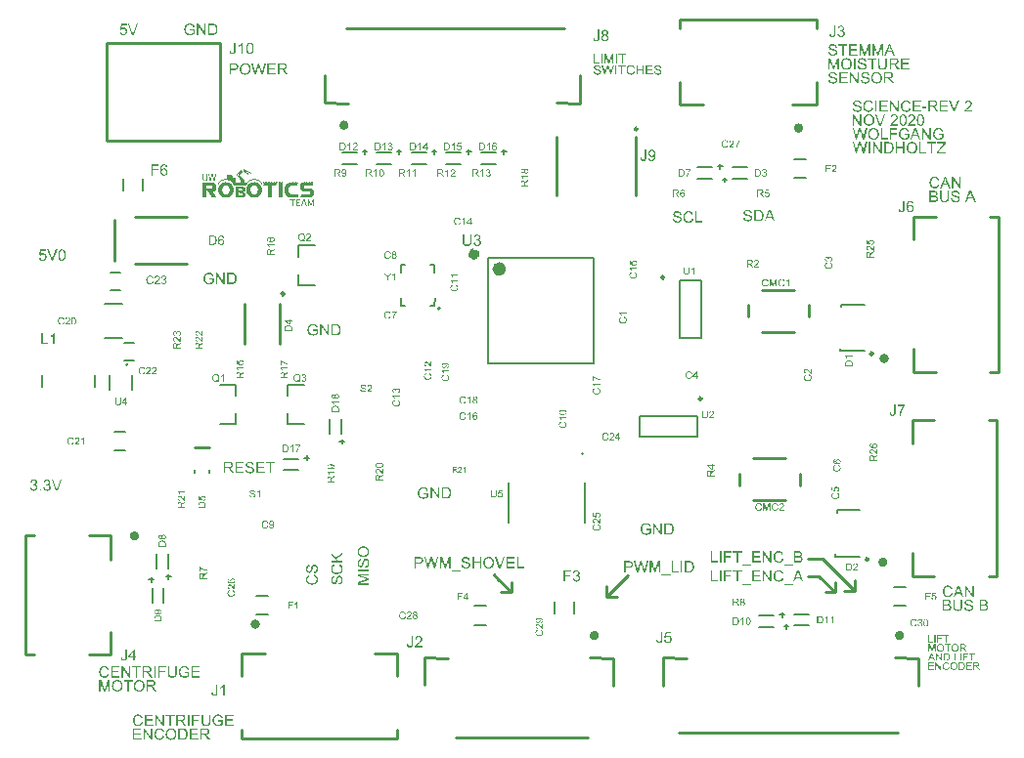
<source format=gto>
G04*
G04 #@! TF.GenerationSoftware,Altium Limited,Altium Designer,20.1.14 (287)*
G04*
G04 Layer_Color=65535*
%FSAX25Y25*%
%MOIN*%
G70*
G04*
G04 #@! TF.SameCoordinates,C681FEE1-0408-4DE3-B8E6-77A2D80871C9*
G04*
G04*
G04 #@! TF.FilePolarity,Positive*
G04*
G01*
G75*
%ADD10C,0.00787*%
%ADD11C,0.00591*%
%ADD12C,0.02362*%
%ADD13C,0.02953*%
%ADD14C,0.00984*%
%ADD15C,0.01000*%
%ADD16C,0.01575*%
%ADD17C,0.00500*%
%ADD18C,0.00600*%
%ADD19C,0.00800*%
%ADD20C,0.00709*%
G36*
X0061511Y0181925D02*
X0061537D01*
Y0181898D01*
X0061615D01*
Y0181872D01*
X0061642D01*
Y0181846D01*
X0061720D01*
Y0181820D01*
X0061746D01*
Y0181794D01*
X0061773D01*
Y0181767D01*
X0061799D01*
Y0181741D01*
X0061877D01*
Y0181715D01*
X0061904D01*
Y0181689D01*
X0061982D01*
Y0181663D01*
X0062008D01*
Y0181636D01*
X0062087D01*
Y0181610D01*
X0062113D01*
Y0181584D01*
X0062192D01*
Y0181558D01*
X0062218D01*
Y0181532D01*
X0062297D01*
Y0181505D01*
X0062323D01*
Y0181479D01*
X0062349D01*
Y0181453D01*
X0062375D01*
Y0181427D01*
X0062401D01*
Y0181453D01*
X0062428D01*
Y0181427D01*
X0062454D01*
Y0181401D01*
X0062480D01*
Y0181374D01*
X0062559D01*
Y0181348D01*
X0062585D01*
Y0181322D01*
X0062663D01*
Y0181296D01*
X0062690D01*
Y0181270D01*
X0062768D01*
Y0181243D01*
X0062794D01*
Y0181217D01*
X0062873D01*
Y0181191D01*
X0062899D01*
Y0181165D01*
X0062952D01*
Y0181139D01*
Y0181112D01*
X0062978D01*
Y0181139D01*
X0063004D01*
Y0181112D01*
X0063030D01*
Y0181086D01*
X0063056D01*
Y0181112D01*
X0063083D01*
Y0181086D01*
X0063109D01*
Y0181060D01*
X0063135D01*
Y0181034D01*
X0063161D01*
Y0181008D01*
X0063240D01*
Y0180981D01*
X0063266D01*
Y0180955D01*
X0063345D01*
Y0180929D01*
X0063371D01*
Y0180903D01*
X0063449D01*
Y0180877D01*
X0063423D01*
Y0180850D01*
X0063449D01*
Y0180824D01*
X0063476D01*
Y0180850D01*
X0063659D01*
Y0180877D01*
X0063685D01*
Y0180850D01*
X0063711D01*
Y0180877D01*
X0063738D01*
Y0180850D01*
X0063764D01*
Y0180877D01*
X0063790D01*
Y0180850D01*
X0063816D01*
Y0180877D01*
X0063842D01*
Y0180850D01*
X0063869D01*
Y0180877D01*
X0063895D01*
Y0180903D01*
X0063921D01*
Y0180877D01*
X0063947D01*
Y0180903D01*
X0063973D01*
Y0180877D01*
X0064000D01*
Y0180850D01*
X0064026D01*
Y0180824D01*
X0064052D01*
Y0180798D01*
Y0180772D01*
Y0180746D01*
X0064078D01*
Y0180719D01*
Y0180693D01*
Y0180667D01*
X0064104D01*
Y0180641D01*
X0064131D01*
Y0180615D01*
X0064104D01*
Y0180588D01*
X0064131D01*
Y0180562D01*
X0064157D01*
Y0180536D01*
X0064183D01*
Y0180510D01*
X0064157D01*
Y0180484D01*
X0064183D01*
Y0180457D01*
X0064209D01*
Y0180431D01*
Y0180405D01*
Y0180379D01*
X0064235D01*
Y0180353D01*
X0064262D01*
Y0180326D01*
X0064235D01*
Y0180300D01*
X0064262D01*
Y0180274D01*
X0064288D01*
Y0180248D01*
X0064262D01*
Y0180222D01*
X0064288D01*
Y0180195D01*
X0064314D01*
Y0180169D01*
X0064340D01*
Y0180143D01*
X0064314D01*
Y0180117D01*
X0064340D01*
Y0180091D01*
X0064314D01*
Y0180117D01*
X0064288D01*
Y0180143D01*
X0064262D01*
Y0180169D01*
Y0180195D01*
X0064209D01*
Y0180222D01*
Y0180248D01*
X0064183D01*
Y0180274D01*
Y0180300D01*
X0064157D01*
Y0180326D01*
X0064131D01*
Y0180353D01*
X0064104D01*
Y0180379D01*
X0064078D01*
Y0180405D01*
X0064052D01*
Y0180431D01*
X0064026D01*
Y0180457D01*
X0064000D01*
Y0180484D01*
X0063973D01*
Y0180510D01*
X0063947D01*
Y0180536D01*
X0063973D01*
Y0180562D01*
X0063895D01*
Y0180588D01*
X0063921D01*
Y0180615D01*
X0063790D01*
Y0180588D01*
X0063764D01*
Y0180562D01*
X0063685D01*
Y0180536D01*
X0063659D01*
Y0180562D01*
X0063633D01*
Y0180536D01*
X0063607D01*
Y0180510D01*
X0063528D01*
Y0180484D01*
X0063502D01*
Y0180457D01*
X0063423D01*
Y0180431D01*
Y0180405D01*
Y0180379D01*
Y0180353D01*
Y0180326D01*
X0063397D01*
Y0180300D01*
Y0180274D01*
Y0180248D01*
Y0180222D01*
Y0180195D01*
X0063371D01*
Y0180169D01*
X0063397D01*
Y0180143D01*
X0063371D01*
Y0180117D01*
X0063397D01*
Y0180091D01*
X0063371D01*
Y0180064D01*
X0063397D01*
Y0180038D01*
X0063371D01*
Y0180012D01*
Y0179986D01*
Y0179960D01*
X0063502D01*
Y0179933D01*
X0063580D01*
Y0179907D01*
X0063659D01*
Y0179881D01*
X0063685D01*
Y0179907D01*
X0063711D01*
Y0179881D01*
X0063738D01*
Y0179855D01*
X0063764D01*
Y0179881D01*
X0063790D01*
Y0179855D01*
X0063869D01*
Y0179829D01*
X0063895D01*
Y0179855D01*
X0063921D01*
Y0179829D01*
X0063947D01*
Y0179802D01*
X0064026D01*
Y0179776D01*
X0063476D01*
Y0179802D01*
X0063449D01*
Y0179776D01*
X0063423D01*
Y0179802D01*
X0063397D01*
Y0179776D01*
X0063371D01*
Y0179802D01*
X0063345D01*
Y0179776D01*
X0063318D01*
Y0179802D01*
X0063292D01*
Y0179776D01*
X0063266D01*
Y0179802D01*
X0063240D01*
Y0179776D01*
X0063214D01*
Y0179802D01*
X0063187D01*
Y0179776D01*
X0063161D01*
Y0179802D01*
X0063135D01*
Y0179829D01*
X0063109D01*
Y0179855D01*
Y0179881D01*
X0063083D01*
Y0179907D01*
Y0179933D01*
X0063056D01*
Y0179960D01*
X0063083D01*
Y0179986D01*
X0063056D01*
Y0180012D01*
X0063030D01*
Y0180038D01*
X0063004D01*
Y0180064D01*
X0063030D01*
Y0180091D01*
X0063004D01*
Y0180117D01*
X0062978D01*
Y0180143D01*
X0062952D01*
Y0180169D01*
X0062978D01*
Y0180195D01*
X0062952D01*
Y0180222D01*
Y0180248D01*
X0062925D01*
Y0180274D01*
Y0180300D01*
X0062847D01*
Y0180326D01*
X0062821D01*
Y0180353D01*
X0062742D01*
Y0180379D01*
X0062716D01*
Y0180405D01*
X0062637D01*
Y0180431D01*
X0062611D01*
Y0180457D01*
X0062532D01*
Y0180484D01*
X0062506D01*
Y0180510D01*
X0062480D01*
Y0180536D01*
X0062428D01*
Y0180562D01*
X0062375D01*
Y0180588D01*
X0062349D01*
Y0180615D01*
X0062270D01*
Y0180641D01*
X0062244D01*
Y0180667D01*
X0062166D01*
Y0180693D01*
X0062139D01*
Y0180719D01*
X0062061D01*
Y0180746D01*
X0062035D01*
Y0180772D01*
X0062008D01*
Y0180798D01*
X0061982D01*
Y0180824D01*
X0061904D01*
Y0180850D01*
X0061877D01*
Y0180877D01*
X0061799D01*
Y0180903D01*
X0061773D01*
Y0180929D01*
X0061694D01*
Y0180955D01*
X0061668D01*
Y0180981D01*
X0061589D01*
Y0181008D01*
X0061563D01*
Y0181034D01*
X0061484D01*
Y0181008D01*
X0061511D01*
Y0180981D01*
X0061458D01*
Y0180955D01*
Y0180929D01*
X0061432D01*
Y0180903D01*
X0061406D01*
Y0180877D01*
X0061380D01*
Y0180850D01*
X0061353D01*
Y0180824D01*
X0061327D01*
Y0180798D01*
Y0180772D01*
X0061301D01*
Y0180746D01*
X0061275D01*
Y0180719D01*
X0061249D01*
Y0180693D01*
Y0180667D01*
X0061222D01*
Y0180641D01*
X0061196D01*
Y0180615D01*
X0061170D01*
Y0180588D01*
X0061144D01*
Y0180562D01*
X0061118D01*
Y0180536D01*
X0061091D01*
Y0180510D01*
X0061065D01*
Y0180484D01*
X0061039D01*
Y0180457D01*
X0061013D01*
Y0180431D01*
X0060987D01*
Y0180405D01*
X0060960D01*
Y0180379D01*
X0060934D01*
Y0180353D01*
X0060908D01*
Y0180326D01*
Y0180300D01*
X0060856D01*
Y0180274D01*
X0060882D01*
Y0180248D01*
X0060803D01*
Y0180222D01*
X0060829D01*
Y0180195D01*
X0060777D01*
Y0180169D01*
Y0180143D01*
X0060751D01*
Y0180117D01*
X0060725D01*
Y0180091D01*
X0060698D01*
Y0180064D01*
X0060672D01*
Y0180038D01*
X0060646D01*
Y0180012D01*
Y0179986D01*
X0060620D01*
Y0179960D01*
Y0179933D01*
X0060594D01*
Y0179907D01*
X0060567D01*
Y0179881D01*
X0060541D01*
Y0179855D01*
X0060515D01*
Y0179829D01*
X0060489D01*
Y0179802D01*
X0060463D01*
Y0179776D01*
X0060436D01*
Y0179750D01*
X0060463D01*
Y0179724D01*
X0060489D01*
Y0179698D01*
X0060515D01*
Y0179671D01*
X0060541D01*
Y0179645D01*
X0060567D01*
Y0179619D01*
X0060594D01*
Y0179593D01*
X0060620D01*
Y0179567D01*
Y0179540D01*
X0060672D01*
Y0179514D01*
X0060646D01*
Y0179488D01*
X0060672D01*
Y0179462D01*
X0060698D01*
Y0179436D01*
X0060725D01*
Y0179409D01*
X0060751D01*
Y0179383D01*
X0060777D01*
Y0179357D01*
X0060803D01*
Y0179331D01*
X0060829D01*
Y0179305D01*
X0060856D01*
Y0179278D01*
X0060882D01*
Y0179252D01*
X0060856D01*
Y0179226D01*
X0060908D01*
Y0179200D01*
Y0179174D01*
X0060934D01*
Y0179147D01*
X0060960D01*
Y0179121D01*
X0060987D01*
Y0179095D01*
X0061013D01*
Y0179069D01*
X0061039D01*
Y0179043D01*
X0061065D01*
Y0179016D01*
X0061091D01*
Y0178990D01*
Y0178964D01*
X0061144D01*
Y0178938D01*
X0061118D01*
Y0178912D01*
X0061144D01*
Y0178885D01*
X0061170D01*
Y0178859D01*
X0061196D01*
Y0178833D01*
X0061222D01*
Y0178807D01*
X0061249D01*
Y0178781D01*
X0061275D01*
Y0178754D01*
X0061301D01*
Y0178728D01*
X0061275D01*
Y0178702D01*
X0061353D01*
Y0178676D01*
Y0178650D01*
X0061380D01*
Y0178623D01*
Y0178597D01*
X0061406D01*
Y0178623D01*
X0061432D01*
Y0178597D01*
X0061458D01*
Y0178623D01*
X0061484D01*
Y0178597D01*
X0061511D01*
Y0178623D01*
X0061537D01*
Y0178597D01*
X0061563D01*
Y0178623D01*
X0061589D01*
Y0178597D01*
X0061615D01*
Y0178623D01*
X0061642D01*
Y0178597D01*
X0061668D01*
Y0178623D01*
X0061694D01*
Y0178597D01*
X0061720D01*
Y0178623D01*
X0061746D01*
Y0178597D01*
X0061773D01*
Y0178571D01*
X0061799D01*
Y0178545D01*
Y0178519D01*
Y0178492D01*
X0061825D01*
Y0178466D01*
Y0178440D01*
Y0178414D01*
Y0178388D01*
X0061851D01*
Y0178361D01*
Y0178335D01*
X0061877D01*
Y0178309D01*
X0061851D01*
Y0178283D01*
X0061877D01*
Y0178257D01*
X0061851D01*
Y0178230D01*
X0061877D01*
Y0178204D01*
X0061904D01*
Y0178178D01*
Y0178152D01*
Y0178126D01*
X0061930D01*
Y0178099D01*
X0061904D01*
Y0178073D01*
X0061930D01*
Y0178047D01*
Y0178021D01*
Y0177995D01*
X0061956D01*
Y0177968D01*
Y0177942D01*
Y0177916D01*
X0061982D01*
Y0177890D01*
X0061956D01*
Y0177864D01*
X0061982D01*
Y0177837D01*
Y0177811D01*
Y0177785D01*
X0062008D01*
Y0177759D01*
X0062035D01*
Y0177733D01*
X0062008D01*
Y0177706D01*
X0062035D01*
Y0177680D01*
X0062008D01*
Y0177654D01*
X0062035D01*
Y0177628D01*
Y0177602D01*
Y0177575D01*
X0062061D01*
Y0177549D01*
Y0177523D01*
Y0177497D01*
X0062087D01*
Y0177471D01*
X0062061D01*
Y0177444D01*
X0062087D01*
Y0177418D01*
Y0177392D01*
Y0177366D01*
X0062113D01*
Y0177340D01*
X0062139D01*
Y0177313D01*
X0062113D01*
Y0177287D01*
X0062139D01*
Y0177261D01*
X0062113D01*
Y0177235D01*
X0062139D01*
Y0177209D01*
X0062166D01*
Y0177182D01*
X0062139D01*
Y0177156D01*
X0062166D01*
Y0177130D01*
X0062192D01*
Y0177104D01*
X0062218D01*
Y0177130D01*
X0062244D01*
Y0177104D01*
X0062270D01*
Y0177130D01*
X0062297D01*
Y0177104D01*
X0062323D01*
Y0177130D01*
X0062349D01*
Y0177104D01*
X0062375D01*
Y0177130D01*
X0062401D01*
Y0177104D01*
X0062428D01*
Y0177130D01*
X0062454D01*
Y0177104D01*
X0062480D01*
Y0177130D01*
X0062506D01*
Y0177104D01*
X0062532D01*
Y0177130D01*
X0062559D01*
Y0177104D01*
X0062585D01*
Y0177130D01*
X0062611D01*
Y0177104D01*
X0062637D01*
Y0177130D01*
X0062663D01*
Y0177104D01*
X0062742D01*
Y0177130D01*
X0062768D01*
Y0177104D01*
X0062794D01*
Y0177130D01*
X0062821D01*
Y0177156D01*
X0062847D01*
Y0177182D01*
X0062873D01*
Y0177209D01*
X0062847D01*
Y0177235D01*
X0062899D01*
Y0177261D01*
Y0177287D01*
X0062925D01*
Y0177313D01*
X0062952D01*
Y0177340D01*
X0062978D01*
Y0177366D01*
X0063004D01*
Y0177392D01*
X0063030D01*
Y0177418D01*
X0063056D01*
Y0177444D01*
X0063083D01*
Y0177471D01*
X0063109D01*
Y0177497D01*
X0063135D01*
Y0177523D01*
Y0177549D01*
X0063187D01*
Y0177575D01*
Y0177602D01*
X0063240D01*
Y0177628D01*
Y0177654D01*
X0063292D01*
Y0177680D01*
X0063318D01*
Y0177706D01*
X0063345D01*
Y0177733D01*
X0063371D01*
Y0177759D01*
X0063397D01*
Y0177785D01*
X0063423D01*
Y0177811D01*
X0063449D01*
Y0177837D01*
X0063476D01*
Y0177864D01*
X0063554D01*
Y0177890D01*
X0063580D01*
Y0177916D01*
X0063607D01*
Y0177942D01*
X0063633D01*
Y0177968D01*
X0063711D01*
Y0177995D01*
X0063738D01*
Y0178021D01*
X0063816D01*
Y0178047D01*
X0063842D01*
Y0178073D01*
X0063921D01*
Y0178099D01*
X0063947D01*
Y0178126D01*
X0064026D01*
Y0178152D01*
X0064052D01*
Y0178178D01*
X0064131D01*
Y0178204D01*
X0064157D01*
Y0178230D01*
X0064183D01*
Y0178204D01*
X0064209D01*
Y0178230D01*
X0064235D01*
Y0178257D01*
X0064262D01*
Y0178230D01*
X0064288D01*
Y0178257D01*
X0064314D01*
Y0178283D01*
X0064340D01*
Y0178257D01*
X0064366D01*
Y0178283D01*
X0064445D01*
Y0178309D01*
X0064471D01*
Y0178283D01*
X0064497D01*
Y0178309D01*
X0064524D01*
Y0178335D01*
X0064550D01*
Y0178309D01*
X0064576D01*
Y0178335D01*
X0064655D01*
Y0178361D01*
X0064681D01*
Y0178335D01*
X0064707D01*
Y0178361D01*
X0064733D01*
Y0178388D01*
X0064759D01*
Y0178361D01*
X0064786D01*
Y0178388D01*
X0064812D01*
Y0178361D01*
X0064838D01*
Y0178388D01*
X0065126D01*
Y0178414D01*
X0065152D01*
Y0178388D01*
X0065231D01*
Y0178414D01*
X0065257D01*
Y0178388D01*
X0065283D01*
Y0178414D01*
X0065310D01*
Y0178388D01*
X0065336D01*
Y0178414D01*
X0065362D01*
Y0178388D01*
X0065388D01*
Y0178414D01*
X0065414D01*
Y0178388D01*
X0065441D01*
Y0178414D01*
X0065467D01*
Y0178388D01*
X0065545D01*
Y0178414D01*
X0065572D01*
Y0178388D01*
X0065807D01*
Y0178361D01*
X0065834D01*
Y0178388D01*
X0065860D01*
Y0178361D01*
X0065886D01*
Y0178388D01*
X0065912D01*
Y0178361D01*
X0065938D01*
Y0178335D01*
X0065965D01*
Y0178361D01*
X0065991D01*
Y0178335D01*
X0066122D01*
Y0178309D01*
X0066148D01*
Y0178283D01*
X0066174D01*
Y0178309D01*
X0066200D01*
Y0178283D01*
X0066279D01*
Y0178257D01*
X0066305D01*
Y0178283D01*
X0066331D01*
Y0178257D01*
X0066358D01*
Y0178230D01*
X0066384D01*
Y0178257D01*
X0066410D01*
Y0178230D01*
X0066489D01*
Y0178204D01*
X0066515D01*
Y0178178D01*
X0066593D01*
Y0178152D01*
X0066620D01*
Y0178178D01*
X0066646D01*
Y0178152D01*
X0066672D01*
Y0178126D01*
X0066751D01*
Y0178099D01*
X0066777D01*
Y0178073D01*
X0066855D01*
Y0178047D01*
X0066882D01*
Y0178021D01*
X0066934D01*
Y0177995D01*
Y0177968D01*
X0066960D01*
Y0177995D01*
X0066986D01*
Y0177968D01*
X0067013D01*
Y0177942D01*
X0067039D01*
Y0177916D01*
X0067117D01*
Y0177890D01*
X0067144D01*
Y0177864D01*
X0067170D01*
Y0177837D01*
X0067196D01*
Y0177811D01*
X0067248D01*
Y0177785D01*
Y0177759D01*
X0067327D01*
Y0177733D01*
X0067353D01*
Y0177706D01*
X0067379D01*
Y0177680D01*
X0067406D01*
Y0177654D01*
X0067432D01*
Y0177628D01*
X0067458D01*
Y0177602D01*
X0067484D01*
Y0177575D01*
X0067510D01*
Y0177549D01*
X0067537D01*
Y0177523D01*
X0067563D01*
Y0177497D01*
X0067589D01*
Y0177471D01*
X0067615D01*
Y0177444D01*
X0067641D01*
Y0177418D01*
X0067668D01*
Y0177392D01*
X0067694D01*
Y0177366D01*
Y0177340D01*
X0067746D01*
Y0177313D01*
Y0177287D01*
X0067772D01*
Y0177261D01*
Y0177235D01*
X0067799D01*
Y0177209D01*
X0067825D01*
Y0177182D01*
X0067851D01*
Y0177156D01*
X0067877D01*
Y0177130D01*
X0067903D01*
Y0177104D01*
Y0177078D01*
Y0177051D01*
X0067930D01*
Y0177025D01*
X0067956D01*
Y0176999D01*
X0067982D01*
Y0176973D01*
Y0176947D01*
Y0176920D01*
X0068008D01*
Y0176894D01*
X0068034D01*
Y0176868D01*
X0068061D01*
Y0176842D01*
X0068034D01*
Y0176816D01*
X0068061D01*
Y0176789D01*
X0068087D01*
Y0176763D01*
X0068113D01*
Y0176737D01*
X0068087D01*
Y0176711D01*
X0068113D01*
Y0176685D01*
X0068139D01*
Y0176658D01*
X0068165D01*
Y0176632D01*
X0068139D01*
Y0176606D01*
X0068165D01*
Y0176580D01*
X0068192D01*
Y0176554D01*
Y0176527D01*
Y0176501D01*
X0068218D01*
Y0176475D01*
Y0176449D01*
Y0176423D01*
X0068244D01*
Y0176396D01*
X0068218D01*
Y0176370D01*
X0068139D01*
Y0176344D01*
X0068061D01*
Y0176318D01*
X0068034D01*
Y0176344D01*
X0068008D01*
Y0176318D01*
X0067930D01*
Y0176344D01*
Y0176370D01*
Y0176396D01*
X0067903D01*
Y0176423D01*
X0067877D01*
Y0176449D01*
X0067903D01*
Y0176475D01*
X0067877D01*
Y0176501D01*
X0067851D01*
Y0176527D01*
X0067825D01*
Y0176554D01*
X0067851D01*
Y0176580D01*
X0067825D01*
Y0176606D01*
Y0176632D01*
X0067799D01*
Y0176658D01*
Y0176685D01*
X0067772D01*
Y0176711D01*
X0067746D01*
Y0176737D01*
X0067720D01*
Y0176763D01*
X0067746D01*
Y0176789D01*
X0067720D01*
Y0176816D01*
X0067694D01*
Y0176842D01*
X0067668D01*
Y0176868D01*
Y0176894D01*
X0067641D01*
Y0176920D01*
Y0176947D01*
X0067615D01*
Y0176973D01*
X0067589D01*
Y0176999D01*
X0067563D01*
Y0177025D01*
X0067537D01*
Y0177051D01*
X0067510D01*
Y0177078D01*
X0067537D01*
Y0177104D01*
X0067484D01*
Y0177130D01*
Y0177156D01*
X0067458D01*
Y0177182D01*
X0067432D01*
Y0177209D01*
X0067406D01*
Y0177235D01*
X0067379D01*
Y0177261D01*
X0067353D01*
Y0177287D01*
X0067327D01*
Y0177313D01*
X0067301D01*
Y0177340D01*
X0067275D01*
Y0177366D01*
X0067248D01*
Y0177392D01*
X0067222D01*
Y0177418D01*
X0067196D01*
Y0177444D01*
X0067170D01*
Y0177471D01*
X0067144D01*
Y0177497D01*
X0067117D01*
Y0177523D01*
X0067039D01*
Y0177549D01*
X0067013D01*
Y0177575D01*
X0066986D01*
Y0177602D01*
X0066960D01*
Y0177628D01*
X0066934D01*
Y0177654D01*
X0066908D01*
Y0177680D01*
X0066829D01*
Y0177706D01*
X0066803D01*
Y0177733D01*
X0066724D01*
Y0177759D01*
X0066698D01*
Y0177785D01*
X0066672D01*
Y0177811D01*
X0066593D01*
Y0177837D01*
X0066515D01*
Y0177864D01*
X0066489D01*
Y0177890D01*
X0066410D01*
Y0177916D01*
X0066384D01*
Y0177942D01*
X0066358D01*
Y0177916D01*
X0066331D01*
Y0177942D01*
X0066253D01*
Y0177968D01*
X0066227D01*
Y0177995D01*
X0066200D01*
Y0177968D01*
X0066227D01*
Y0177942D01*
X0066200D01*
Y0177968D01*
X0066174D01*
Y0177995D01*
X0066096D01*
Y0178021D01*
X0066069D01*
Y0177995D01*
X0066043D01*
Y0178021D01*
X0065965D01*
Y0178047D01*
X0065938D01*
Y0178021D01*
X0065912D01*
Y0178047D01*
X0065781D01*
Y0178073D01*
X0065755D01*
Y0178047D01*
X0065729D01*
Y0178073D01*
X0065703D01*
Y0178047D01*
X0065676D01*
Y0178073D01*
X0065650D01*
Y0178099D01*
X0065624D01*
Y0178073D01*
X0065598D01*
Y0178099D01*
X0065572D01*
Y0178073D01*
X0065545D01*
Y0178099D01*
X0065519D01*
Y0178073D01*
X0065493D01*
Y0178099D01*
X0065467D01*
Y0178073D01*
X0065441D01*
Y0178099D01*
X0065414D01*
Y0178073D01*
X0065388D01*
Y0178099D01*
X0065362D01*
Y0178073D01*
X0065336D01*
Y0178099D01*
X0065257D01*
Y0178073D01*
X0065231D01*
Y0178099D01*
X0065205D01*
Y0178073D01*
X0065179D01*
Y0178099D01*
X0065152D01*
Y0178073D01*
X0065126D01*
Y0178099D01*
X0065100D01*
Y0178073D01*
X0065074D01*
Y0178099D01*
X0065048D01*
Y0178073D01*
X0064969D01*
Y0178047D01*
X0064943D01*
Y0178073D01*
X0064917D01*
Y0178047D01*
X0064681D01*
Y0178021D01*
X0064602D01*
Y0177995D01*
X0064576D01*
Y0178021D01*
X0064550D01*
Y0177995D01*
X0064471D01*
Y0177968D01*
X0064445D01*
Y0177942D01*
X0064419D01*
Y0177968D01*
X0064393D01*
Y0177942D01*
X0064314D01*
Y0177916D01*
X0064288D01*
Y0177890D01*
X0064262D01*
Y0177916D01*
X0064235D01*
Y0177890D01*
X0064157D01*
Y0177864D01*
X0064131D01*
Y0177837D01*
X0064052D01*
Y0177811D01*
X0064026D01*
Y0177785D01*
X0063947D01*
Y0177759D01*
X0063921D01*
Y0177733D01*
X0063842D01*
Y0177706D01*
X0063816D01*
Y0177680D01*
X0063790D01*
Y0177654D01*
X0063764D01*
Y0177628D01*
X0063685D01*
Y0177602D01*
Y0177575D01*
X0063633D01*
Y0177549D01*
X0063607D01*
Y0177523D01*
X0063580D01*
Y0177497D01*
X0063554D01*
Y0177471D01*
X0063476D01*
Y0177444D01*
X0063502D01*
Y0177418D01*
X0063423D01*
Y0177392D01*
X0063449D01*
Y0177366D01*
X0063371D01*
Y0177340D01*
X0063397D01*
Y0177313D01*
X0063318D01*
Y0177287D01*
X0063345D01*
Y0177261D01*
X0063266D01*
Y0177235D01*
X0063292D01*
Y0177209D01*
X0063266D01*
Y0177182D01*
X0063240D01*
Y0177156D01*
X0063214D01*
Y0177130D01*
X0063187D01*
Y0177104D01*
X0063161D01*
Y0177078D01*
X0063135D01*
Y0177051D01*
X0063109D01*
Y0177025D01*
Y0176999D01*
Y0176973D01*
X0063083D01*
Y0176947D01*
X0063056D01*
Y0176920D01*
X0063030D01*
Y0176894D01*
X0063004D01*
Y0176868D01*
Y0176842D01*
X0062978D01*
Y0176816D01*
Y0176789D01*
X0062952D01*
Y0176763D01*
Y0176737D01*
X0062925D01*
Y0176711D01*
Y0176685D01*
X0062899D01*
Y0176658D01*
X0062873D01*
Y0176632D01*
X0062847D01*
Y0176606D01*
X0062873D01*
Y0176580D01*
X0062847D01*
Y0176554D01*
Y0176527D01*
X0062821D01*
Y0176501D01*
Y0176475D01*
X0062794D01*
Y0176449D01*
Y0176423D01*
Y0176396D01*
X0062768D01*
Y0176370D01*
Y0176344D01*
Y0176318D01*
X0062742D01*
Y0176292D01*
X0062716D01*
Y0176318D01*
X0062690D01*
Y0176292D01*
X0062663D01*
Y0176318D01*
X0062637D01*
Y0176292D01*
X0062611D01*
Y0176318D01*
X0062585D01*
Y0176292D01*
X0062559D01*
Y0176318D01*
X0062532D01*
Y0176292D01*
X0062506D01*
Y0176318D01*
X0062480D01*
Y0176292D01*
X0062454D01*
Y0176318D01*
X0062428D01*
Y0176292D01*
X0062401D01*
Y0176318D01*
X0062375D01*
Y0176292D01*
X0062349D01*
Y0176318D01*
X0062323D01*
Y0176292D01*
X0062297D01*
Y0176318D01*
X0062270D01*
Y0176292D01*
X0062244D01*
Y0176318D01*
X0062218D01*
Y0176292D01*
X0062192D01*
Y0176318D01*
X0062166D01*
Y0176292D01*
X0062139D01*
Y0176318D01*
X0062113D01*
Y0176292D01*
X0062087D01*
Y0176318D01*
X0062061D01*
Y0176292D01*
X0062035D01*
Y0176318D01*
X0062008D01*
Y0176292D01*
X0061982D01*
Y0176318D01*
X0061956D01*
Y0176292D01*
X0061930D01*
Y0176318D01*
X0061904D01*
Y0176292D01*
X0061877D01*
Y0176318D01*
X0061851D01*
Y0176292D01*
X0061825D01*
Y0176318D01*
X0061799D01*
Y0176292D01*
X0061773D01*
Y0176318D01*
X0061746D01*
Y0176292D01*
X0061720D01*
Y0176318D01*
X0061694D01*
Y0176292D01*
X0061668D01*
Y0176318D01*
X0061642D01*
Y0176292D01*
X0061615D01*
Y0176318D01*
X0061589D01*
Y0176292D01*
X0061563D01*
Y0176318D01*
X0061537D01*
Y0176292D01*
X0061511D01*
Y0176318D01*
X0061484D01*
Y0176292D01*
X0061458D01*
Y0176318D01*
X0061432D01*
Y0176292D01*
X0061406D01*
Y0176318D01*
X0061380D01*
Y0176292D01*
X0061353D01*
Y0176318D01*
X0061327D01*
Y0176292D01*
X0061301D01*
Y0176318D01*
X0061275D01*
Y0176292D01*
X0061249D01*
Y0176318D01*
X0061222D01*
Y0176292D01*
X0061196D01*
Y0176318D01*
X0061170D01*
Y0176292D01*
X0061144D01*
Y0176318D01*
X0061118D01*
Y0176292D01*
X0061091D01*
Y0176318D01*
X0061065D01*
Y0176292D01*
X0061039D01*
Y0176318D01*
X0061013D01*
Y0176292D01*
X0060987D01*
Y0176318D01*
X0060960D01*
Y0176292D01*
X0060934D01*
Y0176318D01*
X0060908D01*
Y0176292D01*
X0060882D01*
Y0176318D01*
X0060856D01*
Y0176292D01*
X0060829D01*
Y0176318D01*
X0060803D01*
Y0176292D01*
X0060777D01*
Y0176318D01*
X0060751D01*
Y0176292D01*
X0060725D01*
Y0176318D01*
X0060698D01*
Y0176292D01*
X0060672D01*
Y0176318D01*
X0060646D01*
Y0176292D01*
X0060620D01*
Y0176318D01*
X0060541D01*
Y0176292D01*
X0060515D01*
Y0176318D01*
X0060489D01*
Y0176292D01*
X0060463D01*
Y0176318D01*
X0060436D01*
Y0176292D01*
X0060410D01*
Y0176318D01*
X0060332D01*
Y0176292D01*
X0060305D01*
Y0176318D01*
X0060279D01*
Y0176292D01*
X0060253D01*
Y0176318D01*
X0060227D01*
Y0176292D01*
X0060201D01*
Y0176318D01*
X0060122D01*
Y0176292D01*
X0060096D01*
Y0176318D01*
X0059912D01*
Y0176292D01*
X0059886D01*
Y0176318D01*
X0059703D01*
Y0176292D01*
X0059677D01*
Y0176318D01*
X0058236D01*
Y0176344D01*
X0058209D01*
Y0176370D01*
Y0176396D01*
Y0176423D01*
X0058183D01*
Y0176449D01*
X0058209D01*
Y0176475D01*
X0058183D01*
Y0176501D01*
X0058157D01*
Y0176527D01*
X0058131D01*
Y0176554D01*
X0058157D01*
Y0176580D01*
X0058131D01*
Y0176606D01*
X0058105D01*
Y0176632D01*
X0058078D01*
Y0176658D01*
X0058105D01*
Y0176685D01*
X0058078D01*
Y0176711D01*
X0058052D01*
Y0176737D01*
X0058026D01*
Y0176763D01*
Y0176789D01*
Y0176816D01*
X0058000D01*
Y0176842D01*
X0057974D01*
Y0176868D01*
X0057947D01*
Y0176894D01*
X0057921D01*
Y0176920D01*
X0057947D01*
Y0176947D01*
X0057921D01*
Y0176973D01*
X0057895D01*
Y0176999D01*
X0057869D01*
Y0177025D01*
X0057843D01*
Y0177051D01*
X0057816D01*
Y0177078D01*
Y0177104D01*
X0057790D01*
Y0177130D01*
Y0177156D01*
X0057764D01*
Y0177182D01*
X0057738D01*
Y0177209D01*
X0057712D01*
Y0177235D01*
X0057685D01*
Y0177261D01*
X0057659D01*
Y0177287D01*
X0057633D01*
Y0177313D01*
X0057607D01*
Y0177340D01*
X0057581D01*
Y0177366D01*
X0057554D01*
Y0177392D01*
X0057528D01*
Y0177418D01*
X0057502D01*
Y0177444D01*
X0057476D01*
Y0177471D01*
X0057450D01*
Y0177497D01*
X0057423D01*
Y0177523D01*
X0057371D01*
Y0177549D01*
X0057345D01*
Y0177575D01*
X0057292D01*
Y0177602D01*
X0057266D01*
Y0177628D01*
X0057240D01*
Y0177654D01*
X0057214D01*
Y0177680D01*
X0057135D01*
Y0177706D01*
X0057109D01*
Y0177733D01*
X0057083D01*
Y0177759D01*
X0057004D01*
Y0177785D01*
X0056978D01*
Y0177811D01*
X0056952D01*
Y0177837D01*
X0056926D01*
Y0177811D01*
X0056952D01*
Y0177785D01*
X0056926D01*
Y0177811D01*
X0056899D01*
Y0177837D01*
X0056873D01*
Y0177864D01*
X0056795D01*
Y0177890D01*
X0056716D01*
Y0177916D01*
X0056690D01*
Y0177942D01*
X0056559D01*
Y0177968D01*
X0056533D01*
Y0177995D01*
X0056506D01*
Y0177968D01*
X0056480D01*
Y0177995D01*
X0056402D01*
Y0178021D01*
X0056323D01*
Y0178047D01*
X0056297D01*
Y0178021D01*
X0056271D01*
Y0178047D01*
X0056140D01*
Y0178073D01*
X0056113D01*
Y0178047D01*
X0056087D01*
Y0178073D01*
X0056061D01*
Y0178099D01*
X0056035D01*
Y0178073D01*
X0056061D01*
Y0178047D01*
X0056035D01*
Y0178073D01*
X0056009D01*
Y0178099D01*
X0055982D01*
Y0178073D01*
X0055956D01*
Y0178099D01*
X0055930D01*
Y0178073D01*
X0055904D01*
Y0178099D01*
X0055406D01*
Y0178073D01*
X0055380D01*
Y0178099D01*
X0055354D01*
Y0178073D01*
X0055327D01*
Y0178099D01*
X0055301D01*
Y0178073D01*
X0055275D01*
Y0178099D01*
X0055249D01*
Y0178073D01*
X0055223D01*
Y0178099D01*
X0055196D01*
Y0178073D01*
X0055223D01*
Y0178047D01*
X0055196D01*
Y0178073D01*
X0055170D01*
Y0178047D01*
X0055144D01*
Y0178073D01*
X0055118D01*
Y0178047D01*
X0054934D01*
Y0178021D01*
X0054856D01*
Y0177995D01*
X0054777D01*
Y0177968D01*
X0054751D01*
Y0177995D01*
X0054725D01*
Y0177968D01*
X0054699D01*
Y0177942D01*
X0054672D01*
Y0177968D01*
X0054646D01*
Y0177942D01*
X0054620D01*
Y0177916D01*
X0054594D01*
Y0177942D01*
X0054568D01*
Y0177916D01*
X0054541D01*
Y0177890D01*
X0054463D01*
Y0177864D01*
X0054437D01*
Y0177837D01*
X0054410D01*
Y0177864D01*
X0054384D01*
Y0177837D01*
X0054358D01*
Y0177811D01*
X0054332D01*
Y0177837D01*
X0054306D01*
Y0177811D01*
X0054332D01*
Y0177785D01*
X0054306D01*
Y0177811D01*
X0054279D01*
Y0177785D01*
X0054253D01*
Y0177759D01*
X0054201D01*
Y0177733D01*
X0054148D01*
Y0177706D01*
X0054122D01*
Y0177680D01*
X0054044D01*
Y0177654D01*
X0054017D01*
Y0177628D01*
X0053991D01*
Y0177602D01*
X0053965D01*
Y0177575D01*
X0053939D01*
Y0177549D01*
X0053913D01*
Y0177523D01*
X0053834D01*
Y0177497D01*
X0053808D01*
Y0177471D01*
X0053782D01*
Y0177444D01*
X0053755D01*
Y0177418D01*
X0053729D01*
Y0177392D01*
X0053703D01*
Y0177366D01*
X0053677D01*
Y0177340D01*
X0053651D01*
Y0177313D01*
X0053624D01*
Y0177287D01*
X0053598D01*
Y0177261D01*
X0053572D01*
Y0177235D01*
Y0177209D01*
X0053520D01*
Y0177182D01*
Y0177156D01*
X0053493D01*
Y0177130D01*
Y0177104D01*
X0053467D01*
Y0177078D01*
X0053441D01*
Y0177051D01*
X0053415D01*
Y0177025D01*
X0053389D01*
Y0176999D01*
X0053362D01*
Y0176973D01*
X0053389D01*
Y0176947D01*
X0053336D01*
Y0176920D01*
Y0176894D01*
X0053310D01*
Y0176868D01*
X0053284D01*
Y0176842D01*
X0053258D01*
Y0176816D01*
X0053284D01*
Y0176789D01*
X0053258D01*
Y0176763D01*
X0053231D01*
Y0176737D01*
X0053205D01*
Y0176711D01*
X0053231D01*
Y0176685D01*
X0053205D01*
Y0176658D01*
X0053179D01*
Y0176632D01*
X0053153D01*
Y0176606D01*
Y0176580D01*
Y0176554D01*
X0053127D01*
Y0176527D01*
X0053100D01*
Y0176501D01*
X0053127D01*
Y0176475D01*
X0053100D01*
Y0176449D01*
X0053074D01*
Y0176423D01*
Y0176396D01*
Y0176370D01*
X0053048D01*
Y0176344D01*
X0053074D01*
Y0176318D01*
X0052996D01*
Y0176344D01*
X0052969D01*
Y0176318D01*
X0052943D01*
Y0176344D01*
X0052917D01*
Y0176370D01*
X0052786D01*
Y0176396D01*
X0052760D01*
Y0176423D01*
X0052734D01*
Y0176449D01*
X0052760D01*
Y0176475D01*
X0052786D01*
Y0176501D01*
X0052812D01*
Y0176527D01*
X0052786D01*
Y0176554D01*
X0052812D01*
Y0176580D01*
X0052786D01*
Y0176606D01*
X0052812D01*
Y0176632D01*
X0052838D01*
Y0176658D01*
X0052865D01*
Y0176685D01*
X0052838D01*
Y0176711D01*
X0052865D01*
Y0176737D01*
X0052891D01*
Y0176763D01*
Y0176789D01*
Y0176816D01*
X0052917D01*
Y0176842D01*
X0052943D01*
Y0176868D01*
X0052969D01*
Y0176894D01*
X0052943D01*
Y0176920D01*
X0052969D01*
Y0176947D01*
X0052996D01*
Y0176973D01*
X0053022D01*
Y0176999D01*
X0052996D01*
Y0177025D01*
X0053048D01*
Y0177051D01*
Y0177078D01*
X0053074D01*
Y0177104D01*
X0053100D01*
Y0177130D01*
X0053127D01*
Y0177156D01*
Y0177182D01*
Y0177209D01*
X0053153D01*
Y0177235D01*
X0053179D01*
Y0177261D01*
X0053205D01*
Y0177287D01*
X0053231D01*
Y0177313D01*
Y0177340D01*
X0053284D01*
Y0177366D01*
X0053258D01*
Y0177392D01*
X0053310D01*
Y0177418D01*
Y0177444D01*
X0053336D01*
Y0177471D01*
X0053362D01*
Y0177497D01*
X0053389D01*
Y0177523D01*
X0053415D01*
Y0177549D01*
X0053441D01*
Y0177575D01*
X0053467D01*
Y0177602D01*
X0053493D01*
Y0177628D01*
X0053520D01*
Y0177654D01*
X0053546D01*
Y0177680D01*
X0053572D01*
Y0177706D01*
X0053624D01*
Y0177733D01*
Y0177759D01*
X0053703D01*
Y0177785D01*
X0053729D01*
Y0177811D01*
X0053755D01*
Y0177837D01*
X0053782D01*
Y0177864D01*
X0053808D01*
Y0177890D01*
X0053834D01*
Y0177864D01*
X0053860D01*
Y0177890D01*
X0053834D01*
Y0177916D01*
X0053913D01*
Y0177942D01*
X0053939D01*
Y0177968D01*
X0053965D01*
Y0177995D01*
X0053991D01*
Y0178021D01*
X0054070D01*
Y0178047D01*
X0054096D01*
Y0178073D01*
X0054175D01*
Y0178099D01*
X0054201D01*
Y0178126D01*
X0054279D01*
Y0178152D01*
X0054306D01*
Y0178178D01*
X0054332D01*
Y0178152D01*
X0054358D01*
Y0178178D01*
X0054384D01*
Y0178204D01*
X0054410D01*
Y0178178D01*
X0054437D01*
Y0178204D01*
X0054463D01*
Y0178230D01*
X0054541D01*
Y0178257D01*
X0054568D01*
Y0178283D01*
X0054594D01*
Y0178257D01*
X0054620D01*
Y0178283D01*
X0054699D01*
Y0178309D01*
X0054725D01*
Y0178283D01*
X0054751D01*
Y0178309D01*
X0054777D01*
Y0178335D01*
X0054803D01*
Y0178309D01*
X0054830D01*
Y0178335D01*
X0054908D01*
Y0178361D01*
X0054934D01*
Y0178335D01*
X0054961D01*
Y0178361D01*
X0054987D01*
Y0178388D01*
X0055013D01*
Y0178361D01*
X0055092D01*
Y0178388D01*
X0055275D01*
Y0178414D01*
X0055301D01*
Y0178388D01*
X0055327D01*
Y0178414D01*
X0055354D01*
Y0178388D01*
X0055380D01*
Y0178414D01*
X0055406D01*
Y0178388D01*
X0055432D01*
Y0178414D01*
X0055511D01*
Y0178388D01*
X0055537D01*
Y0178414D01*
X0055616D01*
Y0178388D01*
X0055642D01*
Y0178414D01*
X0055720D01*
Y0178388D01*
X0055747D01*
Y0178414D01*
X0055825D01*
Y0178388D01*
X0055851D01*
Y0178414D01*
X0055878D01*
Y0178388D01*
X0055904D01*
Y0178414D01*
X0055930D01*
Y0178388D01*
X0056009D01*
Y0178414D01*
Y0178440D01*
Y0178466D01*
X0056035D01*
Y0178492D01*
X0056009D01*
Y0178519D01*
Y0178545D01*
Y0178571D01*
X0056035D01*
Y0178597D01*
X0056009D01*
Y0178623D01*
X0056035D01*
Y0178650D01*
Y0178676D01*
Y0178702D01*
Y0178728D01*
Y0178754D01*
Y0178781D01*
Y0178807D01*
Y0178833D01*
Y0178859D01*
Y0178885D01*
Y0178912D01*
X0056061D01*
Y0178938D01*
X0056035D01*
Y0178964D01*
Y0178990D01*
Y0179016D01*
Y0179043D01*
Y0179069D01*
Y0179095D01*
Y0179121D01*
X0056061D01*
Y0179147D01*
X0056035D01*
Y0179174D01*
X0056061D01*
Y0179200D01*
X0056035D01*
Y0179226D01*
X0056061D01*
Y0179252D01*
X0056035D01*
Y0179278D01*
X0056061D01*
Y0179305D01*
X0056035D01*
Y0179331D01*
X0056061D01*
Y0179357D01*
X0056035D01*
Y0179383D01*
X0056061D01*
Y0179409D01*
X0056035D01*
Y0179436D01*
X0056061D01*
Y0179462D01*
X0056035D01*
Y0179488D01*
X0056061D01*
Y0179514D01*
X0056035D01*
Y0179540D01*
X0056061D01*
Y0179567D01*
X0056035D01*
Y0179593D01*
X0056061D01*
Y0179619D01*
X0056035D01*
Y0179645D01*
X0056061D01*
Y0179671D01*
X0056035D01*
Y0179698D01*
X0056061D01*
Y0179724D01*
X0056035D01*
Y0179750D01*
X0056061D01*
Y0179776D01*
Y0179802D01*
Y0179829D01*
Y0179855D01*
Y0179881D01*
X0056087D01*
Y0179855D01*
X0056113D01*
Y0179881D01*
X0056140D01*
Y0179855D01*
X0056166D01*
Y0179881D01*
X0056192D01*
Y0179855D01*
X0056218D01*
Y0179881D01*
X0056244D01*
Y0179855D01*
X0056271D01*
Y0179881D01*
X0056297D01*
Y0179855D01*
X0056323D01*
Y0179881D01*
X0056349D01*
Y0179855D01*
X0056375D01*
Y0179881D01*
X0056402D01*
Y0179855D01*
X0056428D01*
Y0179881D01*
X0056454D01*
Y0179855D01*
X0056480D01*
Y0179881D01*
X0056506D01*
Y0179855D01*
X0056533D01*
Y0179881D01*
X0056559D01*
Y0179855D01*
X0056585D01*
Y0179881D01*
X0056611D01*
Y0179855D01*
X0056637D01*
Y0179881D01*
X0056664D01*
Y0179855D01*
X0056690D01*
Y0179881D01*
X0056716D01*
Y0179855D01*
X0056742D01*
Y0179881D01*
X0056768D01*
Y0179855D01*
X0056795D01*
Y0179881D01*
X0056821D01*
Y0179855D01*
X0056847D01*
Y0179881D01*
X0056873D01*
Y0179855D01*
X0056899D01*
Y0179881D01*
X0056926D01*
Y0179855D01*
X0056952D01*
Y0179881D01*
X0056978D01*
Y0179855D01*
X0057004D01*
Y0179881D01*
X0057030D01*
Y0179855D01*
X0057057D01*
Y0179881D01*
X0057083D01*
Y0179855D01*
X0057109D01*
Y0179881D01*
X0057135D01*
Y0179907D01*
X0057161D01*
Y0179881D01*
X0057188D01*
Y0179855D01*
X0057214D01*
Y0179881D01*
X0057240D01*
Y0179907D01*
X0057266D01*
Y0179881D01*
X0057292D01*
Y0179855D01*
X0057319D01*
Y0179881D01*
X0057345D01*
Y0179907D01*
X0057371D01*
Y0179881D01*
X0057397D01*
Y0179855D01*
X0057423D01*
Y0179881D01*
X0057450D01*
Y0179907D01*
X0057476D01*
Y0179881D01*
X0057502D01*
Y0179907D01*
X0057528D01*
Y0179881D01*
X0057554D01*
Y0179907D01*
X0057581D01*
Y0179881D01*
X0057607D01*
Y0179907D01*
X0057633D01*
Y0179881D01*
X0057659D01*
Y0179907D01*
X0057685D01*
Y0179881D01*
X0057712D01*
Y0179907D01*
X0057738D01*
Y0179881D01*
X0057764D01*
Y0179907D01*
X0057790D01*
Y0179881D01*
X0057816D01*
Y0179907D01*
X0057843D01*
Y0179881D01*
Y0179855D01*
Y0179829D01*
Y0179802D01*
Y0179776D01*
Y0179750D01*
Y0179724D01*
Y0179698D01*
Y0179671D01*
Y0179645D01*
Y0179619D01*
X0057869D01*
Y0179593D01*
X0057843D01*
Y0179567D01*
Y0179540D01*
Y0179514D01*
X0057869D01*
Y0179488D01*
X0057843D01*
Y0179462D01*
X0057869D01*
Y0179436D01*
Y0179409D01*
Y0179383D01*
X0057843D01*
Y0179357D01*
X0057869D01*
Y0179331D01*
Y0179305D01*
Y0179278D01*
Y0179252D01*
Y0179226D01*
Y0179200D01*
Y0179174D01*
Y0179147D01*
Y0179121D01*
Y0179095D01*
Y0179069D01*
Y0179043D01*
Y0179016D01*
Y0178990D01*
Y0178964D01*
Y0178938D01*
Y0178912D01*
Y0178885D01*
Y0178859D01*
Y0178833D01*
Y0178807D01*
X0057895D01*
Y0178781D01*
X0057921D01*
Y0178807D01*
X0057947D01*
Y0178781D01*
X0057974D01*
Y0178807D01*
X0058000D01*
Y0178781D01*
X0058026D01*
Y0178807D01*
X0058052D01*
Y0178781D01*
X0058078D01*
Y0178807D01*
X0058105D01*
Y0178781D01*
X0058131D01*
Y0178807D01*
X0058157D01*
Y0178781D01*
X0058183D01*
Y0178807D01*
X0058209D01*
Y0178781D01*
X0058236D01*
Y0178807D01*
X0058262D01*
Y0178781D01*
X0058288D01*
Y0178807D01*
X0058314D01*
Y0178781D01*
X0058340D01*
Y0178807D01*
X0058891D01*
Y0178781D01*
Y0178754D01*
Y0178728D01*
X0058864D01*
Y0178702D01*
X0058891D01*
Y0178676D01*
Y0178650D01*
Y0178623D01*
X0058864D01*
Y0178597D01*
X0058891D01*
Y0178571D01*
Y0178545D01*
Y0178519D01*
X0058864D01*
Y0178492D01*
X0058891D01*
Y0178466D01*
Y0178440D01*
Y0178414D01*
X0058864D01*
Y0178388D01*
X0058891D01*
Y0178361D01*
Y0178335D01*
Y0178309D01*
X0058864D01*
Y0178283D01*
X0058891D01*
Y0178257D01*
Y0178230D01*
Y0178204D01*
X0058864D01*
Y0178178D01*
X0058891D01*
Y0178152D01*
Y0178126D01*
Y0178099D01*
X0058864D01*
Y0178073D01*
X0058891D01*
Y0178047D01*
Y0178021D01*
Y0177995D01*
X0058864D01*
Y0177968D01*
X0058891D01*
Y0177942D01*
Y0177916D01*
Y0177890D01*
X0058864D01*
Y0177864D01*
X0058891D01*
Y0177837D01*
Y0177811D01*
Y0177785D01*
X0058864D01*
Y0177759D01*
X0058891D01*
Y0177733D01*
Y0177706D01*
Y0177680D01*
X0058864D01*
Y0177654D01*
X0058891D01*
Y0177628D01*
Y0177602D01*
Y0177575D01*
X0058864D01*
Y0177549D01*
X0058891D01*
Y0177523D01*
Y0177497D01*
Y0177471D01*
X0058864D01*
Y0177444D01*
X0058891D01*
Y0177418D01*
Y0177392D01*
Y0177366D01*
X0058864D01*
Y0177340D01*
X0058891D01*
Y0177313D01*
Y0177287D01*
Y0177261D01*
X0058864D01*
Y0177235D01*
X0058891D01*
Y0177209D01*
Y0177182D01*
Y0177156D01*
X0058917D01*
Y0177130D01*
X0058943D01*
Y0177156D01*
X0058969D01*
Y0177130D01*
X0058995D01*
Y0177156D01*
X0059022D01*
Y0177130D01*
X0059048D01*
Y0177156D01*
X0059074D01*
Y0177130D01*
X0059100D01*
Y0177156D01*
X0059126D01*
Y0177130D01*
X0059153D01*
Y0177156D01*
X0059179D01*
Y0177130D01*
X0059257D01*
Y0177156D01*
X0059284D01*
Y0177130D01*
X0060489D01*
Y0177156D01*
Y0177182D01*
X0060515D01*
Y0177209D01*
X0060489D01*
Y0177235D01*
X0060515D01*
Y0177261D01*
Y0177287D01*
Y0177313D01*
X0060541D01*
Y0177340D01*
X0060567D01*
Y0177366D01*
X0060541D01*
Y0177392D01*
X0060567D01*
Y0177418D01*
X0060541D01*
Y0177444D01*
X0060567D01*
Y0177471D01*
X0060594D01*
Y0177497D01*
X0060567D01*
Y0177523D01*
X0060594D01*
Y0177549D01*
X0060620D01*
Y0177575D01*
X0060594D01*
Y0177602D01*
X0060620D01*
Y0177628D01*
Y0177654D01*
Y0177680D01*
X0060646D01*
Y0177706D01*
Y0177733D01*
Y0177759D01*
X0060672D01*
Y0177785D01*
X0060646D01*
Y0177811D01*
X0060672D01*
Y0177837D01*
Y0177864D01*
X0060698D01*
Y0177890D01*
Y0177916D01*
X0060725D01*
Y0177942D01*
X0060698D01*
Y0177968D01*
X0060725D01*
Y0177995D01*
X0060698D01*
Y0178021D01*
X0060725D01*
Y0178047D01*
X0060646D01*
Y0178073D01*
X0060672D01*
Y0178099D01*
X0060646D01*
Y0178126D01*
X0060620D01*
Y0178152D01*
X0060594D01*
Y0178178D01*
X0060567D01*
Y0178204D01*
X0060541D01*
Y0178230D01*
X0060515D01*
Y0178257D01*
X0060489D01*
Y0178283D01*
Y0178309D01*
X0060463D01*
Y0178335D01*
X0060436D01*
Y0178361D01*
Y0178388D01*
X0060410D01*
Y0178414D01*
X0060384D01*
Y0178440D01*
X0060358D01*
Y0178466D01*
X0060332D01*
Y0178492D01*
X0060305D01*
Y0178519D01*
X0060279D01*
Y0178545D01*
X0060253D01*
Y0178571D01*
X0060227D01*
Y0178597D01*
Y0178623D01*
X0060201D01*
Y0178650D01*
Y0178676D01*
X0060148D01*
Y0178702D01*
Y0178728D01*
X0060122D01*
Y0178754D01*
X0060096D01*
Y0178781D01*
X0060070D01*
Y0178807D01*
X0060043D01*
Y0178833D01*
X0060017D01*
Y0178859D01*
X0059991D01*
Y0178885D01*
X0059965D01*
Y0178912D01*
Y0178938D01*
X0059939D01*
Y0178964D01*
Y0178990D01*
X0059912D01*
Y0179016D01*
X0059886D01*
Y0179043D01*
X0059860D01*
Y0179069D01*
X0059834D01*
Y0179095D01*
X0059808D01*
Y0179121D01*
X0059781D01*
Y0179147D01*
X0059755D01*
Y0179174D01*
X0059729D01*
Y0179200D01*
X0059703D01*
Y0179226D01*
X0059729D01*
Y0179252D01*
X0059677D01*
Y0179278D01*
Y0179305D01*
X0059650D01*
Y0179331D01*
X0059624D01*
Y0179357D01*
X0059598D01*
Y0179383D01*
X0059572D01*
Y0179409D01*
X0059546D01*
Y0179436D01*
X0059519D01*
Y0179462D01*
X0059493D01*
Y0179488D01*
Y0179514D01*
X0059441D01*
Y0179540D01*
X0059467D01*
Y0179567D01*
X0059441D01*
Y0179593D01*
X0059415D01*
Y0179619D01*
X0059388D01*
Y0179645D01*
Y0179671D01*
Y0179698D01*
X0059362D01*
Y0179724D01*
Y0179750D01*
Y0179776D01*
Y0179802D01*
Y0179829D01*
Y0179855D01*
X0059388D01*
Y0179881D01*
Y0179907D01*
X0059415D01*
Y0179933D01*
X0059388D01*
Y0179960D01*
X0059415D01*
Y0179986D01*
X0059441D01*
Y0180012D01*
X0059467D01*
Y0180038D01*
X0059493D01*
Y0180064D01*
X0059519D01*
Y0180091D01*
X0059546D01*
Y0180117D01*
X0059572D01*
Y0180143D01*
X0059598D01*
Y0180169D01*
X0059624D01*
Y0180195D01*
X0059650D01*
Y0180222D01*
X0059677D01*
Y0180248D01*
X0059703D01*
Y0180274D01*
X0059729D01*
Y0180300D01*
X0059755D01*
Y0180326D01*
X0059781D01*
Y0180353D01*
Y0180379D01*
X0059834D01*
Y0180405D01*
X0059808D01*
Y0180431D01*
X0059834D01*
Y0180457D01*
X0059860D01*
Y0180484D01*
X0059886D01*
Y0180510D01*
X0059912D01*
Y0180536D01*
X0059939D01*
Y0180562D01*
X0059965D01*
Y0180588D01*
X0059991D01*
Y0180615D01*
X0060017D01*
Y0180641D01*
X0060043D01*
Y0180667D01*
X0060017D01*
Y0180693D01*
X0060070D01*
Y0180719D01*
Y0180746D01*
X0060122D01*
Y0180772D01*
Y0180798D01*
X0060148D01*
Y0180824D01*
X0060174D01*
Y0180850D01*
X0060201D01*
Y0180877D01*
X0060227D01*
Y0180903D01*
X0060253D01*
Y0180929D01*
X0060279D01*
Y0180955D01*
X0060305D01*
Y0180981D01*
Y0181008D01*
X0060358D01*
Y0181034D01*
Y0181060D01*
X0060384D01*
Y0181086D01*
Y0181112D01*
X0060410D01*
Y0181139D01*
X0060436D01*
Y0181165D01*
X0060463D01*
Y0181191D01*
X0060489D01*
Y0181217D01*
X0060515D01*
Y0181243D01*
X0060541D01*
Y0181270D01*
X0060567D01*
Y0181296D01*
X0060594D01*
Y0181322D01*
X0060620D01*
Y0181348D01*
Y0181374D01*
X0060646D01*
Y0181401D01*
Y0181427D01*
X0060698D01*
Y0181453D01*
Y0181479D01*
X0060725D01*
Y0181505D01*
X0060751D01*
Y0181532D01*
X0060777D01*
Y0181558D01*
X0060803D01*
Y0181584D01*
X0060829D01*
Y0181610D01*
X0060856D01*
Y0181636D01*
X0060882D01*
Y0181663D01*
X0060908D01*
Y0181689D01*
X0060934D01*
Y0181715D01*
Y0181741D01*
X0060987D01*
Y0181767D01*
X0060960D01*
Y0181794D01*
X0060987D01*
Y0181820D01*
X0061013D01*
Y0181846D01*
X0061039D01*
Y0181872D01*
X0061065D01*
Y0181846D01*
X0061091D01*
Y0181872D01*
X0061118D01*
Y0181898D01*
X0061196D01*
Y0181925D01*
X0061222D01*
Y0181951D01*
X0061249D01*
Y0181925D01*
X0061275D01*
Y0181951D01*
X0061458D01*
Y0181925D01*
X0061484D01*
Y0181951D01*
X0061511D01*
Y0181925D01*
D02*
G37*
G36*
X0052393Y0180143D02*
X0052367D01*
Y0180117D01*
Y0180091D01*
Y0180064D01*
X0052393D01*
Y0180038D01*
X0052367D01*
Y0180064D01*
X0052341D01*
Y0180038D01*
X0052367D01*
Y0180012D01*
X0052341D01*
Y0179986D01*
Y0179960D01*
Y0179933D01*
X0052314D01*
Y0179907D01*
X0052341D01*
Y0179881D01*
X0052314D01*
Y0179855D01*
Y0179829D01*
Y0179802D01*
X0052288D01*
Y0179776D01*
Y0179750D01*
Y0179724D01*
X0052262D01*
Y0179698D01*
X0052288D01*
Y0179671D01*
X0052262D01*
Y0179645D01*
X0052288D01*
Y0179619D01*
X0052262D01*
Y0179593D01*
X0052236D01*
Y0179567D01*
X0052262D01*
Y0179540D01*
X0052236D01*
Y0179514D01*
X0052210D01*
Y0179488D01*
X0052236D01*
Y0179462D01*
X0052210D01*
Y0179436D01*
X0052236D01*
Y0179409D01*
X0052210D01*
Y0179383D01*
X0052183D01*
Y0179357D01*
X0052210D01*
Y0179331D01*
X0052183D01*
Y0179305D01*
Y0179278D01*
Y0179252D01*
X0052157D01*
Y0179226D01*
X0052183D01*
Y0179200D01*
X0052157D01*
Y0179174D01*
Y0179147D01*
Y0179121D01*
X0052131D01*
Y0179095D01*
Y0179069D01*
Y0179043D01*
X0052105D01*
Y0179016D01*
X0052131D01*
Y0178990D01*
X0052105D01*
Y0178964D01*
Y0178938D01*
Y0178912D01*
X0052079D01*
Y0178885D01*
X0052105D01*
Y0178859D01*
X0052079D01*
Y0178833D01*
X0052052D01*
Y0178807D01*
X0052079D01*
Y0178781D01*
X0052052D01*
Y0178754D01*
X0052079D01*
Y0178728D01*
X0052052D01*
Y0178702D01*
X0052026D01*
Y0178676D01*
X0052052D01*
Y0178650D01*
X0052026D01*
Y0178623D01*
Y0178597D01*
Y0178571D01*
X0052000D01*
Y0178545D01*
X0052026D01*
Y0178519D01*
X0052000D01*
Y0178492D01*
Y0178466D01*
Y0178440D01*
X0051974D01*
Y0178414D01*
X0051948D01*
Y0178388D01*
X0051974D01*
Y0178361D01*
X0051948D01*
Y0178335D01*
X0051974D01*
Y0178309D01*
X0051948D01*
Y0178283D01*
X0051974D01*
Y0178257D01*
X0051948D01*
Y0178230D01*
X0051921D01*
Y0178204D01*
X0051948D01*
Y0178178D01*
X0051921D01*
Y0178152D01*
X0051895D01*
Y0178126D01*
X0051921D01*
Y0178099D01*
X0051895D01*
Y0178073D01*
X0051921D01*
Y0178047D01*
X0051895D01*
Y0178021D01*
Y0177995D01*
X0051869D01*
Y0177968D01*
Y0177942D01*
Y0177916D01*
Y0177890D01*
X0051843D01*
Y0177864D01*
X0051869D01*
Y0177837D01*
X0051843D01*
Y0177811D01*
X0051817D01*
Y0177837D01*
X0051790D01*
Y0177811D01*
X0051764D01*
Y0177837D01*
X0051738D01*
Y0177811D01*
X0051712D01*
Y0177837D01*
X0051686D01*
Y0177811D01*
X0051659D01*
Y0177837D01*
X0051633D01*
Y0177811D01*
X0051607D01*
Y0177837D01*
X0051581D01*
Y0177811D01*
X0051555D01*
Y0177837D01*
X0051528D01*
Y0177864D01*
X0051502D01*
Y0177890D01*
X0051528D01*
Y0177916D01*
X0051502D01*
Y0177942D01*
Y0177968D01*
Y0177995D01*
X0051476D01*
Y0178021D01*
X0051502D01*
Y0178047D01*
X0051476D01*
Y0178073D01*
Y0178099D01*
Y0178126D01*
X0051450D01*
Y0178152D01*
X0051424D01*
Y0178178D01*
X0051450D01*
Y0178204D01*
X0051424D01*
Y0178230D01*
Y0178257D01*
Y0178283D01*
X0051397D01*
Y0178309D01*
Y0178335D01*
Y0178361D01*
X0051371D01*
Y0178388D01*
X0051397D01*
Y0178414D01*
X0051371D01*
Y0178440D01*
X0051397D01*
Y0178466D01*
X0051371D01*
Y0178492D01*
X0051345D01*
Y0178519D01*
Y0178545D01*
Y0178571D01*
X0051319D01*
Y0178597D01*
X0051345D01*
Y0178623D01*
X0051319D01*
Y0178650D01*
Y0178676D01*
Y0178702D01*
X0051293D01*
Y0178728D01*
Y0178754D01*
Y0178781D01*
X0051266D01*
Y0178807D01*
X0051293D01*
Y0178833D01*
X0051266D01*
Y0178859D01*
Y0178885D01*
Y0178912D01*
X0051240D01*
Y0178938D01*
Y0178964D01*
Y0178990D01*
X0051214D01*
Y0179016D01*
X0051240D01*
Y0179043D01*
X0051214D01*
Y0179069D01*
Y0179095D01*
Y0179121D01*
X0051188D01*
Y0179147D01*
Y0179174D01*
Y0179200D01*
X0051162D01*
Y0179226D01*
X0051188D01*
Y0179252D01*
X0051162D01*
Y0179278D01*
Y0179305D01*
X0051135D01*
Y0179331D01*
Y0179357D01*
Y0179383D01*
Y0179409D01*
X0051109D01*
Y0179436D01*
X0051135D01*
Y0179462D01*
X0051109D01*
Y0179488D01*
X0051083D01*
Y0179514D01*
X0051109D01*
Y0179540D01*
X0051083D01*
Y0179567D01*
Y0179593D01*
Y0179619D01*
X0051057D01*
Y0179645D01*
X0051083D01*
Y0179671D01*
X0051057D01*
Y0179698D01*
X0051083D01*
Y0179724D01*
X0051057D01*
Y0179750D01*
Y0179776D01*
X0051004D01*
Y0179750D01*
X0051031D01*
Y0179724D01*
X0051004D01*
Y0179698D01*
X0051031D01*
Y0179671D01*
X0051004D01*
Y0179645D01*
Y0179619D01*
Y0179593D01*
X0050978D01*
Y0179567D01*
X0051004D01*
Y0179540D01*
X0050978D01*
Y0179514D01*
X0050952D01*
Y0179488D01*
X0050978D01*
Y0179462D01*
X0050952D01*
Y0179436D01*
X0050978D01*
Y0179409D01*
X0050952D01*
Y0179383D01*
X0050926D01*
Y0179357D01*
X0050952D01*
Y0179331D01*
X0050926D01*
Y0179305D01*
Y0179278D01*
Y0179252D01*
X0050900D01*
Y0179226D01*
X0050926D01*
Y0179200D01*
X0050900D01*
Y0179174D01*
Y0179147D01*
X0050873D01*
Y0179121D01*
Y0179095D01*
X0050847D01*
Y0179069D01*
X0050873D01*
Y0179043D01*
X0050847D01*
Y0179016D01*
Y0178990D01*
Y0178964D01*
X0050821D01*
Y0178938D01*
Y0178912D01*
Y0178885D01*
Y0178859D01*
Y0178833D01*
X0050795D01*
Y0178807D01*
X0050821D01*
Y0178781D01*
X0050795D01*
Y0178754D01*
X0050769D01*
Y0178728D01*
Y0178702D01*
Y0178676D01*
X0050742D01*
Y0178650D01*
X0050769D01*
Y0178623D01*
X0050742D01*
Y0178597D01*
Y0178571D01*
Y0178545D01*
X0050716D01*
Y0178519D01*
X0050690D01*
Y0178492D01*
X0050716D01*
Y0178466D01*
X0050690D01*
Y0178440D01*
X0050716D01*
Y0178414D01*
X0050690D01*
Y0178388D01*
X0050716D01*
Y0178361D01*
X0050690D01*
Y0178335D01*
X0050664D01*
Y0178309D01*
Y0178283D01*
Y0178257D01*
X0050638D01*
Y0178230D01*
X0050664D01*
Y0178204D01*
X0050638D01*
Y0178178D01*
Y0178152D01*
Y0178126D01*
X0050611D01*
Y0178099D01*
X0050585D01*
Y0178073D01*
X0050611D01*
Y0178047D01*
X0050585D01*
Y0178021D01*
Y0177995D01*
Y0177968D01*
X0050559D01*
Y0177942D01*
Y0177916D01*
Y0177890D01*
X0050533D01*
Y0177864D01*
X0050559D01*
Y0177837D01*
X0050533D01*
Y0177811D01*
X0050507D01*
Y0177837D01*
X0050480D01*
Y0177811D01*
X0050454D01*
Y0177837D01*
X0050428D01*
Y0177811D01*
X0050402D01*
Y0177837D01*
X0050376D01*
Y0177811D01*
X0050349D01*
Y0177837D01*
X0050323D01*
Y0177811D01*
X0050297D01*
Y0177837D01*
X0050271D01*
Y0177811D01*
X0050245D01*
Y0177837D01*
X0050218D01*
Y0177864D01*
Y0177890D01*
Y0177916D01*
X0050192D01*
Y0177942D01*
Y0177968D01*
Y0177995D01*
X0050166D01*
Y0178021D01*
X0050192D01*
Y0178047D01*
X0050166D01*
Y0178073D01*
X0050192D01*
Y0178099D01*
X0050166D01*
Y0178126D01*
Y0178152D01*
Y0178178D01*
X0050140D01*
Y0178204D01*
X0050114D01*
Y0178230D01*
X0050140D01*
Y0178257D01*
X0050114D01*
Y0178283D01*
X0050140D01*
Y0178309D01*
X0050114D01*
Y0178335D01*
Y0178361D01*
Y0178388D01*
X0050087D01*
Y0178414D01*
Y0178440D01*
Y0178466D01*
X0050061D01*
Y0178492D01*
X0050087D01*
Y0178519D01*
X0050061D01*
Y0178545D01*
Y0178571D01*
Y0178597D01*
X0050035D01*
Y0178623D01*
Y0178650D01*
Y0178676D01*
X0050009D01*
Y0178702D01*
X0050035D01*
Y0178728D01*
X0050009D01*
Y0178754D01*
X0050035D01*
Y0178781D01*
X0050009D01*
Y0178807D01*
Y0178833D01*
Y0178859D01*
X0049983D01*
Y0178885D01*
X0049956D01*
Y0178912D01*
X0049983D01*
Y0178938D01*
X0049956D01*
Y0178964D01*
X0049983D01*
Y0178990D01*
X0049956D01*
Y0179016D01*
X0049983D01*
Y0179043D01*
X0049956D01*
Y0179069D01*
Y0179095D01*
X0049930D01*
Y0179121D01*
Y0179147D01*
X0049904D01*
Y0179174D01*
X0049930D01*
Y0179200D01*
X0049904D01*
Y0179226D01*
X0049930D01*
Y0179252D01*
X0049904D01*
Y0179278D01*
Y0179305D01*
X0049878D01*
Y0179331D01*
Y0179357D01*
Y0179383D01*
Y0179409D01*
X0049852D01*
Y0179436D01*
X0049878D01*
Y0179462D01*
X0049852D01*
Y0179488D01*
Y0179514D01*
Y0179540D01*
X0049825D01*
Y0179567D01*
Y0179593D01*
Y0179619D01*
Y0179645D01*
Y0179671D01*
X0049799D01*
Y0179698D01*
X0049825D01*
Y0179724D01*
X0049799D01*
Y0179750D01*
Y0179776D01*
Y0179802D01*
X0049773D01*
Y0179829D01*
X0049747D01*
Y0179855D01*
X0049773D01*
Y0179881D01*
X0049747D01*
Y0179907D01*
X0049773D01*
Y0179933D01*
X0049747D01*
Y0179960D01*
X0049773D01*
Y0179986D01*
X0049747D01*
Y0180012D01*
X0049721D01*
Y0180038D01*
Y0180064D01*
Y0180091D01*
X0049694D01*
Y0180117D01*
X0049721D01*
Y0180143D01*
X0049694D01*
Y0180169D01*
X0049930D01*
Y0180143D01*
X0049956D01*
Y0180169D01*
X0049983D01*
Y0180143D01*
X0050009D01*
Y0180117D01*
Y0180091D01*
Y0180064D01*
X0050035D01*
Y0180038D01*
X0050009D01*
Y0180012D01*
X0050035D01*
Y0179986D01*
Y0179960D01*
Y0179933D01*
Y0179907D01*
X0050061D01*
Y0179881D01*
Y0179855D01*
X0050087D01*
Y0179829D01*
X0050061D01*
Y0179802D01*
X0050087D01*
Y0179776D01*
X0050061D01*
Y0179750D01*
X0050087D01*
Y0179724D01*
Y0179698D01*
Y0179671D01*
X0050114D01*
Y0179645D01*
Y0179619D01*
Y0179593D01*
X0050140D01*
Y0179567D01*
X0050114D01*
Y0179540D01*
X0050140D01*
Y0179514D01*
X0050114D01*
Y0179488D01*
X0050140D01*
Y0179462D01*
X0050166D01*
Y0179436D01*
Y0179409D01*
Y0179383D01*
Y0179357D01*
Y0179331D01*
X0050192D01*
Y0179305D01*
X0050166D01*
Y0179278D01*
X0050192D01*
Y0179252D01*
Y0179226D01*
Y0179200D01*
X0050218D01*
Y0179174D01*
Y0179147D01*
Y0179121D01*
X0050245D01*
Y0179095D01*
X0050218D01*
Y0179069D01*
X0050245D01*
Y0179043D01*
Y0179016D01*
Y0178990D01*
X0050271D01*
Y0178964D01*
Y0178938D01*
Y0178912D01*
X0050297D01*
Y0178885D01*
X0050271D01*
Y0178859D01*
X0050297D01*
Y0178833D01*
X0050271D01*
Y0178807D01*
X0050297D01*
Y0178781D01*
X0050323D01*
Y0178754D01*
X0050297D01*
Y0178728D01*
X0050323D01*
Y0178702D01*
Y0178676D01*
Y0178650D01*
X0050349D01*
Y0178623D01*
X0050323D01*
Y0178597D01*
X0050349D01*
Y0178571D01*
Y0178545D01*
Y0178519D01*
X0050376D01*
Y0178492D01*
Y0178466D01*
Y0178440D01*
X0050402D01*
Y0178414D01*
X0050376D01*
Y0178388D01*
X0050402D01*
Y0178361D01*
X0050376D01*
Y0178335D01*
X0050402D01*
Y0178309D01*
X0050376D01*
Y0178283D01*
X0050402D01*
Y0178257D01*
X0050428D01*
Y0178230D01*
X0050454D01*
Y0178257D01*
X0050428D01*
Y0178283D01*
X0050454D01*
Y0178309D01*
X0050428D01*
Y0178335D01*
X0050454D01*
Y0178361D01*
X0050428D01*
Y0178388D01*
X0050454D01*
Y0178414D01*
Y0178440D01*
Y0178466D01*
X0050480D01*
Y0178492D01*
Y0178519D01*
Y0178545D01*
X0050507D01*
Y0178571D01*
X0050480D01*
Y0178597D01*
X0050507D01*
Y0178623D01*
Y0178650D01*
Y0178676D01*
X0050533D01*
Y0178702D01*
Y0178728D01*
Y0178754D01*
X0050559D01*
Y0178781D01*
X0050533D01*
Y0178807D01*
X0050559D01*
Y0178833D01*
Y0178859D01*
Y0178885D01*
X0050585D01*
Y0178912D01*
X0050611D01*
Y0178938D01*
X0050585D01*
Y0178964D01*
X0050611D01*
Y0178990D01*
X0050585D01*
Y0179016D01*
X0050611D01*
Y0179043D01*
Y0179069D01*
Y0179095D01*
X0050638D01*
Y0179121D01*
X0050664D01*
Y0179147D01*
X0050638D01*
Y0179174D01*
X0050664D01*
Y0179200D01*
X0050638D01*
Y0179226D01*
X0050664D01*
Y0179252D01*
Y0179278D01*
Y0179305D01*
X0050690D01*
Y0179331D01*
X0050716D01*
Y0179357D01*
X0050690D01*
Y0179383D01*
X0050716D01*
Y0179409D01*
X0050690D01*
Y0179436D01*
X0050716D01*
Y0179462D01*
X0050742D01*
Y0179488D01*
X0050716D01*
Y0179514D01*
X0050742D01*
Y0179540D01*
X0050769D01*
Y0179567D01*
X0050742D01*
Y0179593D01*
X0050769D01*
Y0179619D01*
Y0179645D01*
Y0179671D01*
X0050795D01*
Y0179698D01*
Y0179724D01*
Y0179750D01*
X0050821D01*
Y0179776D01*
X0050795D01*
Y0179802D01*
X0050821D01*
Y0179829D01*
X0050795D01*
Y0179855D01*
X0050821D01*
Y0179881D01*
X0050847D01*
Y0179907D01*
Y0179933D01*
Y0179960D01*
X0050873D01*
Y0179986D01*
X0050847D01*
Y0180012D01*
X0050873D01*
Y0180038D01*
Y0180064D01*
Y0180091D01*
X0050900D01*
Y0180117D01*
Y0180143D01*
Y0180169D01*
X0050978D01*
Y0180143D01*
X0051004D01*
Y0180169D01*
X0051188D01*
Y0180143D01*
X0051214D01*
Y0180117D01*
X0051240D01*
Y0180091D01*
X0051214D01*
Y0180064D01*
X0051240D01*
Y0180038D01*
Y0180012D01*
Y0179986D01*
Y0179960D01*
X0051266D01*
Y0179933D01*
Y0179907D01*
X0051293D01*
Y0179881D01*
X0051266D01*
Y0179855D01*
X0051293D01*
Y0179829D01*
Y0179802D01*
Y0179776D01*
X0051319D01*
Y0179750D01*
Y0179724D01*
Y0179698D01*
X0051345D01*
Y0179671D01*
X0051319D01*
Y0179645D01*
X0051345D01*
Y0179619D01*
Y0179593D01*
Y0179567D01*
X0051371D01*
Y0179540D01*
Y0179514D01*
Y0179488D01*
X0051397D01*
Y0179462D01*
X0051371D01*
Y0179436D01*
X0051397D01*
Y0179409D01*
Y0179383D01*
Y0179357D01*
X0051424D01*
Y0179331D01*
X0051450D01*
Y0179305D01*
X0051424D01*
Y0179278D01*
X0051450D01*
Y0179252D01*
X0051424D01*
Y0179226D01*
X0051450D01*
Y0179200D01*
Y0179174D01*
Y0179147D01*
X0051476D01*
Y0179121D01*
Y0179095D01*
Y0179069D01*
X0051502D01*
Y0179043D01*
X0051476D01*
Y0179016D01*
X0051502D01*
Y0178990D01*
Y0178964D01*
Y0178938D01*
X0051528D01*
Y0178912D01*
X0051555D01*
Y0178885D01*
X0051528D01*
Y0178859D01*
X0051555D01*
Y0178833D01*
X0051528D01*
Y0178807D01*
X0051555D01*
Y0178781D01*
X0051581D01*
Y0178754D01*
X0051555D01*
Y0178728D01*
X0051581D01*
Y0178702D01*
Y0178676D01*
Y0178650D01*
X0051607D01*
Y0178623D01*
X0051581D01*
Y0178597D01*
X0051607D01*
Y0178571D01*
Y0178545D01*
Y0178519D01*
X0051633D01*
Y0178492D01*
X0051659D01*
Y0178466D01*
X0051633D01*
Y0178440D01*
X0051659D01*
Y0178414D01*
X0051633D01*
Y0178388D01*
X0051659D01*
Y0178361D01*
X0051633D01*
Y0178335D01*
X0051659D01*
Y0178309D01*
X0051633D01*
Y0178283D01*
X0051659D01*
Y0178257D01*
X0051686D01*
Y0178230D01*
X0051712D01*
Y0178257D01*
X0051686D01*
Y0178283D01*
X0051712D01*
Y0178309D01*
X0051686D01*
Y0178335D01*
X0051712D01*
Y0178361D01*
Y0178388D01*
Y0178414D01*
Y0178440D01*
Y0178466D01*
X0051738D01*
Y0178492D01*
Y0178519D01*
Y0178545D01*
X0051764D01*
Y0178571D01*
X0051738D01*
Y0178597D01*
X0051764D01*
Y0178623D01*
Y0178650D01*
Y0178676D01*
X0051790D01*
Y0178702D01*
Y0178728D01*
Y0178754D01*
X0051817D01*
Y0178781D01*
X0051790D01*
Y0178807D01*
X0051817D01*
Y0178833D01*
X0051790D01*
Y0178859D01*
X0051817D01*
Y0178885D01*
X0051843D01*
Y0178912D01*
X0051817D01*
Y0178938D01*
X0051843D01*
Y0178964D01*
Y0178990D01*
Y0179016D01*
X0051869D01*
Y0179043D01*
X0051843D01*
Y0179069D01*
X0051869D01*
Y0179095D01*
Y0179121D01*
Y0179147D01*
X0051895D01*
Y0179174D01*
Y0179200D01*
Y0179226D01*
X0051921D01*
Y0179252D01*
X0051895D01*
Y0179278D01*
X0051921D01*
Y0179305D01*
Y0179331D01*
Y0179357D01*
X0051948D01*
Y0179383D01*
Y0179409D01*
Y0179436D01*
X0051974D01*
Y0179462D01*
X0051948D01*
Y0179488D01*
X0051974D01*
Y0179514D01*
X0051948D01*
Y0179540D01*
X0051974D01*
Y0179567D01*
X0052000D01*
Y0179593D01*
X0051974D01*
Y0179619D01*
X0052000D01*
Y0179645D01*
Y0179671D01*
Y0179698D01*
X0052026D01*
Y0179724D01*
X0052000D01*
Y0179750D01*
X0052026D01*
Y0179776D01*
Y0179802D01*
Y0179829D01*
X0052052D01*
Y0179855D01*
X0052079D01*
Y0179881D01*
X0052052D01*
Y0179907D01*
X0052079D01*
Y0179933D01*
X0052052D01*
Y0179960D01*
X0052079D01*
Y0179986D01*
Y0180012D01*
Y0180038D01*
X0052105D01*
Y0180064D01*
Y0180091D01*
Y0180117D01*
X0052131D01*
Y0180143D01*
X0052105D01*
Y0180169D01*
X0052236D01*
Y0180143D01*
X0052262D01*
Y0180169D01*
X0052393D01*
Y0180143D01*
D02*
G37*
G36*
X0049406D02*
X0049380D01*
Y0180117D01*
X0049406D01*
Y0180091D01*
X0049380D01*
Y0180064D01*
X0049406D01*
Y0180038D01*
X0049380D01*
Y0180012D01*
X0049406D01*
Y0179986D01*
X0049380D01*
Y0179960D01*
X0049406D01*
Y0179933D01*
X0049380D01*
Y0179907D01*
X0049406D01*
Y0179881D01*
X0049380D01*
Y0179855D01*
X0049406D01*
Y0179829D01*
X0049380D01*
Y0179802D01*
X0049406D01*
Y0179776D01*
X0049380D01*
Y0179750D01*
X0049406D01*
Y0179724D01*
X0049380D01*
Y0179698D01*
X0049406D01*
Y0179671D01*
X0049380D01*
Y0179645D01*
X0049406D01*
Y0179619D01*
X0049380D01*
Y0179593D01*
X0049406D01*
Y0179567D01*
X0049380D01*
Y0179540D01*
X0049406D01*
Y0179514D01*
X0049380D01*
Y0179488D01*
X0049406D01*
Y0179462D01*
X0049380D01*
Y0179436D01*
X0049406D01*
Y0179409D01*
X0049380D01*
Y0179383D01*
X0049406D01*
Y0179357D01*
X0049380D01*
Y0179331D01*
X0049406D01*
Y0179305D01*
X0049380D01*
Y0179278D01*
X0049406D01*
Y0179252D01*
X0049380D01*
Y0179226D01*
X0049406D01*
Y0179200D01*
X0049380D01*
Y0179174D01*
X0049406D01*
Y0179147D01*
X0049380D01*
Y0179121D01*
X0049406D01*
Y0179095D01*
X0049380D01*
Y0179069D01*
X0049406D01*
Y0179043D01*
X0049380D01*
Y0179016D01*
X0049406D01*
Y0178990D01*
X0049380D01*
Y0178964D01*
X0049406D01*
Y0178938D01*
X0049380D01*
Y0178912D01*
X0049406D01*
Y0178885D01*
X0049380D01*
Y0178859D01*
X0049406D01*
Y0178833D01*
X0049380D01*
Y0178807D01*
X0049406D01*
Y0178781D01*
X0049380D01*
Y0178754D01*
X0049406D01*
Y0178728D01*
X0049380D01*
Y0178702D01*
X0049406D01*
Y0178676D01*
X0049380D01*
Y0178650D01*
X0049406D01*
Y0178623D01*
X0049380D01*
Y0178597D01*
X0049406D01*
Y0178571D01*
X0049380D01*
Y0178545D01*
X0049406D01*
Y0178519D01*
X0049380D01*
Y0178492D01*
X0049406D01*
Y0178466D01*
X0049380D01*
Y0178440D01*
X0049406D01*
Y0178414D01*
X0049380D01*
Y0178388D01*
Y0178361D01*
Y0178335D01*
X0049354D01*
Y0178309D01*
Y0178283D01*
Y0178257D01*
Y0178230D01*
Y0178204D01*
X0049328D01*
Y0178178D01*
X0049354D01*
Y0178152D01*
X0049328D01*
Y0178126D01*
X0049301D01*
Y0178099D01*
X0049275D01*
Y0178073D01*
Y0178047D01*
X0049249D01*
Y0178021D01*
Y0177995D01*
X0049223D01*
Y0177968D01*
X0049197D01*
Y0177942D01*
X0049144D01*
Y0177916D01*
X0049118D01*
Y0177890D01*
X0049066D01*
Y0177864D01*
X0049039D01*
Y0177837D01*
X0048961D01*
Y0177811D01*
X0048935D01*
Y0177785D01*
X0048804D01*
Y0177759D01*
X0048777D01*
Y0177785D01*
X0048751D01*
Y0177759D01*
X0048725D01*
Y0177785D01*
X0048699D01*
Y0177759D01*
X0048725D01*
Y0177733D01*
X0048699D01*
Y0177759D01*
X0048620D01*
Y0177785D01*
X0048594D01*
Y0177759D01*
X0048620D01*
Y0177733D01*
X0048594D01*
Y0177759D01*
X0048515D01*
Y0177785D01*
X0048489D01*
Y0177759D01*
X0048515D01*
Y0177733D01*
X0048489D01*
Y0177759D01*
X0048411D01*
Y0177785D01*
X0048384D01*
Y0177759D01*
X0048411D01*
Y0177733D01*
X0048384D01*
Y0177759D01*
X0048358D01*
Y0177785D01*
X0048227D01*
Y0177811D01*
X0048149D01*
Y0177837D01*
X0048070D01*
Y0177864D01*
X0048044D01*
Y0177890D01*
X0047965D01*
Y0177916D01*
X0047939D01*
Y0177942D01*
X0047913D01*
Y0177968D01*
X0047887D01*
Y0177995D01*
X0047860D01*
Y0178021D01*
X0047834D01*
Y0178047D01*
X0047808D01*
Y0178073D01*
Y0178099D01*
Y0178126D01*
X0047782D01*
Y0178152D01*
X0047756D01*
Y0178178D01*
X0047782D01*
Y0178204D01*
X0047756D01*
Y0178230D01*
X0047729D01*
Y0178257D01*
X0047756D01*
Y0178283D01*
X0047729D01*
Y0178309D01*
Y0178335D01*
Y0178361D01*
Y0178388D01*
Y0178414D01*
X0047703D01*
Y0178440D01*
X0047729D01*
Y0178466D01*
X0047703D01*
Y0178492D01*
X0047729D01*
Y0178519D01*
X0047703D01*
Y0178545D01*
X0047729D01*
Y0178571D01*
X0047703D01*
Y0178597D01*
X0047729D01*
Y0178623D01*
X0047703D01*
Y0178650D01*
X0047729D01*
Y0178676D01*
X0047703D01*
Y0178702D01*
X0047729D01*
Y0178728D01*
X0047703D01*
Y0178754D01*
X0047729D01*
Y0178781D01*
X0047703D01*
Y0178807D01*
X0047729D01*
Y0178833D01*
X0047703D01*
Y0178859D01*
X0047729D01*
Y0178885D01*
X0047703D01*
Y0178912D01*
X0047729D01*
Y0178938D01*
X0047703D01*
Y0178964D01*
X0047729D01*
Y0178990D01*
X0047703D01*
Y0179016D01*
X0047729D01*
Y0179043D01*
X0047703D01*
Y0179069D01*
X0047729D01*
Y0179095D01*
X0047703D01*
Y0179121D01*
X0047729D01*
Y0179147D01*
X0047703D01*
Y0179174D01*
X0047729D01*
Y0179200D01*
X0047703D01*
Y0179226D01*
X0047729D01*
Y0179252D01*
X0047703D01*
Y0179278D01*
X0047729D01*
Y0179305D01*
X0047703D01*
Y0179331D01*
X0047729D01*
Y0179357D01*
X0047703D01*
Y0179383D01*
X0047729D01*
Y0179409D01*
X0047703D01*
Y0179436D01*
X0047729D01*
Y0179462D01*
X0047703D01*
Y0179488D01*
X0047729D01*
Y0179514D01*
X0047703D01*
Y0179540D01*
X0047729D01*
Y0179567D01*
X0047703D01*
Y0179593D01*
X0047729D01*
Y0179619D01*
X0047703D01*
Y0179645D01*
X0047729D01*
Y0179671D01*
X0047703D01*
Y0179698D01*
X0047729D01*
Y0179724D01*
X0047703D01*
Y0179750D01*
X0047729D01*
Y0179776D01*
X0047703D01*
Y0179802D01*
X0047729D01*
Y0179829D01*
X0047703D01*
Y0179855D01*
X0047729D01*
Y0179881D01*
X0047703D01*
Y0179907D01*
X0047729D01*
Y0179933D01*
X0047703D01*
Y0179960D01*
X0047729D01*
Y0179986D01*
X0047703D01*
Y0180012D01*
X0047729D01*
Y0180038D01*
X0047703D01*
Y0180064D01*
X0047729D01*
Y0180091D01*
X0047703D01*
Y0180117D01*
X0047729D01*
Y0180143D01*
X0047703D01*
Y0180169D01*
X0047834D01*
Y0180143D01*
X0047860D01*
Y0180169D01*
X0048018D01*
Y0180143D01*
Y0180117D01*
X0048044D01*
Y0180091D01*
X0048018D01*
Y0180064D01*
X0048044D01*
Y0180038D01*
X0048018D01*
Y0180012D01*
X0048044D01*
Y0179986D01*
X0048018D01*
Y0179960D01*
X0048044D01*
Y0179933D01*
X0048018D01*
Y0179907D01*
X0048044D01*
Y0179881D01*
X0048018D01*
Y0179855D01*
X0048044D01*
Y0179829D01*
X0048018D01*
Y0179802D01*
X0048044D01*
Y0179776D01*
X0048018D01*
Y0179750D01*
X0048044D01*
Y0179724D01*
X0048018D01*
Y0179698D01*
X0048044D01*
Y0179671D01*
X0048018D01*
Y0179645D01*
X0048044D01*
Y0179619D01*
X0048018D01*
Y0179593D01*
X0048044D01*
Y0179567D01*
X0048018D01*
Y0179540D01*
X0048044D01*
Y0179514D01*
X0048018D01*
Y0179488D01*
X0048044D01*
Y0179462D01*
X0048018D01*
Y0179436D01*
X0048044D01*
Y0179409D01*
X0048018D01*
Y0179383D01*
X0048044D01*
Y0179357D01*
X0048018D01*
Y0179331D01*
X0048044D01*
Y0179305D01*
X0048018D01*
Y0179278D01*
X0048044D01*
Y0179252D01*
X0048018D01*
Y0179226D01*
X0048044D01*
Y0179200D01*
X0048018D01*
Y0179174D01*
X0048044D01*
Y0179147D01*
X0048018D01*
Y0179121D01*
X0048044D01*
Y0179095D01*
X0048018D01*
Y0179069D01*
X0048044D01*
Y0179043D01*
X0048018D01*
Y0179016D01*
X0048044D01*
Y0178990D01*
X0048018D01*
Y0178964D01*
X0048044D01*
Y0178938D01*
X0048018D01*
Y0178912D01*
X0048044D01*
Y0178885D01*
X0048018D01*
Y0178859D01*
X0048044D01*
Y0178833D01*
X0048018D01*
Y0178807D01*
X0048044D01*
Y0178781D01*
X0048018D01*
Y0178754D01*
X0048044D01*
Y0178728D01*
X0048018D01*
Y0178702D01*
X0048044D01*
Y0178676D01*
X0048018D01*
Y0178650D01*
X0048044D01*
Y0178623D01*
X0048018D01*
Y0178597D01*
X0048044D01*
Y0178571D01*
X0048018D01*
Y0178545D01*
X0048044D01*
Y0178519D01*
X0048018D01*
Y0178492D01*
X0048044D01*
Y0178466D01*
X0048018D01*
Y0178440D01*
X0048044D01*
Y0178414D01*
X0048018D01*
Y0178388D01*
X0048044D01*
Y0178361D01*
X0048018D01*
Y0178335D01*
X0048044D01*
Y0178309D01*
X0048070D01*
Y0178283D01*
X0048044D01*
Y0178257D01*
X0048070D01*
Y0178230D01*
X0048096D01*
Y0178204D01*
Y0178178D01*
X0048122D01*
Y0178152D01*
Y0178126D01*
X0048175D01*
Y0178099D01*
Y0178073D01*
X0048253D01*
Y0178047D01*
X0048280D01*
Y0178073D01*
X0048306D01*
Y0178047D01*
X0048332D01*
Y0178021D01*
X0048411D01*
Y0177995D01*
X0048437D01*
Y0178021D01*
X0048463D01*
Y0177995D01*
X0048489D01*
Y0177968D01*
X0048515D01*
Y0177995D01*
X0048594D01*
Y0177968D01*
X0048620D01*
Y0177995D01*
X0048699D01*
Y0178021D01*
X0048725D01*
Y0177995D01*
X0048751D01*
Y0178021D01*
X0048830D01*
Y0178047D01*
X0048856D01*
Y0178021D01*
X0048882D01*
Y0178047D01*
X0048908D01*
Y0178073D01*
X0048935D01*
Y0178099D01*
X0048961D01*
Y0178126D01*
X0048987D01*
Y0178152D01*
X0049013D01*
Y0178178D01*
X0049039D01*
Y0178204D01*
Y0178230D01*
X0049066D01*
Y0178257D01*
Y0178283D01*
X0049092D01*
Y0178309D01*
X0049066D01*
Y0178335D01*
X0049092D01*
Y0178361D01*
Y0178388D01*
Y0178414D01*
Y0178440D01*
Y0178466D01*
X0049118D01*
Y0178492D01*
X0049092D01*
Y0178519D01*
X0049118D01*
Y0178545D01*
Y0178571D01*
Y0178597D01*
Y0178623D01*
Y0178650D01*
Y0178676D01*
Y0178702D01*
Y0178728D01*
Y0178754D01*
Y0178781D01*
Y0178807D01*
Y0178833D01*
Y0178859D01*
Y0178885D01*
Y0178912D01*
Y0178938D01*
Y0178964D01*
Y0178990D01*
Y0179016D01*
Y0179043D01*
Y0179069D01*
Y0179095D01*
Y0179121D01*
Y0179147D01*
Y0179174D01*
Y0179200D01*
Y0179226D01*
Y0179252D01*
Y0179278D01*
Y0179305D01*
Y0179331D01*
Y0179357D01*
Y0179383D01*
Y0179409D01*
Y0179436D01*
Y0179462D01*
Y0179488D01*
Y0179514D01*
Y0179540D01*
Y0179567D01*
Y0179593D01*
Y0179619D01*
Y0179645D01*
Y0179671D01*
Y0179698D01*
Y0179724D01*
Y0179750D01*
Y0179776D01*
Y0179802D01*
Y0179829D01*
Y0179855D01*
Y0179881D01*
Y0179907D01*
Y0179933D01*
Y0179960D01*
Y0179986D01*
Y0180012D01*
Y0180038D01*
Y0180064D01*
Y0180091D01*
Y0180117D01*
Y0180143D01*
Y0180169D01*
X0049301D01*
Y0180143D01*
X0049328D01*
Y0180169D01*
X0049406D01*
Y0180143D01*
D02*
G37*
G36*
X0064078Y0179776D02*
X0064104D01*
Y0179750D01*
X0064078D01*
Y0179776D01*
X0064052D01*
Y0179802D01*
X0064078D01*
Y0179776D01*
D02*
G37*
G36*
X0065598Y0177313D02*
X0065624D01*
Y0177287D01*
X0065650D01*
Y0177313D01*
X0065676D01*
Y0177287D01*
X0065703D01*
Y0177313D01*
X0065729D01*
Y0177287D01*
X0065912D01*
Y0177261D01*
X0065938D01*
Y0177287D01*
X0065965D01*
Y0177261D01*
X0065991D01*
Y0177235D01*
X0066017D01*
Y0177261D01*
X0066043D01*
Y0177235D01*
X0066174D01*
Y0177209D01*
X0066200D01*
Y0177182D01*
X0066227D01*
Y0177209D01*
X0066253D01*
Y0177182D01*
X0066331D01*
Y0177156D01*
X0066358D01*
Y0177130D01*
X0066384D01*
Y0177156D01*
X0066410D01*
Y0177130D01*
X0066489D01*
Y0177104D01*
X0066515D01*
Y0177078D01*
X0066541D01*
Y0177051D01*
X0066567D01*
Y0177078D01*
X0066593D01*
Y0177051D01*
X0066620D01*
Y0177025D01*
X0066698D01*
Y0176999D01*
X0066724D01*
Y0176973D01*
X0066751D01*
Y0176947D01*
X0066777D01*
Y0176920D01*
X0066803D01*
Y0176947D01*
X0066829D01*
Y0176920D01*
X0066855D01*
Y0176894D01*
X0066882D01*
Y0176868D01*
X0066908D01*
Y0176842D01*
X0066934D01*
Y0176816D01*
X0067013D01*
Y0176789D01*
X0067039D01*
Y0176763D01*
X0067065D01*
Y0176737D01*
X0067091D01*
Y0176711D01*
X0067117D01*
Y0176685D01*
X0067144D01*
Y0176658D01*
X0067170D01*
Y0176632D01*
X0067196D01*
Y0176606D01*
X0067222D01*
Y0176580D01*
X0067248D01*
Y0176554D01*
X0067275D01*
Y0176527D01*
X0067301D01*
Y0176501D01*
X0067327D01*
Y0176475D01*
X0067353D01*
Y0176449D01*
X0067379D01*
Y0176423D01*
X0067353D01*
Y0176396D01*
X0067432D01*
Y0176370D01*
X0067406D01*
Y0176344D01*
X0067458D01*
Y0176318D01*
Y0176292D01*
X0067484D01*
Y0176265D01*
X0067510D01*
Y0176239D01*
X0067537D01*
Y0176213D01*
Y0176187D01*
Y0176161D01*
X0067563D01*
Y0176134D01*
X0067589D01*
Y0176108D01*
Y0176082D01*
X0067615D01*
Y0176056D01*
Y0176030D01*
X0067641D01*
Y0176003D01*
X0067668D01*
Y0175977D01*
X0067694D01*
Y0175951D01*
X0067668D01*
Y0175925D01*
X0067694D01*
Y0175899D01*
Y0175872D01*
X0067720D01*
Y0175846D01*
Y0175820D01*
X0067746D01*
Y0175794D01*
Y0175768D01*
Y0175741D01*
X0067772D01*
Y0175715D01*
Y0175689D01*
Y0175663D01*
X0067799D01*
Y0175637D01*
Y0175610D01*
Y0175584D01*
X0067825D01*
Y0175558D01*
X0067851D01*
Y0175532D01*
X0067825D01*
Y0175506D01*
X0067851D01*
Y0175479D01*
X0067825D01*
Y0175453D01*
X0067851D01*
Y0175427D01*
Y0175401D01*
Y0175375D01*
X0067877D01*
Y0175348D01*
X0067903D01*
Y0175322D01*
X0067877D01*
Y0175296D01*
X0067903D01*
Y0175270D01*
X0067877D01*
Y0175244D01*
X0067903D01*
Y0175217D01*
X0067877D01*
Y0175191D01*
X0067903D01*
Y0175165D01*
X0067877D01*
Y0175139D01*
X0067903D01*
Y0175113D01*
Y0175086D01*
Y0175060D01*
Y0175034D01*
X0067930D01*
Y0175008D01*
Y0174982D01*
Y0174955D01*
Y0174929D01*
Y0174903D01*
Y0174877D01*
Y0174851D01*
Y0174824D01*
Y0174798D01*
Y0174772D01*
X0067956D01*
Y0174746D01*
X0067930D01*
Y0174720D01*
Y0174693D01*
Y0174667D01*
X0067956D01*
Y0174641D01*
X0067930D01*
Y0174615D01*
Y0174589D01*
Y0174562D01*
Y0174536D01*
Y0174510D01*
Y0174484D01*
Y0174458D01*
Y0174431D01*
Y0174405D01*
Y0174379D01*
Y0174353D01*
X0067903D01*
Y0174327D01*
Y0174300D01*
Y0174274D01*
Y0174248D01*
Y0174222D01*
X0067877D01*
Y0174196D01*
X0067903D01*
Y0174169D01*
X0067877D01*
Y0174143D01*
X0067903D01*
Y0174117D01*
X0067877D01*
Y0174091D01*
X0067903D01*
Y0174065D01*
X0067877D01*
Y0174038D01*
X0067851D01*
Y0174012D01*
X0067877D01*
Y0173986D01*
X0067851D01*
Y0173960D01*
X0067825D01*
Y0173934D01*
X0067851D01*
Y0173907D01*
X0067825D01*
Y0173881D01*
X0067851D01*
Y0173855D01*
X0067825D01*
Y0173829D01*
X0067799D01*
Y0173803D01*
Y0173776D01*
Y0173750D01*
X0067772D01*
Y0173724D01*
X0067799D01*
Y0173698D01*
X0067772D01*
Y0173672D01*
Y0173645D01*
X0067746D01*
Y0173619D01*
Y0173593D01*
X0067720D01*
Y0173567D01*
X0067746D01*
Y0173541D01*
X0067720D01*
Y0173514D01*
X0067694D01*
Y0173488D01*
X0067668D01*
Y0173462D01*
X0067694D01*
Y0173436D01*
X0067668D01*
Y0173410D01*
X0067641D01*
Y0173383D01*
Y0173357D01*
Y0173331D01*
X0067615D01*
Y0173305D01*
X0067589D01*
Y0173279D01*
X0067563D01*
Y0173252D01*
X0067589D01*
Y0173226D01*
X0067563D01*
Y0173200D01*
X0067537D01*
Y0173174D01*
X0067510D01*
Y0173148D01*
Y0173121D01*
X0067484D01*
Y0173095D01*
Y0173069D01*
X0067458D01*
Y0173043D01*
X0067432D01*
Y0173017D01*
X0067406D01*
Y0172990D01*
X0067379D01*
Y0172964D01*
X0067353D01*
Y0172938D01*
X0067379D01*
Y0172912D01*
X0067301D01*
Y0172886D01*
X0067327D01*
Y0172859D01*
X0067248D01*
Y0172833D01*
X0067275D01*
Y0172807D01*
X0067248D01*
Y0172781D01*
X0067222D01*
Y0172755D01*
X0067170D01*
Y0172728D01*
Y0172702D01*
X0067117D01*
Y0172676D01*
Y0172650D01*
X0067039D01*
Y0172624D01*
X0067065D01*
Y0172597D01*
X0067039D01*
Y0172624D01*
X0067013D01*
Y0172597D01*
X0066986D01*
Y0172571D01*
X0066960D01*
Y0172545D01*
X0066934D01*
Y0172519D01*
X0066908D01*
Y0172493D01*
X0066829D01*
Y0172466D01*
X0066803D01*
Y0172440D01*
X0066724D01*
Y0172414D01*
X0066751D01*
Y0172388D01*
X0066724D01*
Y0172414D01*
X0066698D01*
Y0172388D01*
X0066672D01*
Y0172362D01*
X0066620D01*
Y0172335D01*
X0066567D01*
Y0172309D01*
X0066541D01*
Y0172335D01*
X0066515D01*
Y0172309D01*
X0066541D01*
Y0172283D01*
X0066515D01*
Y0172309D01*
X0066489D01*
Y0172283D01*
X0066462D01*
Y0172257D01*
X0066436D01*
Y0172283D01*
X0066410D01*
Y0172257D01*
X0066384D01*
Y0172231D01*
X0066358D01*
Y0172257D01*
X0066331D01*
Y0172231D01*
X0066305D01*
Y0172204D01*
X0066279D01*
Y0172231D01*
X0066253D01*
Y0172204D01*
X0066227D01*
Y0172178D01*
X0066200D01*
Y0172204D01*
X0066174D01*
Y0172178D01*
X0066096D01*
Y0172152D01*
X0066069D01*
Y0172178D01*
X0066043D01*
Y0172152D01*
X0065965D01*
Y0172126D01*
X0065938D01*
Y0172152D01*
X0065912D01*
Y0172126D01*
X0065781D01*
Y0172100D01*
X0065755D01*
Y0172126D01*
X0065729D01*
Y0172100D01*
X0065703D01*
Y0172126D01*
X0065676D01*
Y0172100D01*
X0065650D01*
Y0172073D01*
X0065624D01*
Y0172100D01*
X0065598D01*
Y0172073D01*
X0065572D01*
Y0172100D01*
X0065545D01*
Y0172073D01*
X0065519D01*
Y0172100D01*
X0065493D01*
Y0172073D01*
X0065467D01*
Y0172100D01*
X0065441D01*
Y0172073D01*
X0065362D01*
Y0172100D01*
X0065336D01*
Y0172073D01*
X0065257D01*
Y0172100D01*
X0065231D01*
Y0172073D01*
X0065152D01*
Y0172100D01*
X0065126D01*
Y0172073D01*
X0065100D01*
Y0172100D01*
X0065074D01*
Y0172073D01*
X0065048D01*
Y0172100D01*
X0065021D01*
Y0172073D01*
X0064995D01*
Y0172100D01*
X0064969D01*
Y0172126D01*
X0064943D01*
Y0172100D01*
X0064969D01*
Y0172073D01*
X0064943D01*
Y0172100D01*
X0064917D01*
Y0172126D01*
X0064890D01*
Y0172100D01*
X0064864D01*
Y0172126D01*
X0064838D01*
Y0172100D01*
X0064812D01*
Y0172126D01*
X0064681D01*
Y0172152D01*
X0064655D01*
Y0172126D01*
X0064628D01*
Y0172152D01*
X0064550D01*
Y0172178D01*
X0064524D01*
Y0172152D01*
X0064497D01*
Y0172178D01*
X0064419D01*
Y0172204D01*
X0064340D01*
Y0172231D01*
X0064262D01*
Y0172257D01*
X0064183D01*
Y0172283D01*
X0064104D01*
Y0172309D01*
X0064078D01*
Y0172335D01*
X0064000D01*
Y0172362D01*
X0063973D01*
Y0172388D01*
X0063895D01*
Y0172414D01*
X0063869D01*
Y0172440D01*
X0063842D01*
Y0172466D01*
X0063790D01*
Y0172493D01*
X0063738D01*
Y0172519D01*
X0063711D01*
Y0172545D01*
X0063633D01*
Y0172571D01*
X0063659D01*
Y0172597D01*
X0063580D01*
Y0172624D01*
X0063554D01*
Y0172650D01*
X0063528D01*
Y0172676D01*
X0063502D01*
Y0172702D01*
X0063476D01*
Y0172728D01*
X0063449D01*
Y0172755D01*
X0063423D01*
Y0172781D01*
X0063397D01*
Y0172807D01*
X0063371D01*
Y0172833D01*
X0063345D01*
Y0172859D01*
X0063318D01*
Y0172886D01*
X0063292D01*
Y0172912D01*
X0063266D01*
Y0172938D01*
X0063292D01*
Y0172964D01*
X0063214D01*
Y0172990D01*
X0063240D01*
Y0173017D01*
X0063187D01*
Y0173043D01*
Y0173069D01*
X0063161D01*
Y0173095D01*
X0063135D01*
Y0173121D01*
X0063109D01*
Y0173148D01*
Y0173174D01*
X0063083D01*
Y0173200D01*
Y0173226D01*
X0063056D01*
Y0173252D01*
X0063030D01*
Y0173279D01*
X0063004D01*
Y0173305D01*
X0063030D01*
Y0173331D01*
X0063004D01*
Y0173357D01*
X0062978D01*
Y0173383D01*
X0062952D01*
Y0173410D01*
Y0173436D01*
Y0173462D01*
X0062925D01*
Y0173488D01*
X0062899D01*
Y0173514D01*
X0062925D01*
Y0173541D01*
X0062899D01*
Y0173567D01*
X0062873D01*
Y0173593D01*
X0062847D01*
Y0173619D01*
X0062873D01*
Y0173645D01*
X0062847D01*
Y0173672D01*
Y0173698D01*
X0062821D01*
Y0173724D01*
Y0173750D01*
X0062794D01*
Y0173776D01*
X0062821D01*
Y0173803D01*
X0062794D01*
Y0173829D01*
X0062768D01*
Y0173855D01*
X0062742D01*
Y0173881D01*
X0062768D01*
Y0173907D01*
Y0173934D01*
Y0173960D01*
X0062742D01*
Y0173986D01*
X0062768D01*
Y0174012D01*
X0062742D01*
Y0174038D01*
Y0174065D01*
X0062716D01*
Y0174091D01*
Y0174117D01*
Y0174143D01*
Y0174169D01*
X0062690D01*
Y0174196D01*
X0062716D01*
Y0174222D01*
X0062690D01*
Y0174248D01*
X0062716D01*
Y0174274D01*
X0062690D01*
Y0174300D01*
Y0174327D01*
Y0174353D01*
X0062663D01*
Y0174379D01*
X0062690D01*
Y0174405D01*
Y0174431D01*
Y0174458D01*
X0062663D01*
Y0174484D01*
X0062690D01*
Y0174510D01*
X0062663D01*
Y0174536D01*
X0062690D01*
Y0174562D01*
X0062663D01*
Y0174589D01*
X0062637D01*
Y0174615D01*
X0062663D01*
Y0174641D01*
Y0174667D01*
Y0174693D01*
X0062637D01*
Y0174720D01*
X0062663D01*
Y0174746D01*
Y0174772D01*
Y0174798D01*
X0062637D01*
Y0174824D01*
X0062663D01*
Y0174851D01*
X0062690D01*
Y0174877D01*
X0062663D01*
Y0174903D01*
X0062690D01*
Y0174929D01*
X0062663D01*
Y0174955D01*
X0062690D01*
Y0174982D01*
X0062663D01*
Y0175008D01*
X0062690D01*
Y0175034D01*
Y0175060D01*
Y0175086D01*
X0062716D01*
Y0175113D01*
X0062690D01*
Y0175139D01*
X0062716D01*
Y0175165D01*
X0062690D01*
Y0175191D01*
X0062716D01*
Y0175217D01*
X0062690D01*
Y0175244D01*
X0062716D01*
Y0175270D01*
Y0175296D01*
Y0175322D01*
Y0175348D01*
X0062742D01*
Y0175375D01*
Y0175401D01*
Y0175427D01*
Y0175453D01*
X0062768D01*
Y0175479D01*
Y0175506D01*
Y0175532D01*
X0062742D01*
Y0175558D01*
X0062794D01*
Y0175584D01*
Y0175610D01*
X0062821D01*
Y0175637D01*
X0062794D01*
Y0175663D01*
X0062821D01*
Y0175689D01*
Y0175715D01*
X0062847D01*
Y0175741D01*
Y0175768D01*
X0062873D01*
Y0175794D01*
X0062847D01*
Y0175820D01*
X0062873D01*
Y0175846D01*
X0062899D01*
Y0175872D01*
X0062925D01*
Y0175899D01*
X0062899D01*
Y0175925D01*
X0062925D01*
Y0175951D01*
X0062952D01*
Y0175977D01*
X0062978D01*
Y0176003D01*
X0062952D01*
Y0176030D01*
X0062978D01*
Y0176056D01*
X0063004D01*
Y0176082D01*
X0063030D01*
Y0176108D01*
X0063004D01*
Y0176134D01*
X0063030D01*
Y0176161D01*
X0063056D01*
Y0176187D01*
X0063083D01*
Y0176213D01*
X0063109D01*
Y0176239D01*
X0063135D01*
Y0176265D01*
X0063109D01*
Y0176292D01*
X0063135D01*
Y0176318D01*
X0063161D01*
Y0176344D01*
X0063187D01*
Y0176370D01*
X0063214D01*
Y0176396D01*
X0063240D01*
Y0176423D01*
X0063266D01*
Y0176449D01*
X0063292D01*
Y0176475D01*
X0063266D01*
Y0176501D01*
X0063345D01*
Y0176527D01*
X0063318D01*
Y0176554D01*
X0063371D01*
Y0176580D01*
Y0176606D01*
X0063449D01*
Y0176632D01*
Y0176658D01*
X0063502D01*
Y0176685D01*
X0063476D01*
Y0176711D01*
X0063554D01*
Y0176737D01*
X0063580D01*
Y0176763D01*
X0063607D01*
Y0176789D01*
X0063633D01*
Y0176816D01*
X0063659D01*
Y0176842D01*
X0063685D01*
Y0176868D01*
X0063764D01*
Y0176894D01*
X0063790D01*
Y0176920D01*
X0063816D01*
Y0176947D01*
X0063842D01*
Y0176973D01*
X0063921D01*
Y0176999D01*
X0063947D01*
Y0177025D01*
X0064026D01*
Y0177051D01*
X0064052D01*
Y0177078D01*
X0064131D01*
Y0177104D01*
X0064157D01*
Y0177130D01*
X0064235D01*
Y0177156D01*
X0064314D01*
Y0177182D01*
X0064393D01*
Y0177209D01*
X0064419D01*
Y0177235D01*
X0064445D01*
Y0177209D01*
X0064471D01*
Y0177235D01*
X0064602D01*
Y0177261D01*
X0064628D01*
Y0177235D01*
X0064655D01*
Y0177261D01*
X0064681D01*
Y0177287D01*
X0064864D01*
Y0177313D01*
X0064890D01*
Y0177287D01*
X0064917D01*
Y0177313D01*
X0064995D01*
Y0177287D01*
X0065021D01*
Y0177313D01*
X0065048D01*
Y0177340D01*
X0065074D01*
Y0177313D01*
X0065100D01*
Y0177340D01*
X0065126D01*
Y0177313D01*
X0065152D01*
Y0177340D01*
X0065179D01*
Y0177313D01*
X0065205D01*
Y0177340D01*
X0065231D01*
Y0177313D01*
X0065257D01*
Y0177340D01*
X0065283D01*
Y0177313D01*
X0065310D01*
Y0177340D01*
X0065336D01*
Y0177313D01*
X0065362D01*
Y0177340D01*
X0065388D01*
Y0177313D01*
X0065414D01*
Y0177340D01*
X0065441D01*
Y0177313D01*
X0065467D01*
Y0177340D01*
X0065493D01*
Y0177313D01*
X0065519D01*
Y0177340D01*
X0065545D01*
Y0177313D01*
X0065572D01*
Y0177340D01*
X0065598D01*
Y0177313D01*
D02*
G37*
G36*
X0055956D02*
X0055982D01*
Y0177287D01*
X0056009D01*
Y0177313D01*
X0056035D01*
Y0177287D01*
X0056061D01*
Y0177313D01*
X0056087D01*
Y0177287D01*
X0056113D01*
Y0177313D01*
X0056140D01*
Y0177287D01*
X0056271D01*
Y0177261D01*
X0056297D01*
Y0177287D01*
X0056323D01*
Y0177261D01*
X0056349D01*
Y0177235D01*
X0056375D01*
Y0177261D01*
X0056402D01*
Y0177235D01*
X0056428D01*
Y0177261D01*
X0056454D01*
Y0177235D01*
X0056533D01*
Y0177209D01*
X0056559D01*
Y0177235D01*
X0056585D01*
Y0177209D01*
X0056611D01*
Y0177182D01*
X0056690D01*
Y0177156D01*
X0056716D01*
Y0177182D01*
X0056742D01*
Y0177156D01*
X0056768D01*
Y0177130D01*
X0056847D01*
Y0177104D01*
X0056873D01*
Y0177078D01*
X0056952D01*
Y0177051D01*
X0056978D01*
Y0177025D01*
X0057057D01*
Y0176999D01*
X0057083D01*
Y0176973D01*
X0057161D01*
Y0176947D01*
X0057188D01*
Y0176920D01*
X0057240D01*
Y0176894D01*
Y0176868D01*
X0057319D01*
Y0176842D01*
X0057345D01*
Y0176816D01*
X0057371D01*
Y0176789D01*
X0057397D01*
Y0176763D01*
X0057423D01*
Y0176737D01*
X0057450D01*
Y0176711D01*
X0057528D01*
Y0176685D01*
Y0176658D01*
X0057581D01*
Y0176632D01*
Y0176606D01*
X0057633D01*
Y0176580D01*
Y0176554D01*
X0057685D01*
Y0176527D01*
X0057659D01*
Y0176501D01*
X0057712D01*
Y0176475D01*
Y0176449D01*
X0057738D01*
Y0176423D01*
X0057764D01*
Y0176396D01*
X0057790D01*
Y0176370D01*
X0057816D01*
Y0176344D01*
X0057843D01*
Y0176318D01*
Y0176292D01*
X0057869D01*
Y0176265D01*
Y0176239D01*
X0057895D01*
Y0176213D01*
X0057921D01*
Y0176187D01*
X0057947D01*
Y0176161D01*
Y0176134D01*
X0057974D01*
Y0176108D01*
Y0176082D01*
X0058000D01*
Y0176056D01*
X0058026D01*
Y0176030D01*
Y0176003D01*
Y0175977D01*
X0058052D01*
Y0175951D01*
X0058078D01*
Y0175925D01*
Y0175899D01*
Y0175872D01*
X0058105D01*
Y0175846D01*
Y0175820D01*
Y0175794D01*
X0058131D01*
Y0175768D01*
X0058157D01*
Y0175741D01*
X0058131D01*
Y0175715D01*
X0058157D01*
Y0175689D01*
Y0175663D01*
X0058183D01*
Y0175637D01*
Y0175610D01*
X0058209D01*
Y0175584D01*
X0058183D01*
Y0175558D01*
X0058209D01*
Y0175532D01*
Y0175506D01*
Y0175479D01*
X0058236D01*
Y0175453D01*
X0058262D01*
Y0175427D01*
X0058236D01*
Y0175401D01*
X0058262D01*
Y0175375D01*
X0058236D01*
Y0175348D01*
X0058262D01*
Y0175322D01*
Y0175296D01*
Y0175270D01*
Y0175244D01*
Y0175217D01*
X0058288D01*
Y0175191D01*
Y0175165D01*
Y0175139D01*
Y0175113D01*
Y0175086D01*
X0058314D01*
Y0175060D01*
X0058288D01*
Y0175034D01*
X0058314D01*
Y0175008D01*
X0058288D01*
Y0174982D01*
X0058314D01*
Y0174955D01*
X0058288D01*
Y0174929D01*
X0058314D01*
Y0174903D01*
X0058288D01*
Y0174877D01*
X0058314D01*
Y0174851D01*
Y0174824D01*
Y0174798D01*
Y0174772D01*
Y0174746D01*
Y0174720D01*
Y0174693D01*
Y0174667D01*
Y0174641D01*
Y0174615D01*
Y0174589D01*
Y0174562D01*
Y0174536D01*
Y0174510D01*
Y0174484D01*
X0058288D01*
Y0174458D01*
X0058314D01*
Y0174431D01*
X0058288D01*
Y0174405D01*
X0058314D01*
Y0174379D01*
X0058288D01*
Y0174353D01*
X0058314D01*
Y0174327D01*
X0058288D01*
Y0174300D01*
Y0174274D01*
Y0174248D01*
Y0174222D01*
Y0174196D01*
Y0174169D01*
X0058262D01*
Y0174143D01*
Y0174117D01*
Y0174091D01*
Y0174065D01*
X0058236D01*
Y0174038D01*
X0058262D01*
Y0174012D01*
X0058236D01*
Y0173986D01*
X0058262D01*
Y0173960D01*
X0058236D01*
Y0173934D01*
X0058209D01*
Y0173907D01*
X0058236D01*
Y0173881D01*
X0058209D01*
Y0173855D01*
X0058183D01*
Y0173829D01*
X0058209D01*
Y0173803D01*
X0058183D01*
Y0173776D01*
Y0173750D01*
Y0173724D01*
X0058157D01*
Y0173698D01*
X0058131D01*
Y0173672D01*
X0058157D01*
Y0173645D01*
X0058131D01*
Y0173619D01*
Y0173593D01*
Y0173567D01*
X0058105D01*
Y0173541D01*
X0058078D01*
Y0173514D01*
X0058105D01*
Y0173488D01*
X0058078D01*
Y0173462D01*
X0058052D01*
Y0173436D01*
Y0173410D01*
Y0173383D01*
X0058026D01*
Y0173357D01*
X0058000D01*
Y0173331D01*
X0057974D01*
Y0173305D01*
X0058000D01*
Y0173279D01*
X0057974D01*
Y0173252D01*
X0057947D01*
Y0173226D01*
X0057921D01*
Y0173200D01*
Y0173174D01*
Y0173148D01*
X0057895D01*
Y0173121D01*
X0057869D01*
Y0173095D01*
X0057843D01*
Y0173069D01*
X0057816D01*
Y0173043D01*
X0057843D01*
Y0173017D01*
X0057790D01*
Y0172990D01*
Y0172964D01*
X0057764D01*
Y0172938D01*
X0057738D01*
Y0172912D01*
X0057712D01*
Y0172886D01*
X0057685D01*
Y0172859D01*
X0057659D01*
Y0172833D01*
X0057633D01*
Y0172807D01*
X0057607D01*
Y0172781D01*
X0057581D01*
Y0172755D01*
X0057554D01*
Y0172728D01*
X0057528D01*
Y0172702D01*
X0057502D01*
Y0172676D01*
X0057476D01*
Y0172650D01*
X0057450D01*
Y0172624D01*
X0057423D01*
Y0172597D01*
X0057371D01*
Y0172571D01*
Y0172545D01*
X0057292D01*
Y0172519D01*
X0057266D01*
Y0172493D01*
X0057240D01*
Y0172466D01*
X0057214D01*
Y0172440D01*
X0057135D01*
Y0172414D01*
X0057109D01*
Y0172388D01*
X0057030D01*
Y0172362D01*
X0057004D01*
Y0172335D01*
X0056926D01*
Y0172309D01*
X0056899D01*
Y0172283D01*
X0056821D01*
Y0172257D01*
X0056742D01*
Y0172231D01*
X0056664D01*
Y0172204D01*
X0056637D01*
Y0172231D01*
X0056611D01*
Y0172204D01*
X0056585D01*
Y0172178D01*
X0056506D01*
Y0172152D01*
X0056480D01*
Y0172178D01*
X0056454D01*
Y0172152D01*
X0056375D01*
Y0172126D01*
X0056192D01*
Y0172100D01*
X0056166D01*
Y0172126D01*
X0056140D01*
Y0172100D01*
X0056113D01*
Y0172126D01*
X0056087D01*
Y0172100D01*
X0056061D01*
Y0172126D01*
X0056035D01*
Y0172100D01*
X0056061D01*
Y0172073D01*
X0056035D01*
Y0172100D01*
X0056009D01*
Y0172073D01*
X0055982D01*
Y0172100D01*
X0055956D01*
Y0172073D01*
X0055930D01*
Y0172100D01*
X0055904D01*
Y0172073D01*
X0055878D01*
Y0172100D01*
X0055851D01*
Y0172073D01*
X0055825D01*
Y0172100D01*
X0055799D01*
Y0172073D01*
X0055720D01*
Y0172100D01*
X0055694D01*
Y0172073D01*
X0055616D01*
Y0172100D01*
X0055589D01*
Y0172073D01*
X0055511D01*
Y0172100D01*
X0055485D01*
Y0172073D01*
X0055458D01*
Y0172100D01*
X0055432D01*
Y0172073D01*
X0055406D01*
Y0172100D01*
X0055380D01*
Y0172073D01*
X0055354D01*
Y0172100D01*
X0055327D01*
Y0172126D01*
X0055301D01*
Y0172100D01*
X0055327D01*
Y0172073D01*
X0055301D01*
Y0172100D01*
X0055275D01*
Y0172126D01*
X0055249D01*
Y0172100D01*
X0055223D01*
Y0172126D01*
X0055196D01*
Y0172100D01*
X0055170D01*
Y0172126D01*
X0055039D01*
Y0172152D01*
X0055013D01*
Y0172126D01*
X0054987D01*
Y0172152D01*
X0054961D01*
Y0172178D01*
X0054934D01*
Y0172152D01*
X0054908D01*
Y0172178D01*
X0054777D01*
Y0172204D01*
X0054751D01*
Y0172231D01*
X0054620D01*
Y0172257D01*
X0054594D01*
Y0172283D01*
X0054515D01*
Y0172309D01*
X0054489D01*
Y0172335D01*
X0054463D01*
Y0172309D01*
X0054489D01*
Y0172283D01*
X0054463D01*
Y0172309D01*
X0054437D01*
Y0172335D01*
X0054410D01*
Y0172362D01*
X0054332D01*
Y0172388D01*
X0054306D01*
Y0172414D01*
X0054279D01*
Y0172440D01*
X0054201D01*
Y0172466D01*
X0054175D01*
Y0172493D01*
X0054096D01*
Y0172519D01*
Y0172545D01*
X0054044D01*
Y0172571D01*
X0054017D01*
Y0172597D01*
X0053991D01*
Y0172624D01*
X0053965D01*
Y0172650D01*
X0053886D01*
Y0172676D01*
X0053913D01*
Y0172702D01*
X0053834D01*
Y0172728D01*
X0053860D01*
Y0172755D01*
X0053782D01*
Y0172781D01*
X0053808D01*
Y0172807D01*
X0053729D01*
Y0172833D01*
X0053755D01*
Y0172859D01*
X0053703D01*
Y0172886D01*
Y0172912D01*
X0053677D01*
Y0172938D01*
X0053651D01*
Y0172964D01*
X0053624D01*
Y0172990D01*
X0053598D01*
Y0173017D01*
X0053572D01*
Y0173043D01*
Y0173069D01*
X0053546D01*
Y0173095D01*
X0053520D01*
Y0173121D01*
Y0173148D01*
X0053493D01*
Y0173174D01*
X0053467D01*
Y0173200D01*
X0053441D01*
Y0173226D01*
X0053415D01*
Y0173252D01*
X0053441D01*
Y0173279D01*
X0053415D01*
Y0173305D01*
X0053389D01*
Y0173331D01*
X0053362D01*
Y0173357D01*
Y0173383D01*
Y0173410D01*
X0053336D01*
Y0173436D01*
X0053310D01*
Y0173462D01*
X0053336D01*
Y0173488D01*
X0053310D01*
Y0173514D01*
X0053284D01*
Y0173541D01*
X0053258D01*
Y0173567D01*
X0053284D01*
Y0173593D01*
X0053258D01*
Y0173619D01*
X0053231D01*
Y0173645D01*
X0053205D01*
Y0173672D01*
X0053231D01*
Y0173698D01*
X0053205D01*
Y0173724D01*
Y0173750D01*
Y0173776D01*
X0053179D01*
Y0173803D01*
X0053153D01*
Y0173829D01*
X0053179D01*
Y0173855D01*
X0053153D01*
Y0173881D01*
X0053179D01*
Y0173907D01*
X0053153D01*
Y0173934D01*
X0053127D01*
Y0173960D01*
Y0173986D01*
Y0174012D01*
X0053100D01*
Y0174038D01*
X0053127D01*
Y0174065D01*
X0053100D01*
Y0174091D01*
X0053127D01*
Y0174117D01*
X0053100D01*
Y0174143D01*
Y0174169D01*
Y0174196D01*
X0053074D01*
Y0174222D01*
Y0174248D01*
Y0174274D01*
Y0174300D01*
Y0174327D01*
X0053048D01*
Y0174353D01*
X0053074D01*
Y0174379D01*
X0053048D01*
Y0174405D01*
X0053074D01*
Y0174431D01*
X0053048D01*
Y0174458D01*
X0053074D01*
Y0174484D01*
X0053048D01*
Y0174510D01*
X0053074D01*
Y0174536D01*
X0053048D01*
Y0174562D01*
X0053074D01*
Y0174589D01*
X0053048D01*
Y0174615D01*
X0053074D01*
Y0174641D01*
X0053048D01*
Y0174667D01*
X0053074D01*
Y0174693D01*
X0053048D01*
Y0174720D01*
X0053074D01*
Y0174746D01*
X0053048D01*
Y0174772D01*
X0053074D01*
Y0174798D01*
X0053048D01*
Y0174824D01*
X0053074D01*
Y0174851D01*
X0053048D01*
Y0174877D01*
X0053074D01*
Y0174903D01*
X0053048D01*
Y0174929D01*
X0053074D01*
Y0174955D01*
X0053048D01*
Y0174982D01*
X0053074D01*
Y0175008D01*
X0053048D01*
Y0175034D01*
X0053074D01*
Y0175060D01*
X0053048D01*
Y0175086D01*
X0053074D01*
Y0175113D01*
Y0175139D01*
Y0175165D01*
Y0175191D01*
Y0175217D01*
X0053100D01*
Y0175244D01*
Y0175270D01*
Y0175296D01*
Y0175322D01*
Y0175348D01*
X0053127D01*
Y0175375D01*
X0053100D01*
Y0175401D01*
X0053127D01*
Y0175427D01*
Y0175453D01*
Y0175479D01*
X0053153D01*
Y0175506D01*
Y0175532D01*
Y0175558D01*
X0053179D01*
Y0175584D01*
X0053153D01*
Y0175610D01*
X0053179D01*
Y0175637D01*
X0053205D01*
Y0175663D01*
X0053231D01*
Y0175689D01*
X0053205D01*
Y0175715D01*
X0053231D01*
Y0175741D01*
X0053205D01*
Y0175768D01*
X0053231D01*
Y0175794D01*
X0053258D01*
Y0175820D01*
X0053284D01*
Y0175846D01*
X0053258D01*
Y0175872D01*
X0053284D01*
Y0175899D01*
X0053310D01*
Y0175925D01*
Y0175951D01*
Y0175977D01*
X0053336D01*
Y0176003D01*
X0053362D01*
Y0176030D01*
X0053389D01*
Y0176056D01*
X0053362D01*
Y0176082D01*
X0053389D01*
Y0176108D01*
X0053415D01*
Y0176134D01*
X0053441D01*
Y0176161D01*
X0053415D01*
Y0176187D01*
X0053467D01*
Y0176213D01*
Y0176239D01*
X0053493D01*
Y0176265D01*
X0053520D01*
Y0176292D01*
X0053546D01*
Y0176318D01*
Y0176344D01*
X0053572D01*
Y0176370D01*
Y0176396D01*
X0053598D01*
Y0176423D01*
X0053624D01*
Y0176449D01*
X0053651D01*
Y0176475D01*
X0053677D01*
Y0176501D01*
X0053703D01*
Y0176527D01*
X0053729D01*
Y0176554D01*
X0053755D01*
Y0176580D01*
X0053782D01*
Y0176606D01*
X0053808D01*
Y0176632D01*
X0053834D01*
Y0176658D01*
X0053860D01*
Y0176685D01*
X0053886D01*
Y0176711D01*
X0053913D01*
Y0176737D01*
X0053939D01*
Y0176763D01*
X0053991D01*
Y0176789D01*
Y0176816D01*
X0054070D01*
Y0176842D01*
X0054096D01*
Y0176868D01*
X0054122D01*
Y0176894D01*
X0054148D01*
Y0176920D01*
X0054227D01*
Y0176947D01*
X0054253D01*
Y0176973D01*
X0054279D01*
Y0176999D01*
X0054306D01*
Y0176973D01*
X0054332D01*
Y0176999D01*
X0054358D01*
Y0177025D01*
X0054384D01*
Y0177051D01*
X0054410D01*
Y0177078D01*
X0054437D01*
Y0177051D01*
X0054463D01*
Y0177078D01*
X0054489D01*
Y0177104D01*
X0054515D01*
Y0177078D01*
X0054541D01*
Y0177104D01*
X0054568D01*
Y0177130D01*
X0054646D01*
Y0177156D01*
X0054672D01*
Y0177182D01*
X0054699D01*
Y0177156D01*
X0054725D01*
Y0177182D01*
X0054803D01*
Y0177209D01*
X0054830D01*
Y0177235D01*
X0054856D01*
Y0177209D01*
X0054882D01*
Y0177235D01*
X0054961D01*
Y0177261D01*
X0054987D01*
Y0177235D01*
X0055013D01*
Y0177261D01*
X0055039D01*
Y0177287D01*
X0055065D01*
Y0177261D01*
X0055092D01*
Y0177287D01*
X0055118D01*
Y0177261D01*
X0055144D01*
Y0177287D01*
X0055223D01*
Y0177313D01*
X0055249D01*
Y0177287D01*
X0055275D01*
Y0177313D01*
X0055354D01*
Y0177287D01*
X0055380D01*
Y0177313D01*
X0055406D01*
Y0177340D01*
X0055432D01*
Y0177313D01*
X0055458D01*
Y0177340D01*
X0055485D01*
Y0177313D01*
X0055511D01*
Y0177340D01*
X0055537D01*
Y0177313D01*
X0055563D01*
Y0177340D01*
X0055589D01*
Y0177313D01*
X0055616D01*
Y0177340D01*
X0055642D01*
Y0177313D01*
X0055668D01*
Y0177340D01*
X0055694D01*
Y0177313D01*
X0055720D01*
Y0177340D01*
X0055747D01*
Y0177313D01*
X0055773D01*
Y0177340D01*
X0055799D01*
Y0177313D01*
X0055825D01*
Y0177340D01*
X0055851D01*
Y0177313D01*
X0055878D01*
Y0177340D01*
X0055904D01*
Y0177313D01*
X0055930D01*
Y0177340D01*
X0055956D01*
Y0177313D01*
D02*
G37*
G36*
X0050952Y0177287D02*
X0051135D01*
Y0177261D01*
X0051162D01*
Y0177287D01*
X0051188D01*
Y0177261D01*
X0051214D01*
Y0177235D01*
X0051345D01*
Y0177209D01*
X0051371D01*
Y0177182D01*
X0051450D01*
Y0177156D01*
X0051476D01*
Y0177182D01*
X0051502D01*
Y0177156D01*
X0051528D01*
Y0177130D01*
X0051607D01*
Y0177104D01*
X0051633D01*
Y0177078D01*
X0051659D01*
Y0177051D01*
X0051686D01*
Y0177078D01*
X0051712D01*
Y0177051D01*
Y0177025D01*
X0051764D01*
Y0176999D01*
X0051790D01*
Y0176973D01*
X0051817D01*
Y0176947D01*
X0051843D01*
Y0176920D01*
X0051895D01*
Y0176894D01*
Y0176868D01*
X0051974D01*
Y0176842D01*
Y0176816D01*
X0052026D01*
Y0176789D01*
Y0176763D01*
X0052079D01*
Y0176737D01*
X0052052D01*
Y0176711D01*
X0052105D01*
Y0176685D01*
Y0176658D01*
X0052131D01*
Y0176632D01*
X0052157D01*
Y0176606D01*
X0052183D01*
Y0176580D01*
X0052210D01*
Y0176554D01*
X0052236D01*
Y0176527D01*
X0052210D01*
Y0176501D01*
X0052236D01*
Y0176475D01*
X0052262D01*
Y0176449D01*
X0052288D01*
Y0176423D01*
X0052262D01*
Y0176396D01*
X0052288D01*
Y0176370D01*
X0052314D01*
Y0176344D01*
X0052341D01*
Y0176318D01*
X0052314D01*
Y0176292D01*
X0052341D01*
Y0176265D01*
Y0176239D01*
X0052367D01*
Y0176213D01*
Y0176187D01*
X0052393D01*
Y0176161D01*
X0052367D01*
Y0176134D01*
X0052393D01*
Y0176108D01*
Y0176082D01*
Y0176056D01*
X0052419D01*
Y0176030D01*
Y0176003D01*
Y0175977D01*
X0052445D01*
Y0175951D01*
X0052419D01*
Y0175925D01*
X0052445D01*
Y0175899D01*
X0052419D01*
Y0175872D01*
X0052445D01*
Y0175846D01*
X0052419D01*
Y0175820D01*
X0052445D01*
Y0175794D01*
Y0175768D01*
Y0175741D01*
Y0175715D01*
Y0175689D01*
Y0175663D01*
Y0175637D01*
Y0175610D01*
Y0175584D01*
Y0175558D01*
Y0175532D01*
Y0175506D01*
Y0175479D01*
Y0175453D01*
Y0175427D01*
Y0175401D01*
Y0175375D01*
X0052419D01*
Y0175348D01*
X0052445D01*
Y0175322D01*
X0052419D01*
Y0175296D01*
X0052445D01*
Y0175270D01*
X0052419D01*
Y0175244D01*
Y0175217D01*
Y0175191D01*
Y0175165D01*
X0052393D01*
Y0175139D01*
Y0175113D01*
Y0175086D01*
Y0175060D01*
X0052367D01*
Y0175034D01*
X0052393D01*
Y0175008D01*
X0052367D01*
Y0174982D01*
X0052341D01*
Y0174955D01*
Y0174929D01*
Y0174903D01*
X0052314D01*
Y0174877D01*
X0052341D01*
Y0174851D01*
X0052314D01*
Y0174824D01*
X0052288D01*
Y0174798D01*
Y0174772D01*
Y0174746D01*
X0052262D01*
Y0174720D01*
X0052236D01*
Y0174693D01*
X0052210D01*
Y0174667D01*
X0052236D01*
Y0174641D01*
X0052210D01*
Y0174615D01*
X0052183D01*
Y0174589D01*
X0052157D01*
Y0174562D01*
X0052131D01*
Y0174536D01*
X0052105D01*
Y0174510D01*
Y0174484D01*
X0052079D01*
Y0174458D01*
Y0174431D01*
X0052052D01*
Y0174405D01*
X0052026D01*
Y0174379D01*
X0052000D01*
Y0174353D01*
X0051974D01*
Y0174327D01*
X0051895D01*
Y0174300D01*
Y0174274D01*
X0051843D01*
Y0174248D01*
X0051817D01*
Y0174222D01*
X0051790D01*
Y0174196D01*
X0051764D01*
Y0174222D01*
X0051738D01*
Y0174196D01*
X0051764D01*
Y0174169D01*
X0051738D01*
Y0174196D01*
X0051712D01*
Y0174169D01*
X0051686D01*
Y0174143D01*
X0051659D01*
Y0174117D01*
X0051581D01*
Y0174091D01*
X0051555D01*
Y0174065D01*
X0051528D01*
Y0174091D01*
X0051502D01*
Y0174065D01*
X0051476D01*
Y0174038D01*
X0051450D01*
Y0174065D01*
X0051424D01*
Y0174038D01*
X0051397D01*
Y0174012D01*
X0051319D01*
Y0173986D01*
X0051293D01*
Y0174012D01*
X0051266D01*
Y0173986D01*
X0051293D01*
Y0173960D01*
X0051266D01*
Y0173934D01*
X0051293D01*
Y0173907D01*
X0051319D01*
Y0173881D01*
X0051345D01*
Y0173855D01*
X0051371D01*
Y0173829D01*
X0051397D01*
Y0173803D01*
Y0173776D01*
X0051424D01*
Y0173750D01*
Y0173724D01*
X0051450D01*
Y0173698D01*
X0051476D01*
Y0173672D01*
X0051502D01*
Y0173645D01*
Y0173619D01*
X0051528D01*
Y0173593D01*
Y0173567D01*
X0051555D01*
Y0173541D01*
X0051581D01*
Y0173514D01*
X0051607D01*
Y0173488D01*
Y0173462D01*
X0051659D01*
Y0173436D01*
X0051633D01*
Y0173410D01*
X0051659D01*
Y0173383D01*
X0051686D01*
Y0173357D01*
X0051712D01*
Y0173331D01*
X0051738D01*
Y0173305D01*
Y0173279D01*
Y0173252D01*
X0051764D01*
Y0173226D01*
X0051790D01*
Y0173200D01*
X0051817D01*
Y0173174D01*
X0051843D01*
Y0173148D01*
X0051869D01*
Y0173121D01*
Y0173095D01*
Y0173069D01*
X0051895D01*
Y0173043D01*
X0051921D01*
Y0173017D01*
X0051948D01*
Y0172990D01*
X0051974D01*
Y0172964D01*
X0051948D01*
Y0172938D01*
X0052000D01*
Y0172912D01*
Y0172886D01*
X0052026D01*
Y0172859D01*
X0052052D01*
Y0172833D01*
X0052079D01*
Y0172807D01*
X0052105D01*
Y0172781D01*
X0052131D01*
Y0172755D01*
X0052105D01*
Y0172728D01*
X0052131D01*
Y0172702D01*
X0052157D01*
Y0172676D01*
X0052183D01*
Y0172650D01*
Y0172624D01*
X0052236D01*
Y0172597D01*
X0052210D01*
Y0172571D01*
X0052236D01*
Y0172545D01*
X0052262D01*
Y0172519D01*
X0052288D01*
Y0172493D01*
X0052314D01*
Y0172466D01*
X0052341D01*
Y0172440D01*
X0052314D01*
Y0172414D01*
X0052367D01*
Y0172388D01*
Y0172362D01*
X0052393D01*
Y0172335D01*
X0052419D01*
Y0172309D01*
X0052445D01*
Y0172283D01*
Y0172257D01*
X0052472D01*
Y0172231D01*
Y0172204D01*
X0052498D01*
Y0172178D01*
X0052524D01*
Y0172152D01*
X0052550D01*
Y0172126D01*
Y0172100D01*
X0052603D01*
Y0172073D01*
X0050978D01*
Y0172100D01*
Y0172126D01*
X0050952D01*
Y0172152D01*
X0050926D01*
Y0172178D01*
X0050900D01*
Y0172204D01*
X0050873D01*
Y0172231D01*
X0050847D01*
Y0172257D01*
X0050873D01*
Y0172283D01*
X0050821D01*
Y0172309D01*
Y0172335D01*
X0050795D01*
Y0172362D01*
X0050769D01*
Y0172388D01*
X0050742D01*
Y0172414D01*
Y0172440D01*
X0050716D01*
Y0172466D01*
Y0172493D01*
X0050690D01*
Y0172519D01*
X0050664D01*
Y0172545D01*
X0050638D01*
Y0172571D01*
X0050611D01*
Y0172597D01*
X0050585D01*
Y0172624D01*
X0050611D01*
Y0172650D01*
X0050585D01*
Y0172676D01*
X0050559D01*
Y0172702D01*
X0050533D01*
Y0172728D01*
X0050507D01*
Y0172755D01*
X0050480D01*
Y0172781D01*
Y0172807D01*
X0050454D01*
Y0172833D01*
Y0172859D01*
X0050428D01*
Y0172886D01*
X0050402D01*
Y0172912D01*
X0050376D01*
Y0172938D01*
Y0172964D01*
X0050349D01*
Y0172990D01*
Y0173017D01*
X0050323D01*
Y0173043D01*
X0050297D01*
Y0173069D01*
X0050271D01*
Y0173095D01*
X0050245D01*
Y0173121D01*
X0050218D01*
Y0173148D01*
X0050245D01*
Y0173174D01*
X0050218D01*
Y0173200D01*
X0050192D01*
Y0173226D01*
X0050166D01*
Y0173252D01*
X0050140D01*
Y0173279D01*
X0050114D01*
Y0173305D01*
Y0173331D01*
X0050087D01*
Y0173357D01*
Y0173383D01*
X0050061D01*
Y0173410D01*
X0050035D01*
Y0173436D01*
X0050009D01*
Y0173462D01*
Y0173488D01*
X0049983D01*
Y0173514D01*
Y0173541D01*
X0049956D01*
Y0173567D01*
X0049930D01*
Y0173593D01*
X0049904D01*
Y0173619D01*
X0049878D01*
Y0173645D01*
X0049852D01*
Y0173672D01*
X0049878D01*
Y0173698D01*
X0049825D01*
Y0173724D01*
Y0173750D01*
X0049799D01*
Y0173776D01*
X0049773D01*
Y0173803D01*
X0049747D01*
Y0173829D01*
Y0173855D01*
X0049721D01*
Y0173881D01*
Y0173907D01*
X0049694D01*
Y0173934D01*
X0049668D01*
Y0173960D01*
X0049642D01*
Y0173986D01*
X0049616D01*
Y0174012D01*
X0049590D01*
Y0174038D01*
X0049616D01*
Y0174065D01*
X0049563D01*
Y0174091D01*
Y0174117D01*
X0049537D01*
Y0174143D01*
X0049511D01*
Y0174169D01*
X0049485D01*
Y0174196D01*
Y0174222D01*
Y0174248D01*
X0049459D01*
Y0174274D01*
X0049432D01*
Y0174300D01*
X0049406D01*
Y0174327D01*
X0049380D01*
Y0174353D01*
X0049354D01*
Y0174379D01*
Y0174405D01*
Y0174431D01*
X0049328D01*
Y0174458D01*
X0049301D01*
Y0174484D01*
X0049275D01*
Y0174510D01*
X0049249D01*
Y0174536D01*
X0049223D01*
Y0174562D01*
Y0174589D01*
Y0174615D01*
X0049197D01*
Y0174641D01*
X0049170D01*
Y0174667D01*
X0049144D01*
Y0174693D01*
X0049118D01*
Y0174720D01*
X0049092D01*
Y0174693D01*
Y0174667D01*
Y0174641D01*
Y0174615D01*
Y0174589D01*
Y0174562D01*
Y0174536D01*
Y0174510D01*
Y0174484D01*
Y0174458D01*
Y0174431D01*
Y0174405D01*
Y0174379D01*
Y0174353D01*
Y0174327D01*
Y0174300D01*
Y0174274D01*
Y0174248D01*
Y0174222D01*
Y0174196D01*
Y0174169D01*
Y0174143D01*
Y0174117D01*
Y0174091D01*
Y0174065D01*
Y0174038D01*
Y0174012D01*
Y0173986D01*
Y0173960D01*
Y0173934D01*
Y0173907D01*
Y0173881D01*
Y0173855D01*
Y0173829D01*
Y0173803D01*
Y0173776D01*
Y0173750D01*
Y0173724D01*
Y0173698D01*
Y0173672D01*
Y0173645D01*
Y0173619D01*
Y0173593D01*
Y0173567D01*
Y0173541D01*
Y0173514D01*
Y0173488D01*
Y0173462D01*
Y0173436D01*
Y0173410D01*
Y0173383D01*
Y0173357D01*
Y0173331D01*
Y0173305D01*
Y0173279D01*
Y0173252D01*
Y0173226D01*
Y0173200D01*
Y0173174D01*
Y0173148D01*
Y0173121D01*
Y0173095D01*
Y0173069D01*
Y0173043D01*
Y0173017D01*
Y0172990D01*
Y0172964D01*
Y0172938D01*
Y0172912D01*
Y0172886D01*
Y0172859D01*
Y0172833D01*
Y0172807D01*
Y0172781D01*
Y0172755D01*
Y0172728D01*
Y0172702D01*
Y0172676D01*
Y0172650D01*
Y0172624D01*
Y0172597D01*
Y0172571D01*
Y0172545D01*
Y0172519D01*
Y0172493D01*
Y0172466D01*
Y0172440D01*
Y0172414D01*
Y0172388D01*
Y0172362D01*
Y0172335D01*
Y0172309D01*
Y0172283D01*
Y0172257D01*
Y0172231D01*
Y0172204D01*
Y0172178D01*
Y0172152D01*
Y0172126D01*
Y0172100D01*
Y0172073D01*
X0047782D01*
Y0172100D01*
Y0172126D01*
X0047808D01*
Y0172152D01*
X0047782D01*
Y0172178D01*
Y0172204D01*
Y0172231D01*
X0047808D01*
Y0172257D01*
X0047782D01*
Y0172283D01*
Y0172309D01*
Y0172335D01*
X0047808D01*
Y0172362D01*
X0047782D01*
Y0172388D01*
Y0172414D01*
Y0172440D01*
X0047808D01*
Y0172466D01*
X0047782D01*
Y0172493D01*
Y0172519D01*
Y0172545D01*
X0047808D01*
Y0172571D01*
X0047782D01*
Y0172597D01*
Y0172624D01*
Y0172650D01*
X0047808D01*
Y0172676D01*
X0047782D01*
Y0172702D01*
Y0172728D01*
Y0172755D01*
X0047808D01*
Y0172781D01*
X0047782D01*
Y0172807D01*
Y0172833D01*
Y0172859D01*
X0047808D01*
Y0172886D01*
X0047782D01*
Y0172912D01*
Y0172938D01*
Y0172964D01*
X0047808D01*
Y0172990D01*
X0047782D01*
Y0173017D01*
Y0173043D01*
Y0173069D01*
X0047808D01*
Y0173095D01*
X0047782D01*
Y0173121D01*
Y0173148D01*
Y0173174D01*
X0047808D01*
Y0173200D01*
X0047782D01*
Y0173226D01*
Y0173252D01*
Y0173279D01*
X0047808D01*
Y0173305D01*
X0047782D01*
Y0173331D01*
Y0173357D01*
Y0173383D01*
X0047808D01*
Y0173410D01*
X0047782D01*
Y0173436D01*
Y0173462D01*
Y0173488D01*
X0047808D01*
Y0173514D01*
X0047782D01*
Y0173541D01*
Y0173567D01*
Y0173593D01*
X0047808D01*
Y0173619D01*
X0047782D01*
Y0173645D01*
Y0173672D01*
Y0173698D01*
X0047808D01*
Y0173724D01*
X0047782D01*
Y0173750D01*
Y0173776D01*
Y0173803D01*
X0047808D01*
Y0173829D01*
X0047782D01*
Y0173855D01*
Y0173881D01*
Y0173907D01*
X0047808D01*
Y0173934D01*
X0047782D01*
Y0173960D01*
Y0173986D01*
Y0174012D01*
X0047808D01*
Y0174038D01*
X0047782D01*
Y0174065D01*
Y0174091D01*
Y0174117D01*
X0047808D01*
Y0174143D01*
X0047782D01*
Y0174169D01*
Y0174196D01*
Y0174222D01*
X0047808D01*
Y0174248D01*
X0047782D01*
Y0174274D01*
Y0174300D01*
Y0174327D01*
X0047808D01*
Y0174353D01*
X0047782D01*
Y0174379D01*
Y0174405D01*
Y0174431D01*
X0047808D01*
Y0174458D01*
X0047782D01*
Y0174484D01*
Y0174510D01*
Y0174536D01*
X0047808D01*
Y0174562D01*
X0047782D01*
Y0174589D01*
Y0174615D01*
Y0174641D01*
X0047808D01*
Y0174667D01*
X0047782D01*
Y0174693D01*
Y0174720D01*
Y0174746D01*
X0047808D01*
Y0174772D01*
X0047782D01*
Y0174798D01*
Y0174824D01*
Y0174851D01*
X0047808D01*
Y0174877D01*
X0047782D01*
Y0174903D01*
Y0174929D01*
Y0174955D01*
X0047808D01*
Y0174982D01*
X0047782D01*
Y0175008D01*
Y0175034D01*
Y0175060D01*
X0047808D01*
Y0175086D01*
X0047782D01*
Y0175113D01*
Y0175139D01*
Y0175165D01*
X0047808D01*
Y0175191D01*
X0047782D01*
Y0175217D01*
Y0175244D01*
Y0175270D01*
X0047808D01*
Y0175296D01*
X0047782D01*
Y0175322D01*
Y0175348D01*
Y0175375D01*
X0047808D01*
Y0175401D01*
X0047782D01*
Y0175427D01*
Y0175453D01*
Y0175479D01*
X0047808D01*
Y0175506D01*
X0047782D01*
Y0175532D01*
Y0175558D01*
Y0175584D01*
X0047808D01*
Y0175610D01*
X0047782D01*
Y0175637D01*
Y0175663D01*
Y0175689D01*
X0047808D01*
Y0175715D01*
X0047782D01*
Y0175741D01*
Y0175768D01*
Y0175794D01*
X0047808D01*
Y0175820D01*
X0047782D01*
Y0175846D01*
Y0175872D01*
Y0175899D01*
X0047808D01*
Y0175925D01*
X0047782D01*
Y0175951D01*
Y0175977D01*
Y0176003D01*
X0047808D01*
Y0176030D01*
X0047782D01*
Y0176056D01*
Y0176082D01*
Y0176108D01*
X0047808D01*
Y0176134D01*
X0047782D01*
Y0176161D01*
Y0176187D01*
Y0176213D01*
X0047808D01*
Y0176239D01*
X0047782D01*
Y0176265D01*
Y0176292D01*
Y0176318D01*
X0047808D01*
Y0176344D01*
X0047782D01*
Y0176370D01*
Y0176396D01*
Y0176423D01*
X0047808D01*
Y0176449D01*
X0047782D01*
Y0176475D01*
Y0176501D01*
Y0176527D01*
X0047808D01*
Y0176554D01*
X0047782D01*
Y0176580D01*
Y0176606D01*
Y0176632D01*
X0047808D01*
Y0176658D01*
X0047782D01*
Y0176685D01*
Y0176711D01*
Y0176737D01*
X0047808D01*
Y0176763D01*
X0047782D01*
Y0176789D01*
Y0176816D01*
Y0176842D01*
X0047808D01*
Y0176868D01*
X0047782D01*
Y0176894D01*
Y0176920D01*
Y0176947D01*
X0047808D01*
Y0176973D01*
X0047782D01*
Y0176999D01*
Y0177025D01*
Y0177051D01*
X0047808D01*
Y0177078D01*
X0047782D01*
Y0177104D01*
Y0177130D01*
Y0177156D01*
X0047808D01*
Y0177182D01*
X0047782D01*
Y0177209D01*
Y0177235D01*
Y0177261D01*
X0047808D01*
Y0177287D01*
X0047782D01*
Y0177313D01*
X0047808D01*
Y0177287D01*
X0047834D01*
Y0177313D01*
X0047860D01*
Y0177287D01*
X0047887D01*
Y0177313D01*
X0047913D01*
Y0177287D01*
X0047939D01*
Y0177313D01*
X0048018D01*
Y0177287D01*
X0048044D01*
Y0177313D01*
X0048070D01*
Y0177287D01*
X0048096D01*
Y0177313D01*
X0048122D01*
Y0177287D01*
X0048149D01*
Y0177313D01*
X0048227D01*
Y0177287D01*
X0048253D01*
Y0177313D01*
X0048280D01*
Y0177287D01*
X0048306D01*
Y0177313D01*
X0048332D01*
Y0177287D01*
X0048358D01*
Y0177313D01*
X0048437D01*
Y0177287D01*
X0048463D01*
Y0177313D01*
X0048489D01*
Y0177287D01*
X0048515D01*
Y0177313D01*
X0048542D01*
Y0177287D01*
X0048568D01*
Y0177313D01*
X0048646D01*
Y0177287D01*
X0048673D01*
Y0177313D01*
X0048699D01*
Y0177287D01*
X0048725D01*
Y0177313D01*
X0048751D01*
Y0177287D01*
X0048777D01*
Y0177313D01*
X0048856D01*
Y0177287D01*
X0048882D01*
Y0177313D01*
X0048908D01*
Y0177287D01*
X0048935D01*
Y0177313D01*
X0048961D01*
Y0177287D01*
X0048987D01*
Y0177313D01*
X0049066D01*
Y0177287D01*
X0049092D01*
Y0177313D01*
X0049118D01*
Y0177287D01*
X0049144D01*
Y0177313D01*
X0049170D01*
Y0177287D01*
X0049197D01*
Y0177313D01*
X0049275D01*
Y0177287D01*
X0049301D01*
Y0177313D01*
X0049328D01*
Y0177287D01*
X0049354D01*
Y0177313D01*
X0049380D01*
Y0177287D01*
X0049406D01*
Y0177313D01*
X0049485D01*
Y0177287D01*
X0049511D01*
Y0177313D01*
X0049537D01*
Y0177287D01*
X0049563D01*
Y0177313D01*
X0049590D01*
Y0177287D01*
X0049616D01*
Y0177313D01*
X0049694D01*
Y0177287D01*
X0049721D01*
Y0177313D01*
X0049747D01*
Y0177287D01*
X0049773D01*
Y0177313D01*
X0049799D01*
Y0177287D01*
X0049825D01*
Y0177313D01*
X0049904D01*
Y0177287D01*
X0049930D01*
Y0177313D01*
X0049956D01*
Y0177287D01*
X0049983D01*
Y0177313D01*
X0050009D01*
Y0177287D01*
X0050035D01*
Y0177313D01*
X0050114D01*
Y0177287D01*
X0050140D01*
Y0177313D01*
X0050166D01*
Y0177287D01*
X0050192D01*
Y0177313D01*
X0050218D01*
Y0177287D01*
X0050245D01*
Y0177313D01*
X0050323D01*
Y0177287D01*
X0050349D01*
Y0177313D01*
X0050376D01*
Y0177287D01*
X0050402D01*
Y0177313D01*
X0050428D01*
Y0177287D01*
X0050454D01*
Y0177313D01*
X0050533D01*
Y0177287D01*
X0050559D01*
Y0177313D01*
X0050585D01*
Y0177287D01*
X0050611D01*
Y0177313D01*
X0050638D01*
Y0177287D01*
X0050664D01*
Y0177313D01*
X0050742D01*
Y0177287D01*
X0050769D01*
Y0177313D01*
X0050795D01*
Y0177287D01*
X0050821D01*
Y0177313D01*
X0050847D01*
Y0177287D01*
X0050873D01*
Y0177313D01*
X0050900D01*
Y0177287D01*
X0050926D01*
Y0177313D01*
X0050952D01*
Y0177287D01*
D02*
G37*
G36*
X0061275Y0175820D02*
X0061458D01*
Y0175794D01*
X0061484D01*
Y0175820D01*
X0061511D01*
Y0175794D01*
X0061537D01*
Y0175768D01*
X0061563D01*
Y0175794D01*
X0061589D01*
Y0175768D01*
X0061668D01*
Y0175741D01*
X0061694D01*
Y0175768D01*
X0061720D01*
Y0175741D01*
X0061746D01*
Y0175715D01*
X0061825D01*
Y0175689D01*
X0061851D01*
Y0175663D01*
X0061930D01*
Y0175637D01*
X0061956D01*
Y0175610D01*
X0061982D01*
Y0175584D01*
X0062008D01*
Y0175558D01*
X0062035D01*
Y0175532D01*
X0062061D01*
Y0175506D01*
X0062087D01*
Y0175479D01*
X0062113D01*
Y0175453D01*
X0062139D01*
Y0175427D01*
X0062166D01*
Y0175401D01*
X0062192D01*
Y0175375D01*
X0062166D01*
Y0175348D01*
X0062192D01*
Y0175322D01*
X0062218D01*
Y0175296D01*
X0062244D01*
Y0175270D01*
X0062218D01*
Y0175244D01*
X0062244D01*
Y0175217D01*
X0062270D01*
Y0175191D01*
X0062244D01*
Y0175165D01*
X0062270D01*
Y0175139D01*
X0062297D01*
Y0175113D01*
X0062270D01*
Y0175086D01*
X0062297D01*
Y0175060D01*
X0062270D01*
Y0175034D01*
X0062297D01*
Y0175008D01*
Y0174982D01*
Y0174955D01*
X0062323D01*
Y0174929D01*
Y0174903D01*
Y0174877D01*
Y0174851D01*
Y0174824D01*
Y0174798D01*
Y0174772D01*
Y0174746D01*
Y0174720D01*
Y0174693D01*
Y0174667D01*
X0062297D01*
Y0174641D01*
Y0174615D01*
Y0174589D01*
Y0174562D01*
Y0174536D01*
X0062270D01*
Y0174510D01*
X0062297D01*
Y0174484D01*
X0062270D01*
Y0174458D01*
X0062244D01*
Y0174431D01*
X0062218D01*
Y0174405D01*
X0062244D01*
Y0174379D01*
X0062218D01*
Y0174353D01*
X0062192D01*
Y0174327D01*
X0062166D01*
Y0174300D01*
Y0174274D01*
X0062139D01*
Y0174248D01*
X0062113D01*
Y0174222D01*
X0062061D01*
Y0174196D01*
Y0174169D01*
X0062008D01*
Y0174143D01*
X0061982D01*
Y0174117D01*
X0061904D01*
Y0174091D01*
X0061930D01*
Y0174065D01*
X0061904D01*
Y0174091D01*
X0061877D01*
Y0174065D01*
X0061851D01*
Y0174038D01*
X0061773D01*
Y0174012D01*
X0061799D01*
Y0173986D01*
X0061877D01*
Y0173960D01*
X0061904D01*
Y0173934D01*
X0061930D01*
Y0173907D01*
X0061956D01*
Y0173881D01*
X0062035D01*
Y0173855D01*
Y0173829D01*
X0062087D01*
Y0173803D01*
Y0173776D01*
X0062139D01*
Y0173750D01*
Y0173724D01*
X0062166D01*
Y0173698D01*
Y0173672D01*
X0062192D01*
Y0173645D01*
X0062218D01*
Y0173619D01*
X0062244D01*
Y0173593D01*
X0062218D01*
Y0173567D01*
X0062244D01*
Y0173541D01*
X0062270D01*
Y0173514D01*
X0062297D01*
Y0173488D01*
X0062270D01*
Y0173462D01*
X0062297D01*
Y0173436D01*
Y0173410D01*
Y0173383D01*
X0062323D01*
Y0173357D01*
Y0173331D01*
Y0173305D01*
X0062349D01*
Y0173279D01*
X0062323D01*
Y0173252D01*
X0062349D01*
Y0173226D01*
X0062323D01*
Y0173200D01*
X0062349D01*
Y0173174D01*
X0062323D01*
Y0173148D01*
X0062349D01*
Y0173121D01*
X0062323D01*
Y0173095D01*
X0062349D01*
Y0173069D01*
X0062323D01*
Y0173043D01*
X0062349D01*
Y0173017D01*
X0062323D01*
Y0172990D01*
X0062349D01*
Y0172964D01*
X0062323D01*
Y0172938D01*
X0062349D01*
Y0172912D01*
X0062323D01*
Y0172886D01*
X0062349D01*
Y0172859D01*
X0062323D01*
Y0172833D01*
X0062349D01*
Y0172807D01*
X0062323D01*
Y0172781D01*
Y0172755D01*
Y0172728D01*
X0062297D01*
Y0172702D01*
X0062270D01*
Y0172676D01*
X0062297D01*
Y0172650D01*
X0062270D01*
Y0172624D01*
Y0172597D01*
Y0172571D01*
X0062244D01*
Y0172545D01*
X0062218D01*
Y0172519D01*
Y0172493D01*
X0062166D01*
Y0172466D01*
X0062192D01*
Y0172440D01*
X0062166D01*
Y0172414D01*
X0062139D01*
Y0172388D01*
X0062113D01*
Y0172362D01*
X0062087D01*
Y0172335D01*
X0062061D01*
Y0172309D01*
X0062035D01*
Y0172283D01*
X0061956D01*
Y0172257D01*
X0061930D01*
Y0172231D01*
X0061904D01*
Y0172204D01*
X0061877D01*
Y0172178D01*
X0061799D01*
Y0172152D01*
X0061773D01*
Y0172126D01*
X0061746D01*
Y0172152D01*
X0061720D01*
Y0172126D01*
X0061642D01*
Y0172100D01*
X0061615D01*
Y0172126D01*
X0061589D01*
Y0172100D01*
X0061563D01*
Y0172073D01*
X0061537D01*
Y0172100D01*
X0061511D01*
Y0172073D01*
X0058864D01*
Y0172100D01*
X0058891D01*
Y0172126D01*
Y0172152D01*
Y0172178D01*
X0058864D01*
Y0172204D01*
X0058891D01*
Y0172231D01*
Y0172257D01*
Y0172283D01*
X0058864D01*
Y0172309D01*
X0058891D01*
Y0172335D01*
Y0172362D01*
Y0172388D01*
X0058864D01*
Y0172414D01*
X0058891D01*
Y0172440D01*
Y0172466D01*
Y0172493D01*
X0058864D01*
Y0172519D01*
X0058891D01*
Y0172545D01*
Y0172571D01*
Y0172597D01*
X0058864D01*
Y0172624D01*
X0058891D01*
Y0172650D01*
Y0172676D01*
Y0172702D01*
X0058864D01*
Y0172728D01*
X0058891D01*
Y0172755D01*
Y0172781D01*
Y0172807D01*
X0058864D01*
Y0172833D01*
X0058891D01*
Y0172859D01*
Y0172886D01*
Y0172912D01*
X0058864D01*
Y0172938D01*
X0058891D01*
Y0172964D01*
Y0172990D01*
Y0173017D01*
X0058864D01*
Y0173043D01*
X0058891D01*
Y0173069D01*
Y0173095D01*
Y0173121D01*
X0058864D01*
Y0173148D01*
X0058891D01*
Y0173174D01*
Y0173200D01*
Y0173226D01*
X0058864D01*
Y0173252D01*
X0058891D01*
Y0173279D01*
Y0173305D01*
Y0173331D01*
X0058864D01*
Y0173357D01*
X0058891D01*
Y0173383D01*
Y0173410D01*
Y0173436D01*
X0058864D01*
Y0173462D01*
X0058891D01*
Y0173488D01*
Y0173514D01*
Y0173541D01*
X0058864D01*
Y0173567D01*
X0058891D01*
Y0173593D01*
Y0173619D01*
Y0173645D01*
X0058864D01*
Y0173672D01*
X0058891D01*
Y0173698D01*
Y0173724D01*
Y0173750D01*
X0058864D01*
Y0173776D01*
X0058891D01*
Y0173803D01*
Y0173829D01*
Y0173855D01*
X0058864D01*
Y0173881D01*
X0058891D01*
Y0173907D01*
Y0173934D01*
Y0173960D01*
X0058864D01*
Y0173986D01*
X0058891D01*
Y0174012D01*
Y0174038D01*
Y0174065D01*
X0058864D01*
Y0174091D01*
X0058891D01*
Y0174117D01*
Y0174143D01*
Y0174169D01*
X0058864D01*
Y0174196D01*
X0058891D01*
Y0174222D01*
Y0174248D01*
Y0174274D01*
X0058864D01*
Y0174300D01*
X0058891D01*
Y0174327D01*
Y0174353D01*
Y0174379D01*
X0058864D01*
Y0174405D01*
X0058891D01*
Y0174431D01*
Y0174458D01*
Y0174484D01*
X0058864D01*
Y0174510D01*
X0058891D01*
Y0174536D01*
Y0174562D01*
Y0174589D01*
X0058864D01*
Y0174615D01*
X0058891D01*
Y0174641D01*
Y0174667D01*
Y0174693D01*
X0058864D01*
Y0174720D01*
X0058891D01*
Y0174746D01*
Y0174772D01*
Y0174798D01*
X0058864D01*
Y0174824D01*
X0058891D01*
Y0174851D01*
Y0174877D01*
Y0174903D01*
X0058864D01*
Y0174929D01*
X0058891D01*
Y0174955D01*
Y0174982D01*
Y0175008D01*
X0058864D01*
Y0175034D01*
X0058891D01*
Y0175060D01*
Y0175086D01*
Y0175113D01*
X0058864D01*
Y0175139D01*
X0058891D01*
Y0175165D01*
Y0175191D01*
Y0175217D01*
X0058864D01*
Y0175244D01*
X0058891D01*
Y0175270D01*
Y0175296D01*
Y0175322D01*
X0058864D01*
Y0175348D01*
X0058891D01*
Y0175375D01*
Y0175401D01*
Y0175427D01*
X0058864D01*
Y0175453D01*
X0058891D01*
Y0175479D01*
Y0175506D01*
Y0175532D01*
X0058864D01*
Y0175558D01*
X0058891D01*
Y0175584D01*
Y0175610D01*
Y0175637D01*
X0058864D01*
Y0175663D01*
X0058891D01*
Y0175689D01*
Y0175715D01*
Y0175741D01*
X0058864D01*
Y0175768D01*
X0058891D01*
Y0175794D01*
Y0175820D01*
Y0175846D01*
X0058917D01*
Y0175820D01*
X0058943D01*
Y0175846D01*
X0058969D01*
Y0175820D01*
X0058995D01*
Y0175846D01*
X0059022D01*
Y0175820D01*
X0059048D01*
Y0175846D01*
X0059074D01*
Y0175820D01*
X0059100D01*
Y0175846D01*
X0059126D01*
Y0175820D01*
X0059153D01*
Y0175846D01*
X0059179D01*
Y0175820D01*
X0059205D01*
Y0175846D01*
X0059231D01*
Y0175820D01*
X0059257D01*
Y0175846D01*
X0059284D01*
Y0175820D01*
X0059310D01*
Y0175846D01*
X0059336D01*
Y0175820D01*
X0059362D01*
Y0175846D01*
X0059388D01*
Y0175820D01*
X0059415D01*
Y0175846D01*
X0059441D01*
Y0175820D01*
X0059467D01*
Y0175846D01*
X0059493D01*
Y0175820D01*
X0059519D01*
Y0175846D01*
X0059546D01*
Y0175820D01*
X0059572D01*
Y0175846D01*
X0059598D01*
Y0175820D01*
X0059624D01*
Y0175846D01*
X0059650D01*
Y0175820D01*
X0059677D01*
Y0175846D01*
X0059703D01*
Y0175820D01*
X0059729D01*
Y0175846D01*
X0059755D01*
Y0175820D01*
X0059781D01*
Y0175846D01*
X0059808D01*
Y0175820D01*
X0059834D01*
Y0175846D01*
X0059860D01*
Y0175820D01*
X0059886D01*
Y0175846D01*
X0059912D01*
Y0175820D01*
X0059939D01*
Y0175846D01*
X0059965D01*
Y0175820D01*
X0059991D01*
Y0175846D01*
X0060017D01*
Y0175820D01*
X0060043D01*
Y0175846D01*
X0060070D01*
Y0175820D01*
X0060096D01*
Y0175846D01*
X0060122D01*
Y0175820D01*
X0060148D01*
Y0175846D01*
X0060174D01*
Y0175820D01*
X0060201D01*
Y0175846D01*
X0060227D01*
Y0175820D01*
X0060253D01*
Y0175846D01*
X0060279D01*
Y0175820D01*
X0060305D01*
Y0175846D01*
X0060332D01*
Y0175820D01*
X0060358D01*
Y0175846D01*
X0060384D01*
Y0175820D01*
X0060410D01*
Y0175846D01*
X0060436D01*
Y0175820D01*
X0060463D01*
Y0175846D01*
X0060489D01*
Y0175820D01*
X0060515D01*
Y0175846D01*
X0060541D01*
Y0175820D01*
X0060567D01*
Y0175846D01*
X0060594D01*
Y0175820D01*
X0060620D01*
Y0175846D01*
X0060646D01*
Y0175820D01*
X0060672D01*
Y0175846D01*
X0060698D01*
Y0175820D01*
X0060725D01*
Y0175846D01*
X0060751D01*
Y0175820D01*
X0060777D01*
Y0175846D01*
X0060803D01*
Y0175820D01*
X0060829D01*
Y0175846D01*
X0060856D01*
Y0175820D01*
X0060882D01*
Y0175846D01*
X0060908D01*
Y0175820D01*
X0060934D01*
Y0175846D01*
X0060960D01*
Y0175820D01*
X0060987D01*
Y0175846D01*
X0061013D01*
Y0175820D01*
X0061039D01*
Y0175846D01*
X0061065D01*
Y0175820D01*
X0061091D01*
Y0175846D01*
X0061118D01*
Y0175820D01*
X0061144D01*
Y0175846D01*
X0061170D01*
Y0175820D01*
X0061196D01*
Y0175846D01*
X0061222D01*
Y0175820D01*
X0061249D01*
Y0175846D01*
X0061275D01*
Y0175820D01*
D02*
G37*
G36*
X0085615Y0177313D02*
X0085641D01*
Y0177287D01*
X0085667D01*
Y0177261D01*
X0085641D01*
Y0177235D01*
X0085615D01*
Y0177209D01*
Y0177182D01*
Y0177156D01*
X0085589D01*
Y0177130D01*
X0085562D01*
Y0177104D01*
X0085536D01*
Y0177078D01*
X0085562D01*
Y0177051D01*
X0085536D01*
Y0177025D01*
X0085510D01*
Y0176999D01*
Y0176973D01*
Y0176947D01*
X0085484D01*
Y0176920D01*
X0085457D01*
Y0176894D01*
Y0176868D01*
Y0176842D01*
X0085431D01*
Y0176816D01*
Y0176789D01*
Y0176763D01*
X0085405D01*
Y0176737D01*
X0085379D01*
Y0176711D01*
X0085405D01*
Y0176685D01*
X0085379D01*
Y0176658D01*
X0085353D01*
Y0176632D01*
X0085326D01*
Y0176606D01*
Y0176580D01*
Y0176554D01*
X0085300D01*
Y0176527D01*
X0085274D01*
Y0176501D01*
X0085300D01*
Y0176475D01*
X0085274D01*
Y0176449D01*
X0085248D01*
Y0176423D01*
X0085222D01*
Y0176396D01*
X0085248D01*
Y0176370D01*
X0085222D01*
Y0176344D01*
X0085195D01*
Y0176318D01*
X0085169D01*
Y0176292D01*
X0085195D01*
Y0176265D01*
X0085169D01*
Y0176239D01*
X0085143D01*
Y0176213D01*
X0085117D01*
Y0176187D01*
X0085091D01*
Y0176213D01*
X0085064D01*
Y0176187D01*
X0085038D01*
Y0176213D01*
X0085012D01*
Y0176187D01*
X0084986D01*
Y0176213D01*
X0084960D01*
Y0176187D01*
X0084986D01*
Y0176161D01*
X0084960D01*
Y0176187D01*
X0084881D01*
Y0176213D01*
X0084855D01*
Y0176187D01*
X0084829D01*
Y0176213D01*
X0084802D01*
Y0176187D01*
X0084776D01*
Y0176213D01*
X0084750D01*
Y0176187D01*
X0084776D01*
Y0176161D01*
X0084750D01*
Y0176187D01*
X0084671D01*
Y0176213D01*
X0084645D01*
Y0176187D01*
X0084619D01*
Y0176213D01*
X0084593D01*
Y0176187D01*
X0084567D01*
Y0176213D01*
X0084540D01*
Y0176187D01*
X0084567D01*
Y0176161D01*
X0084540D01*
Y0176187D01*
X0084462D01*
Y0176213D01*
X0084436D01*
Y0176187D01*
X0084409D01*
Y0176213D01*
X0084383D01*
Y0176187D01*
X0084357D01*
Y0176213D01*
X0084331D01*
Y0176187D01*
X0084357D01*
Y0176161D01*
X0084331D01*
Y0176187D01*
X0084252D01*
Y0176213D01*
X0084226D01*
Y0176187D01*
X0084200D01*
Y0176213D01*
X0084174D01*
Y0176187D01*
X0084148D01*
Y0176213D01*
X0084121D01*
Y0176187D01*
X0084148D01*
Y0176161D01*
X0084121D01*
Y0176187D01*
X0084043D01*
Y0176213D01*
X0084016D01*
Y0176187D01*
X0083990D01*
Y0176213D01*
X0083964D01*
Y0176187D01*
X0083938D01*
Y0176213D01*
X0083912D01*
Y0176187D01*
X0083938D01*
Y0176161D01*
X0083912D01*
Y0176187D01*
X0083833D01*
Y0176213D01*
X0083807D01*
Y0176187D01*
X0083781D01*
Y0176213D01*
X0083754D01*
Y0176187D01*
X0083728D01*
Y0176213D01*
X0083702D01*
Y0176187D01*
X0083728D01*
Y0176161D01*
X0083702D01*
Y0176187D01*
X0083623D01*
Y0176213D01*
X0083597D01*
Y0176187D01*
X0083571D01*
Y0176213D01*
X0083545D01*
Y0176187D01*
X0083519D01*
Y0176213D01*
X0083492D01*
Y0176187D01*
X0083519D01*
Y0176161D01*
X0083492D01*
Y0176187D01*
X0083414D01*
Y0176213D01*
X0083388D01*
Y0176187D01*
X0083361D01*
Y0176213D01*
X0083335D01*
Y0176187D01*
X0083309D01*
Y0176213D01*
X0083283D01*
Y0176187D01*
X0083309D01*
Y0176161D01*
X0083283D01*
Y0176187D01*
X0083204D01*
Y0176213D01*
X0083178D01*
Y0176187D01*
X0083152D01*
Y0176213D01*
X0083126D01*
Y0176187D01*
X0083100D01*
Y0176213D01*
X0083073D01*
Y0176187D01*
X0083100D01*
Y0176161D01*
X0083073D01*
Y0176187D01*
X0082995D01*
Y0176213D01*
X0082968D01*
Y0176187D01*
X0082942D01*
Y0176213D01*
X0082916D01*
Y0176187D01*
X0082890D01*
Y0176213D01*
X0082864D01*
Y0176187D01*
X0082890D01*
Y0176161D01*
X0082864D01*
Y0176187D01*
X0082785D01*
Y0176213D01*
X0082759D01*
Y0176187D01*
X0082733D01*
Y0176213D01*
X0082706D01*
Y0176187D01*
X0082680D01*
Y0176213D01*
X0082654D01*
Y0176187D01*
X0082680D01*
Y0176161D01*
X0082654D01*
Y0176187D01*
X0082575D01*
Y0176161D01*
X0082497D01*
Y0176134D01*
X0082444D01*
Y0176108D01*
X0082392D01*
Y0176082D01*
X0082366D01*
Y0176056D01*
X0082340D01*
Y0176030D01*
Y0176003D01*
X0082313D01*
Y0175977D01*
Y0175951D01*
X0082287D01*
Y0175925D01*
Y0175899D01*
X0082261D01*
Y0175872D01*
Y0175846D01*
Y0175820D01*
Y0175794D01*
X0082235D01*
Y0175768D01*
X0082261D01*
Y0175741D01*
X0082235D01*
Y0175715D01*
X0082261D01*
Y0175689D01*
X0082235D01*
Y0175663D01*
X0082261D01*
Y0175637D01*
Y0175610D01*
Y0175584D01*
Y0175558D01*
X0082287D01*
Y0175532D01*
Y0175506D01*
X0082313D01*
Y0175479D01*
Y0175453D01*
Y0175427D01*
X0082340D01*
Y0175401D01*
X0082366D01*
Y0175375D01*
X0082392D01*
Y0175348D01*
X0082471D01*
Y0175322D01*
X0082497D01*
Y0175296D01*
X0082628D01*
Y0175270D01*
X0082654D01*
Y0175296D01*
X0082680D01*
Y0175270D01*
X0082706D01*
Y0175296D01*
X0082733D01*
Y0175270D01*
X0082811D01*
Y0175296D01*
X0082837D01*
Y0175270D01*
X0082916D01*
Y0175296D01*
X0082942D01*
Y0175270D01*
X0083021D01*
Y0175296D01*
X0083047D01*
Y0175270D01*
X0083126D01*
Y0175296D01*
X0083152D01*
Y0175270D01*
X0083230D01*
Y0175296D01*
X0083257D01*
Y0175270D01*
X0083335D01*
Y0175296D01*
X0083361D01*
Y0175270D01*
X0083440D01*
Y0175296D01*
X0083466D01*
Y0175270D01*
X0083545D01*
Y0175296D01*
X0083571D01*
Y0175270D01*
X0083650D01*
Y0175296D01*
X0083676D01*
Y0175270D01*
X0083754D01*
Y0175296D01*
X0083781D01*
Y0175270D01*
X0083859D01*
Y0175296D01*
X0083886D01*
Y0175270D01*
X0083964D01*
Y0175296D01*
X0083990D01*
Y0175270D01*
X0084069D01*
Y0175296D01*
X0084095D01*
Y0175270D01*
X0084174D01*
Y0175296D01*
X0084200D01*
Y0175270D01*
X0084278D01*
Y0175296D01*
X0084305D01*
Y0175270D01*
X0084331D01*
Y0175244D01*
X0084357D01*
Y0175270D01*
X0084383D01*
Y0175244D01*
X0084514D01*
Y0175217D01*
X0084540D01*
Y0175191D01*
X0084567D01*
Y0175217D01*
X0084593D01*
Y0175191D01*
X0084671D01*
Y0175165D01*
X0084750D01*
Y0175139D01*
X0084829D01*
Y0175113D01*
X0084855D01*
Y0175086D01*
X0084934D01*
Y0175060D01*
X0084960D01*
Y0175034D01*
X0085038D01*
Y0175008D01*
X0085064D01*
Y0174982D01*
X0085091D01*
Y0174955D01*
X0085117D01*
Y0174929D01*
X0085195D01*
Y0174903D01*
X0085222D01*
Y0174877D01*
X0085248D01*
Y0174851D01*
X0085274D01*
Y0174824D01*
X0085300D01*
Y0174798D01*
X0085326D01*
Y0174772D01*
X0085353D01*
Y0174746D01*
X0085379D01*
Y0174720D01*
X0085405D01*
Y0174693D01*
Y0174667D01*
X0085431D01*
Y0174641D01*
Y0174615D01*
X0085457D01*
Y0174589D01*
X0085484D01*
Y0174562D01*
X0085510D01*
Y0174536D01*
X0085484D01*
Y0174510D01*
X0085510D01*
Y0174484D01*
X0085536D01*
Y0174458D01*
X0085562D01*
Y0174431D01*
X0085536D01*
Y0174405D01*
X0085562D01*
Y0174379D01*
X0085589D01*
Y0174353D01*
Y0174327D01*
Y0174300D01*
X0085615D01*
Y0174274D01*
X0085589D01*
Y0174248D01*
X0085615D01*
Y0174222D01*
Y0174196D01*
Y0174169D01*
X0085641D01*
Y0174143D01*
Y0174117D01*
Y0174091D01*
X0085667D01*
Y0174065D01*
X0085641D01*
Y0174038D01*
X0085667D01*
Y0174012D01*
X0085641D01*
Y0173986D01*
X0085667D01*
Y0173960D01*
X0085641D01*
Y0173934D01*
X0085667D01*
Y0173907D01*
X0085641D01*
Y0173881D01*
X0085667D01*
Y0173855D01*
X0085641D01*
Y0173829D01*
X0085667D01*
Y0173803D01*
X0085641D01*
Y0173776D01*
X0085667D01*
Y0173750D01*
X0085641D01*
Y0173724D01*
X0085667D01*
Y0173698D01*
X0085641D01*
Y0173672D01*
X0085667D01*
Y0173645D01*
X0085641D01*
Y0173619D01*
X0085667D01*
Y0173593D01*
X0085641D01*
Y0173567D01*
X0085667D01*
Y0173541D01*
X0085641D01*
Y0173514D01*
X0085667D01*
Y0173488D01*
X0085641D01*
Y0173462D01*
X0085667D01*
Y0173436D01*
X0085641D01*
Y0173410D01*
X0085667D01*
Y0173383D01*
X0085641D01*
Y0173357D01*
Y0173331D01*
Y0173305D01*
X0085615D01*
Y0173279D01*
Y0173252D01*
Y0173226D01*
Y0173200D01*
Y0173174D01*
X0085589D01*
Y0173148D01*
X0085615D01*
Y0173121D01*
X0085589D01*
Y0173095D01*
Y0173069D01*
Y0173043D01*
X0085562D01*
Y0173017D01*
X0085536D01*
Y0172990D01*
X0085562D01*
Y0172964D01*
X0085536D01*
Y0172938D01*
Y0172912D01*
X0085510D01*
Y0172886D01*
Y0172859D01*
X0085484D01*
Y0172833D01*
Y0172807D01*
X0085457D01*
Y0172781D01*
Y0172755D01*
X0085431D01*
Y0172728D01*
Y0172702D01*
X0085405D01*
Y0172676D01*
Y0172650D01*
X0085379D01*
Y0172624D01*
X0085353D01*
Y0172597D01*
X0085326D01*
Y0172571D01*
X0085300D01*
Y0172545D01*
X0085274D01*
Y0172519D01*
X0085248D01*
Y0172493D01*
X0085222D01*
Y0172466D01*
X0085195D01*
Y0172440D01*
X0085169D01*
Y0172414D01*
X0085143D01*
Y0172388D01*
X0085117D01*
Y0172362D01*
X0085091D01*
Y0172335D01*
X0085012D01*
Y0172309D01*
X0084986D01*
Y0172283D01*
X0084907D01*
Y0172257D01*
X0084881D01*
Y0172231D01*
X0084802D01*
Y0172204D01*
X0084776D01*
Y0172178D01*
X0084698D01*
Y0172152D01*
X0084619D01*
Y0172126D01*
X0084593D01*
Y0172152D01*
X0084567D01*
Y0172126D01*
X0084488D01*
Y0172100D01*
X0084462D01*
Y0172126D01*
X0084436D01*
Y0172100D01*
X0084409D01*
Y0172073D01*
X0084383D01*
Y0172100D01*
X0084357D01*
Y0172073D01*
X0084331D01*
Y0172100D01*
X0084305D01*
Y0172073D01*
X0080951D01*
Y0172100D01*
Y0172126D01*
X0080977D01*
Y0172152D01*
X0081003D01*
Y0172178D01*
X0080977D01*
Y0172204D01*
X0081003D01*
Y0172231D01*
X0081030D01*
Y0172257D01*
X0081056D01*
Y0172283D01*
X0081030D01*
Y0172309D01*
X0081056D01*
Y0172335D01*
X0081082D01*
Y0172362D01*
Y0172388D01*
Y0172414D01*
X0081108D01*
Y0172440D01*
X0081134D01*
Y0172466D01*
Y0172493D01*
Y0172519D01*
X0081161D01*
Y0172545D01*
Y0172571D01*
X0081187D01*
Y0172597D01*
Y0172624D01*
X0081213D01*
Y0172650D01*
Y0172676D01*
Y0172702D01*
X0081239D01*
Y0172728D01*
X0081265D01*
Y0172755D01*
X0081239D01*
Y0172781D01*
X0081265D01*
Y0172807D01*
X0081292D01*
Y0172833D01*
X0081318D01*
Y0172859D01*
X0081292D01*
Y0172886D01*
X0081318D01*
Y0172912D01*
X0081344D01*
Y0172938D01*
X0081370D01*
Y0172964D01*
X0081344D01*
Y0172990D01*
X0081370D01*
Y0173017D01*
X0081396D01*
Y0173043D01*
X0081423D01*
Y0173069D01*
X0081396D01*
Y0173095D01*
X0081423D01*
Y0173121D01*
Y0173148D01*
X0081449D01*
Y0173174D01*
Y0173200D01*
X0081632D01*
Y0173226D01*
X0081658D01*
Y0173200D01*
X0081842D01*
Y0173226D01*
X0081868D01*
Y0173200D01*
X0082051D01*
Y0173226D01*
X0082078D01*
Y0173200D01*
X0082261D01*
Y0173226D01*
X0082287D01*
Y0173200D01*
X0082471D01*
Y0173226D01*
X0082497D01*
Y0173200D01*
X0082680D01*
Y0173226D01*
X0082706D01*
Y0173200D01*
X0082890D01*
Y0173226D01*
X0082916D01*
Y0173200D01*
X0083100D01*
Y0173226D01*
X0083126D01*
Y0173200D01*
X0083309D01*
Y0173226D01*
X0083335D01*
Y0173200D01*
X0083519D01*
Y0173226D01*
X0083545D01*
Y0173200D01*
X0083728D01*
Y0173226D01*
X0083754D01*
Y0173200D01*
X0083938D01*
Y0173226D01*
X0083964D01*
Y0173200D01*
X0083990D01*
Y0173226D01*
X0084016D01*
Y0173252D01*
X0084043D01*
Y0173226D01*
X0084069D01*
Y0173252D01*
X0084148D01*
Y0173279D01*
X0084174D01*
Y0173305D01*
X0084200D01*
Y0173331D01*
X0084226D01*
Y0173357D01*
X0084252D01*
Y0173383D01*
X0084278D01*
Y0173410D01*
X0084305D01*
Y0173436D01*
X0084278D01*
Y0173462D01*
X0084305D01*
Y0173488D01*
X0084331D01*
Y0173514D01*
Y0173541D01*
Y0173567D01*
X0084357D01*
Y0173593D01*
X0084331D01*
Y0173619D01*
X0084357D01*
Y0173645D01*
X0084331D01*
Y0173672D01*
X0084357D01*
Y0173698D01*
Y0173724D01*
Y0173750D01*
X0084331D01*
Y0173776D01*
X0084357D01*
Y0173803D01*
X0084331D01*
Y0173829D01*
X0084357D01*
Y0173855D01*
X0084331D01*
Y0173881D01*
X0084357D01*
Y0173907D01*
X0084331D01*
Y0173934D01*
X0084305D01*
Y0173960D01*
X0084278D01*
Y0173986D01*
X0084252D01*
Y0174012D01*
X0084226D01*
Y0174038D01*
X0084200D01*
Y0174065D01*
X0084174D01*
Y0174091D01*
X0084148D01*
Y0174117D01*
X0084069D01*
Y0174143D01*
X0084043D01*
Y0174169D01*
X0084016D01*
Y0174143D01*
X0083990D01*
Y0174169D01*
X0082287D01*
Y0174196D01*
X0082261D01*
Y0174169D01*
X0082235D01*
Y0174196D01*
X0082209D01*
Y0174222D01*
X0082182D01*
Y0174196D01*
X0082156D01*
Y0174222D01*
X0082078D01*
Y0174248D01*
X0082051D01*
Y0174222D01*
X0082025D01*
Y0174248D01*
X0081999D01*
Y0174274D01*
X0081973D01*
Y0174248D01*
X0081947D01*
Y0174274D01*
X0081868D01*
Y0174300D01*
X0081842D01*
Y0174327D01*
X0081763D01*
Y0174353D01*
X0081711D01*
Y0174379D01*
X0081658D01*
Y0174405D01*
X0081632D01*
Y0174431D01*
X0081606D01*
Y0174405D01*
X0081580D01*
Y0174431D01*
X0081554D01*
Y0174458D01*
X0081527D01*
Y0174484D01*
X0081449D01*
Y0174510D01*
Y0174536D01*
X0081396D01*
Y0174562D01*
X0081370D01*
Y0174589D01*
X0081344D01*
Y0174615D01*
X0081318D01*
Y0174641D01*
X0081292D01*
Y0174667D01*
X0081265D01*
Y0174693D01*
X0081239D01*
Y0174720D01*
Y0174746D01*
X0081187D01*
Y0174772D01*
Y0174798D01*
X0081161D01*
Y0174824D01*
Y0174851D01*
X0081134D01*
Y0174877D01*
X0081108D01*
Y0174903D01*
X0081082D01*
Y0174929D01*
X0081108D01*
Y0174955D01*
X0081082D01*
Y0174982D01*
X0081056D01*
Y0175008D01*
Y0175034D01*
Y0175060D01*
X0081030D01*
Y0175086D01*
Y0175113D01*
Y0175139D01*
X0081003D01*
Y0175165D01*
Y0175191D01*
Y0175217D01*
X0080977D01*
Y0175244D01*
X0081003D01*
Y0175270D01*
X0080977D01*
Y0175296D01*
Y0175322D01*
Y0175348D01*
X0080951D01*
Y0175375D01*
X0080977D01*
Y0175401D01*
X0080951D01*
Y0175427D01*
Y0175453D01*
Y0175479D01*
X0080925D01*
Y0175506D01*
X0080951D01*
Y0175532D01*
X0080925D01*
Y0175558D01*
X0080951D01*
Y0175584D01*
X0080925D01*
Y0175610D01*
X0080951D01*
Y0175637D01*
X0080925D01*
Y0175663D01*
X0080951D01*
Y0175689D01*
X0080925D01*
Y0175715D01*
X0080951D01*
Y0175741D01*
Y0175768D01*
Y0175794D01*
X0080925D01*
Y0175820D01*
X0080951D01*
Y0175846D01*
X0080925D01*
Y0175872D01*
X0080951D01*
Y0175899D01*
X0080925D01*
Y0175925D01*
X0080951D01*
Y0175951D01*
Y0175977D01*
Y0176003D01*
X0080977D01*
Y0176030D01*
X0080951D01*
Y0176056D01*
X0080977D01*
Y0176082D01*
Y0176108D01*
Y0176134D01*
Y0176161D01*
Y0176187D01*
X0081003D01*
Y0176213D01*
X0080977D01*
Y0176239D01*
X0081003D01*
Y0176265D01*
Y0176292D01*
Y0176318D01*
X0081030D01*
Y0176344D01*
X0081056D01*
Y0176370D01*
X0081030D01*
Y0176396D01*
X0081056D01*
Y0176423D01*
Y0176449D01*
Y0176475D01*
X0081082D01*
Y0176501D01*
X0081108D01*
Y0176527D01*
X0081082D01*
Y0176554D01*
X0081108D01*
Y0176580D01*
X0081134D01*
Y0176606D01*
X0081161D01*
Y0176632D01*
X0081134D01*
Y0176658D01*
X0081161D01*
Y0176685D01*
X0081187D01*
Y0176711D01*
X0081213D01*
Y0176737D01*
X0081239D01*
Y0176763D01*
X0081265D01*
Y0176789D01*
Y0176816D01*
X0081318D01*
Y0176842D01*
X0081292D01*
Y0176868D01*
X0081318D01*
Y0176894D01*
X0081344D01*
Y0176920D01*
X0081396D01*
Y0176947D01*
Y0176973D01*
X0081475D01*
Y0176999D01*
X0081501D01*
Y0177025D01*
X0081527D01*
Y0177051D01*
X0081554D01*
Y0177078D01*
X0081632D01*
Y0177104D01*
X0081658D01*
Y0177130D01*
X0081685D01*
Y0177156D01*
X0081711D01*
Y0177130D01*
X0081737D01*
Y0177156D01*
X0081763D01*
Y0177182D01*
X0081842D01*
Y0177209D01*
X0081868D01*
Y0177235D01*
X0081894D01*
Y0177209D01*
X0081920D01*
Y0177235D01*
X0081999D01*
Y0177261D01*
X0082025D01*
Y0177235D01*
X0082051D01*
Y0177261D01*
X0082078D01*
Y0177287D01*
X0082209D01*
Y0177313D01*
X0082235D01*
Y0177287D01*
X0082261D01*
Y0177313D01*
X0082287D01*
Y0177287D01*
X0082313D01*
Y0177313D01*
X0082340D01*
Y0177340D01*
X0082366D01*
Y0177313D01*
X0082392D01*
Y0177340D01*
X0082418D01*
Y0177313D01*
X0082444D01*
Y0177340D01*
X0082471D01*
Y0177313D01*
X0082497D01*
Y0177340D01*
X0082523D01*
Y0177313D01*
X0082549D01*
Y0177340D01*
X0082575D01*
Y0177313D01*
X0082602D01*
Y0177340D01*
X0082628D01*
Y0177313D01*
X0082654D01*
Y0177340D01*
X0082680D01*
Y0177313D01*
X0082706D01*
Y0177340D01*
X0082733D01*
Y0177313D01*
X0082759D01*
Y0177340D01*
X0082785D01*
Y0177313D01*
X0082811D01*
Y0177340D01*
X0082837D01*
Y0177313D01*
X0082864D01*
Y0177340D01*
X0082890D01*
Y0177313D01*
X0082916D01*
Y0177340D01*
X0082942D01*
Y0177313D01*
X0082968D01*
Y0177340D01*
X0082995D01*
Y0177313D01*
X0083021D01*
Y0177340D01*
X0083047D01*
Y0177313D01*
X0083073D01*
Y0177340D01*
X0083100D01*
Y0177313D01*
X0083126D01*
Y0177340D01*
X0083152D01*
Y0177313D01*
X0083178D01*
Y0177340D01*
X0083204D01*
Y0177313D01*
X0083230D01*
Y0177340D01*
X0083257D01*
Y0177313D01*
X0083283D01*
Y0177340D01*
X0083309D01*
Y0177313D01*
X0083335D01*
Y0177340D01*
X0083361D01*
Y0177313D01*
X0083388D01*
Y0177340D01*
X0083414D01*
Y0177313D01*
X0083440D01*
Y0177340D01*
X0083466D01*
Y0177313D01*
X0083492D01*
Y0177340D01*
X0083519D01*
Y0177313D01*
X0083545D01*
Y0177340D01*
X0083571D01*
Y0177313D01*
X0083597D01*
Y0177340D01*
X0083623D01*
Y0177313D01*
X0083650D01*
Y0177340D01*
X0083676D01*
Y0177313D01*
X0083702D01*
Y0177340D01*
X0083728D01*
Y0177313D01*
X0083754D01*
Y0177340D01*
X0083781D01*
Y0177313D01*
X0083807D01*
Y0177340D01*
X0083833D01*
Y0177313D01*
X0083859D01*
Y0177340D01*
X0083886D01*
Y0177313D01*
X0083912D01*
Y0177340D01*
X0083938D01*
Y0177313D01*
X0083964D01*
Y0177340D01*
X0083990D01*
Y0177313D01*
X0084016D01*
Y0177340D01*
X0084043D01*
Y0177313D01*
X0084069D01*
Y0177340D01*
X0084095D01*
Y0177313D01*
X0084121D01*
Y0177340D01*
X0084148D01*
Y0177313D01*
X0084174D01*
Y0177340D01*
X0084200D01*
Y0177313D01*
X0084226D01*
Y0177340D01*
X0084252D01*
Y0177313D01*
X0084278D01*
Y0177340D01*
X0084305D01*
Y0177313D01*
X0084331D01*
Y0177340D01*
X0084357D01*
Y0177313D01*
X0084383D01*
Y0177340D01*
X0084409D01*
Y0177313D01*
X0084436D01*
Y0177340D01*
X0084462D01*
Y0177313D01*
X0084488D01*
Y0177340D01*
X0084514D01*
Y0177313D01*
X0084540D01*
Y0177340D01*
X0084567D01*
Y0177313D01*
X0084593D01*
Y0177340D01*
X0084619D01*
Y0177313D01*
X0084645D01*
Y0177340D01*
X0084671D01*
Y0177313D01*
X0084698D01*
Y0177340D01*
X0084724D01*
Y0177313D01*
X0084750D01*
Y0177340D01*
X0084776D01*
Y0177313D01*
X0084802D01*
Y0177340D01*
X0084829D01*
Y0177313D01*
X0084855D01*
Y0177340D01*
X0084881D01*
Y0177313D01*
X0084907D01*
Y0177340D01*
X0084934D01*
Y0177313D01*
X0084960D01*
Y0177340D01*
X0084986D01*
Y0177313D01*
X0085012D01*
Y0177340D01*
X0085038D01*
Y0177313D01*
X0085064D01*
Y0177340D01*
X0085091D01*
Y0177313D01*
X0085117D01*
Y0177340D01*
X0085143D01*
Y0177313D01*
X0085169D01*
Y0177340D01*
X0085195D01*
Y0177313D01*
X0085222D01*
Y0177340D01*
X0085248D01*
Y0177313D01*
X0085274D01*
Y0177340D01*
X0085300D01*
Y0177313D01*
X0085326D01*
Y0177340D01*
X0085353D01*
Y0177313D01*
X0085379D01*
Y0177340D01*
X0085405D01*
Y0177313D01*
X0085431D01*
Y0177340D01*
X0085457D01*
Y0177313D01*
X0085484D01*
Y0177340D01*
X0085510D01*
Y0177313D01*
X0085536D01*
Y0177340D01*
X0085562D01*
Y0177313D01*
X0085589D01*
Y0177340D01*
X0085615D01*
Y0177313D01*
D02*
G37*
G36*
X0080375D02*
Y0177287D01*
Y0177261D01*
X0080348D01*
Y0177235D01*
X0080375D01*
Y0177209D01*
X0080322D01*
Y0177182D01*
Y0177156D01*
X0080296D01*
Y0177130D01*
Y0177104D01*
Y0177078D01*
X0080270D01*
Y0177051D01*
X0080244D01*
Y0177025D01*
X0080270D01*
Y0176999D01*
X0080244D01*
Y0176973D01*
X0080217D01*
Y0176947D01*
X0080191D01*
Y0176920D01*
X0080217D01*
Y0176894D01*
X0080191D01*
Y0176868D01*
X0080165D01*
Y0176842D01*
X0080139D01*
Y0176816D01*
X0080165D01*
Y0176789D01*
X0080139D01*
Y0176763D01*
X0080113D01*
Y0176737D01*
X0080086D01*
Y0176711D01*
X0080113D01*
Y0176685D01*
X0080086D01*
Y0176658D01*
X0080060D01*
Y0176632D01*
X0080034D01*
Y0176606D01*
X0080060D01*
Y0176580D01*
X0080034D01*
Y0176554D01*
Y0176527D01*
X0080008D01*
Y0176501D01*
Y0176475D01*
X0079982D01*
Y0176449D01*
X0079955D01*
Y0176423D01*
X0079929D01*
Y0176396D01*
X0079955D01*
Y0176370D01*
X0079929D01*
Y0176344D01*
Y0176318D01*
Y0176292D01*
X0079903D01*
Y0176265D01*
X0079877D01*
Y0176239D01*
Y0176213D01*
X0079824D01*
Y0176187D01*
X0079798D01*
Y0176213D01*
X0079772D01*
Y0176187D01*
X0079746D01*
Y0176213D01*
X0079720D01*
Y0176187D01*
X0079746D01*
Y0176161D01*
X0079720D01*
Y0176187D01*
X0079641D01*
Y0176213D01*
X0079615D01*
Y0176187D01*
X0079589D01*
Y0176213D01*
X0079562D01*
Y0176187D01*
X0079536D01*
Y0176213D01*
X0079510D01*
Y0176187D01*
X0079536D01*
Y0176161D01*
X0079510D01*
Y0176187D01*
X0079431D01*
Y0176213D01*
X0079405D01*
Y0176187D01*
X0079379D01*
Y0176213D01*
X0079353D01*
Y0176187D01*
X0079327D01*
Y0176213D01*
X0079300D01*
Y0176187D01*
X0079327D01*
Y0176161D01*
X0079300D01*
Y0176187D01*
X0079222D01*
Y0176213D01*
X0079196D01*
Y0176187D01*
X0079169D01*
Y0176213D01*
X0079143D01*
Y0176187D01*
X0079117D01*
Y0176213D01*
X0079091D01*
Y0176187D01*
X0079117D01*
Y0176161D01*
X0079091D01*
Y0176187D01*
X0079012D01*
Y0176213D01*
X0078986D01*
Y0176187D01*
X0078960D01*
Y0176213D01*
X0078934D01*
Y0176187D01*
X0078907D01*
Y0176213D01*
X0078881D01*
Y0176187D01*
X0078907D01*
Y0176161D01*
X0078881D01*
Y0176187D01*
X0078803D01*
Y0176213D01*
X0078776D01*
Y0176187D01*
X0078750D01*
Y0176213D01*
X0078724D01*
Y0176187D01*
X0078698D01*
Y0176213D01*
X0078672D01*
Y0176187D01*
X0078698D01*
Y0176161D01*
X0078672D01*
Y0176187D01*
X0078593D01*
Y0176213D01*
X0078567D01*
Y0176187D01*
X0078541D01*
Y0176213D01*
X0078514D01*
Y0176187D01*
X0078488D01*
Y0176213D01*
X0078462D01*
Y0176187D01*
X0078488D01*
Y0176161D01*
X0078462D01*
Y0176187D01*
X0078383D01*
Y0176213D01*
X0078357D01*
Y0176187D01*
X0078331D01*
Y0176213D01*
X0078305D01*
Y0176187D01*
X0078279D01*
Y0176213D01*
X0078252D01*
Y0176187D01*
X0078279D01*
Y0176161D01*
X0078252D01*
Y0176187D01*
X0078174D01*
Y0176213D01*
X0078148D01*
Y0176187D01*
X0078121D01*
Y0176213D01*
X0078095D01*
Y0176187D01*
X0078069D01*
Y0176213D01*
X0078043D01*
Y0176187D01*
X0078069D01*
Y0176161D01*
X0078043D01*
Y0176187D01*
X0078017D01*
Y0176161D01*
X0077990D01*
Y0176187D01*
X0077964D01*
Y0176161D01*
X0077938D01*
Y0176187D01*
X0077912D01*
Y0176161D01*
X0077833D01*
Y0176134D01*
X0077807D01*
Y0176161D01*
X0077781D01*
Y0176134D01*
X0077755D01*
Y0176108D01*
X0077676D01*
Y0176082D01*
X0077650D01*
Y0176056D01*
X0077571D01*
Y0176030D01*
X0077545D01*
Y0176003D01*
X0077493D01*
Y0175977D01*
Y0175951D01*
X0077440D01*
Y0175925D01*
X0077414D01*
Y0175899D01*
X0077362D01*
Y0175872D01*
X0077388D01*
Y0175846D01*
X0077335D01*
Y0175820D01*
Y0175794D01*
X0077309D01*
Y0175768D01*
X0077283D01*
Y0175741D01*
X0077257D01*
Y0175715D01*
Y0175689D01*
X0077231D01*
Y0175663D01*
Y0175637D01*
X0077204D01*
Y0175610D01*
Y0175584D01*
Y0175558D01*
X0077178D01*
Y0175532D01*
X0077152D01*
Y0175506D01*
X0077178D01*
Y0175479D01*
X0077152D01*
Y0175453D01*
Y0175427D01*
X0077126D01*
Y0175401D01*
Y0175375D01*
X0077100D01*
Y0175348D01*
X0077126D01*
Y0175322D01*
X0077100D01*
Y0175296D01*
Y0175270D01*
Y0175244D01*
X0077073D01*
Y0175217D01*
Y0175191D01*
Y0175165D01*
X0077047D01*
Y0175139D01*
X0077073D01*
Y0175113D01*
X0077047D01*
Y0175086D01*
X0077073D01*
Y0175060D01*
X0077047D01*
Y0175034D01*
X0077073D01*
Y0175008D01*
X0077047D01*
Y0174982D01*
X0077073D01*
Y0174955D01*
X0077047D01*
Y0174929D01*
X0077073D01*
Y0174903D01*
X0077047D01*
Y0174877D01*
Y0174851D01*
Y0174824D01*
Y0174798D01*
Y0174772D01*
X0077021D01*
Y0174746D01*
X0077047D01*
Y0174720D01*
Y0174693D01*
Y0174667D01*
X0077021D01*
Y0174641D01*
X0077047D01*
Y0174615D01*
Y0174589D01*
Y0174562D01*
Y0174536D01*
Y0174510D01*
Y0174484D01*
Y0174458D01*
X0077073D01*
Y0174431D01*
X0077047D01*
Y0174405D01*
Y0174379D01*
Y0174353D01*
X0077073D01*
Y0174327D01*
X0077047D01*
Y0174300D01*
X0077073D01*
Y0174274D01*
X0077047D01*
Y0174248D01*
X0077073D01*
Y0174222D01*
Y0174196D01*
Y0174169D01*
Y0174143D01*
Y0174117D01*
X0077100D01*
Y0174091D01*
Y0174065D01*
Y0174038D01*
X0077126D01*
Y0174012D01*
X0077100D01*
Y0173986D01*
X0077126D01*
Y0173960D01*
Y0173934D01*
Y0173907D01*
X0077152D01*
Y0173881D01*
X0077178D01*
Y0173855D01*
X0077152D01*
Y0173829D01*
X0077178D01*
Y0173803D01*
Y0173776D01*
X0077204D01*
Y0173750D01*
Y0173724D01*
X0077231D01*
Y0173698D01*
X0077204D01*
Y0173672D01*
X0077257D01*
Y0173645D01*
Y0173619D01*
X0077283D01*
Y0173593D01*
X0077309D01*
Y0173567D01*
X0077335D01*
Y0173541D01*
Y0173514D01*
Y0173488D01*
X0077362D01*
Y0173462D01*
X0077388D01*
Y0173436D01*
X0077414D01*
Y0173410D01*
X0077440D01*
Y0173383D01*
X0077466D01*
Y0173357D01*
X0077545D01*
Y0173331D01*
X0077571D01*
Y0173305D01*
X0077650D01*
Y0173279D01*
X0077676D01*
Y0173252D01*
X0077807D01*
Y0173226D01*
X0077833D01*
Y0173252D01*
X0077859D01*
Y0173226D01*
X0077886D01*
Y0173200D01*
X0077912D01*
Y0173226D01*
X0077938D01*
Y0173200D01*
X0077964D01*
Y0173226D01*
X0077990D01*
Y0173200D01*
X0078017D01*
Y0173226D01*
X0078043D01*
Y0173200D01*
X0078069D01*
Y0173226D01*
X0078095D01*
Y0173200D01*
X0078121D01*
Y0173226D01*
X0078148D01*
Y0173200D01*
X0078174D01*
Y0173226D01*
X0078200D01*
Y0173200D01*
X0078226D01*
Y0173226D01*
X0078252D01*
Y0173200D01*
X0078279D01*
Y0173226D01*
X0078305D01*
Y0173200D01*
X0078331D01*
Y0173226D01*
X0078357D01*
Y0173200D01*
X0078383D01*
Y0173226D01*
X0078410D01*
Y0173200D01*
X0078436D01*
Y0173226D01*
X0078462D01*
Y0173200D01*
X0078488D01*
Y0173226D01*
X0078514D01*
Y0173200D01*
X0078541D01*
Y0173226D01*
X0078567D01*
Y0173200D01*
X0078593D01*
Y0173226D01*
X0078619D01*
Y0173200D01*
X0078645D01*
Y0173226D01*
X0078672D01*
Y0173200D01*
X0078698D01*
Y0173226D01*
X0078724D01*
Y0173200D01*
X0078750D01*
Y0173226D01*
X0078776D01*
Y0173200D01*
X0078803D01*
Y0173226D01*
X0078829D01*
Y0173200D01*
X0078855D01*
Y0173226D01*
X0078881D01*
Y0173200D01*
X0078907D01*
Y0173226D01*
X0078934D01*
Y0173200D01*
X0078960D01*
Y0173226D01*
X0078986D01*
Y0173200D01*
X0079012D01*
Y0173226D01*
X0079038D01*
Y0173200D01*
X0079065D01*
Y0173226D01*
X0079091D01*
Y0173200D01*
X0079117D01*
Y0173226D01*
X0079143D01*
Y0173200D01*
X0079169D01*
Y0173226D01*
X0079196D01*
Y0173200D01*
X0079222D01*
Y0173226D01*
X0079248D01*
Y0173200D01*
X0079274D01*
Y0173226D01*
X0079300D01*
Y0173200D01*
X0079327D01*
Y0173226D01*
X0079353D01*
Y0173200D01*
X0079379D01*
Y0173226D01*
X0079405D01*
Y0173200D01*
X0079431D01*
Y0173226D01*
X0079458D01*
Y0173200D01*
X0079484D01*
Y0173226D01*
X0079510D01*
Y0173200D01*
X0079536D01*
Y0173226D01*
X0079562D01*
Y0173200D01*
X0079589D01*
Y0173226D01*
X0079615D01*
Y0173200D01*
X0079641D01*
Y0173226D01*
X0079667D01*
Y0173200D01*
X0079693D01*
Y0173226D01*
X0079720D01*
Y0173200D01*
X0079746D01*
Y0173226D01*
X0079772D01*
Y0173200D01*
X0079798D01*
Y0173226D01*
X0079824D01*
Y0173200D01*
X0079851D01*
Y0173226D01*
X0079877D01*
Y0173200D01*
X0079903D01*
Y0173226D01*
X0079929D01*
Y0173200D01*
X0079955D01*
Y0173226D01*
X0079982D01*
Y0173200D01*
X0080008D01*
Y0173226D01*
X0080034D01*
Y0173200D01*
X0080060D01*
Y0173226D01*
X0080086D01*
Y0173200D01*
X0080113D01*
Y0173226D01*
X0080139D01*
Y0173200D01*
X0080165D01*
Y0173226D01*
X0080191D01*
Y0173200D01*
X0080217D01*
Y0173226D01*
X0080244D01*
Y0173200D01*
X0080270D01*
Y0173226D01*
X0080296D01*
Y0173200D01*
X0080322D01*
Y0173226D01*
X0080348D01*
Y0173200D01*
X0080375D01*
Y0173174D01*
X0080401D01*
Y0173148D01*
X0080375D01*
Y0173121D01*
X0080401D01*
Y0173095D01*
X0080375D01*
Y0173069D01*
X0080401D01*
Y0173043D01*
Y0173017D01*
Y0172990D01*
X0080375D01*
Y0172964D01*
X0080401D01*
Y0172938D01*
X0080375D01*
Y0172912D01*
X0080401D01*
Y0172886D01*
X0080375D01*
Y0172859D01*
X0080401D01*
Y0172833D01*
Y0172807D01*
Y0172781D01*
X0080375D01*
Y0172755D01*
X0080401D01*
Y0172728D01*
X0080375D01*
Y0172702D01*
X0080401D01*
Y0172676D01*
X0080375D01*
Y0172650D01*
X0080401D01*
Y0172624D01*
Y0172597D01*
Y0172571D01*
X0080375D01*
Y0172545D01*
X0080401D01*
Y0172519D01*
X0080375D01*
Y0172493D01*
X0080401D01*
Y0172466D01*
X0080375D01*
Y0172440D01*
X0080401D01*
Y0172414D01*
Y0172388D01*
Y0172362D01*
X0080375D01*
Y0172335D01*
X0080401D01*
Y0172309D01*
X0080375D01*
Y0172283D01*
X0080401D01*
Y0172257D01*
X0080375D01*
Y0172231D01*
X0080401D01*
Y0172204D01*
Y0172178D01*
Y0172152D01*
X0080375D01*
Y0172126D01*
X0080401D01*
Y0172100D01*
X0080375D01*
Y0172073D01*
X0077728D01*
Y0172100D01*
X0077702D01*
Y0172073D01*
X0077676D01*
Y0172100D01*
X0077650D01*
Y0172126D01*
X0077624D01*
Y0172100D01*
X0077597D01*
Y0172126D01*
X0077466D01*
Y0172152D01*
X0077440D01*
Y0172126D01*
X0077414D01*
Y0172152D01*
X0077388D01*
Y0172178D01*
X0077362D01*
Y0172152D01*
X0077335D01*
Y0172178D01*
X0077257D01*
Y0172204D01*
X0077231D01*
Y0172231D01*
X0077204D01*
Y0172204D01*
X0077231D01*
Y0172178D01*
X0077204D01*
Y0172204D01*
X0077178D01*
Y0172231D01*
X0077100D01*
Y0172257D01*
X0077073D01*
Y0172283D01*
X0077047D01*
Y0172257D01*
X0077021D01*
Y0172283D01*
X0076942D01*
Y0172309D01*
X0076916D01*
Y0172335D01*
X0076838D01*
Y0172362D01*
X0076811D01*
Y0172388D01*
X0076733D01*
Y0172414D01*
X0076707D01*
Y0172440D01*
X0076680D01*
Y0172466D01*
X0076654D01*
Y0172493D01*
X0076576D01*
Y0172519D01*
X0076549D01*
Y0172545D01*
X0076523D01*
Y0172571D01*
X0076497D01*
Y0172597D01*
X0076445D01*
Y0172624D01*
Y0172650D01*
X0076392D01*
Y0172676D01*
X0076366D01*
Y0172702D01*
X0076314D01*
Y0172728D01*
Y0172755D01*
X0076287D01*
Y0172781D01*
X0076261D01*
Y0172807D01*
X0076235D01*
Y0172833D01*
Y0172859D01*
X0076209D01*
Y0172886D01*
X0076183D01*
Y0172912D01*
X0076156D01*
Y0172938D01*
X0076130D01*
Y0172964D01*
X0076104D01*
Y0172990D01*
X0076078D01*
Y0173017D01*
X0076052D01*
Y0173043D01*
X0076078D01*
Y0173069D01*
X0076052D01*
Y0173095D01*
X0076025D01*
Y0173121D01*
X0075999D01*
Y0173148D01*
Y0173174D01*
Y0173200D01*
X0075973D01*
Y0173226D01*
X0075947D01*
Y0173252D01*
X0075973D01*
Y0173279D01*
X0075947D01*
Y0173305D01*
X0075921D01*
Y0173331D01*
X0075894D01*
Y0173357D01*
X0075921D01*
Y0173383D01*
X0075894D01*
Y0173410D01*
X0075868D01*
Y0173436D01*
X0075842D01*
Y0173462D01*
X0075868D01*
Y0173488D01*
X0075842D01*
Y0173514D01*
Y0173541D01*
Y0173567D01*
X0075816D01*
Y0173593D01*
X0075790D01*
Y0173619D01*
X0075816D01*
Y0173645D01*
X0075790D01*
Y0173672D01*
Y0173698D01*
Y0173724D01*
X0075763D01*
Y0173750D01*
Y0173776D01*
Y0173803D01*
X0075737D01*
Y0173829D01*
X0075763D01*
Y0173855D01*
X0075737D01*
Y0173881D01*
X0075763D01*
Y0173907D01*
X0075737D01*
Y0173934D01*
Y0173960D01*
Y0173986D01*
X0075711D01*
Y0174012D01*
Y0174038D01*
Y0174065D01*
X0075685D01*
Y0174091D01*
X0075711D01*
Y0174117D01*
X0075685D01*
Y0174143D01*
X0075711D01*
Y0174169D01*
X0075685D01*
Y0174196D01*
Y0174222D01*
Y0174248D01*
Y0174274D01*
Y0174300D01*
Y0174327D01*
Y0174353D01*
X0075659D01*
Y0174379D01*
Y0174405D01*
Y0174431D01*
X0075685D01*
Y0174458D01*
X0075659D01*
Y0174484D01*
Y0174510D01*
Y0174536D01*
X0075685D01*
Y0174562D01*
X0075659D01*
Y0174589D01*
Y0174615D01*
Y0174641D01*
X0075685D01*
Y0174667D01*
X0075659D01*
Y0174693D01*
Y0174720D01*
Y0174746D01*
X0075685D01*
Y0174772D01*
X0075659D01*
Y0174798D01*
Y0174824D01*
Y0174851D01*
X0075685D01*
Y0174877D01*
X0075659D01*
Y0174903D01*
Y0174929D01*
Y0174955D01*
X0075685D01*
Y0174982D01*
X0075659D01*
Y0175008D01*
X0075685D01*
Y0175034D01*
Y0175060D01*
Y0175086D01*
Y0175113D01*
Y0175139D01*
Y0175165D01*
Y0175191D01*
X0075711D01*
Y0175217D01*
X0075685D01*
Y0175244D01*
X0075711D01*
Y0175270D01*
X0075685D01*
Y0175296D01*
X0075711D01*
Y0175322D01*
Y0175348D01*
Y0175375D01*
Y0175401D01*
X0075737D01*
Y0175427D01*
Y0175453D01*
X0075763D01*
Y0175479D01*
X0075737D01*
Y0175506D01*
X0075763D01*
Y0175532D01*
X0075737D01*
Y0175558D01*
X0075763D01*
Y0175584D01*
Y0175610D01*
Y0175637D01*
X0075790D01*
Y0175663D01*
Y0175689D01*
Y0175715D01*
X0075816D01*
Y0175741D01*
X0075790D01*
Y0175768D01*
X0075816D01*
Y0175794D01*
X0075842D01*
Y0175820D01*
Y0175846D01*
Y0175872D01*
X0075868D01*
Y0175899D01*
Y0175925D01*
Y0175951D01*
X0075894D01*
Y0175977D01*
X0075921D01*
Y0176003D01*
X0075894D01*
Y0176030D01*
X0075921D01*
Y0176056D01*
X0075947D01*
Y0176082D01*
X0075973D01*
Y0176108D01*
X0075947D01*
Y0176134D01*
X0075973D01*
Y0176161D01*
X0075999D01*
Y0176187D01*
X0076025D01*
Y0176213D01*
Y0176239D01*
X0076052D01*
Y0176265D01*
Y0176292D01*
X0076078D01*
Y0176318D01*
X0076104D01*
Y0176344D01*
X0076130D01*
Y0176370D01*
Y0176396D01*
X0076156D01*
Y0176423D01*
Y0176449D01*
X0076183D01*
Y0176475D01*
X0076209D01*
Y0176501D01*
X0076235D01*
Y0176527D01*
X0076261D01*
Y0176554D01*
X0076287D01*
Y0176580D01*
X0076314D01*
Y0176606D01*
X0076340D01*
Y0176632D01*
X0076366D01*
Y0176658D01*
X0076392D01*
Y0176685D01*
X0076418D01*
Y0176711D01*
X0076445D01*
Y0176737D01*
X0076471D01*
Y0176763D01*
X0076497D01*
Y0176789D01*
X0076523D01*
Y0176816D01*
X0076602D01*
Y0176842D01*
X0076628D01*
Y0176868D01*
X0076654D01*
Y0176894D01*
X0076680D01*
Y0176920D01*
X0076759D01*
Y0176947D01*
X0076785D01*
Y0176973D01*
X0076864D01*
Y0176999D01*
X0076890D01*
Y0177025D01*
X0076969D01*
Y0177051D01*
X0076995D01*
Y0177078D01*
X0077073D01*
Y0177104D01*
X0077100D01*
Y0177130D01*
X0077231D01*
Y0177156D01*
X0077257D01*
Y0177182D01*
X0077388D01*
Y0177209D01*
X0077414D01*
Y0177235D01*
X0077440D01*
Y0177209D01*
X0077466D01*
Y0177235D01*
X0077597D01*
Y0177261D01*
X0077624D01*
Y0177235D01*
X0077650D01*
Y0177261D01*
X0077676D01*
Y0177287D01*
X0077859D01*
Y0177313D01*
X0077886D01*
Y0177287D01*
X0077912D01*
Y0177313D01*
X0077938D01*
Y0177340D01*
X0077964D01*
Y0177313D01*
X0077990D01*
Y0177340D01*
X0078017D01*
Y0177313D01*
X0078043D01*
Y0177340D01*
X0078069D01*
Y0177313D01*
X0078095D01*
Y0177340D01*
X0078121D01*
Y0177313D01*
X0078148D01*
Y0177340D01*
X0078174D01*
Y0177313D01*
X0078200D01*
Y0177340D01*
X0078226D01*
Y0177313D01*
X0078252D01*
Y0177340D01*
X0078279D01*
Y0177313D01*
X0078305D01*
Y0177340D01*
X0078331D01*
Y0177313D01*
X0078357D01*
Y0177340D01*
X0078383D01*
Y0177313D01*
X0078410D01*
Y0177340D01*
X0078436D01*
Y0177313D01*
X0078462D01*
Y0177340D01*
X0078488D01*
Y0177313D01*
X0078514D01*
Y0177340D01*
X0078541D01*
Y0177313D01*
X0078567D01*
Y0177340D01*
X0078593D01*
Y0177313D01*
X0078619D01*
Y0177340D01*
X0078645D01*
Y0177313D01*
X0078672D01*
Y0177340D01*
X0078698D01*
Y0177313D01*
X0078724D01*
Y0177340D01*
X0078750D01*
Y0177313D01*
X0078776D01*
Y0177340D01*
X0078803D01*
Y0177313D01*
X0078829D01*
Y0177340D01*
X0078855D01*
Y0177313D01*
X0078881D01*
Y0177340D01*
X0078907D01*
Y0177313D01*
X0078934D01*
Y0177340D01*
X0078960D01*
Y0177313D01*
X0078986D01*
Y0177340D01*
X0079012D01*
Y0177313D01*
X0079038D01*
Y0177340D01*
X0079065D01*
Y0177313D01*
X0079091D01*
Y0177340D01*
X0079117D01*
Y0177313D01*
X0079143D01*
Y0177340D01*
X0079169D01*
Y0177313D01*
X0079196D01*
Y0177340D01*
X0079222D01*
Y0177313D01*
X0079248D01*
Y0177340D01*
X0079274D01*
Y0177313D01*
X0079300D01*
Y0177340D01*
X0079327D01*
Y0177313D01*
X0079353D01*
Y0177340D01*
X0079379D01*
Y0177313D01*
X0079405D01*
Y0177340D01*
X0079431D01*
Y0177313D01*
X0079458D01*
Y0177340D01*
X0079484D01*
Y0177313D01*
X0079510D01*
Y0177340D01*
X0079536D01*
Y0177313D01*
X0079562D01*
Y0177340D01*
X0079589D01*
Y0177313D01*
X0079615D01*
Y0177340D01*
X0079641D01*
Y0177313D01*
X0079667D01*
Y0177340D01*
X0079693D01*
Y0177313D01*
X0079720D01*
Y0177340D01*
X0079746D01*
Y0177313D01*
X0079772D01*
Y0177340D01*
X0079798D01*
Y0177313D01*
X0079824D01*
Y0177340D01*
X0079851D01*
Y0177313D01*
X0079877D01*
Y0177340D01*
X0079903D01*
Y0177313D01*
X0079929D01*
Y0177340D01*
X0079955D01*
Y0177313D01*
X0079982D01*
Y0177340D01*
X0080008D01*
Y0177313D01*
X0080034D01*
Y0177340D01*
X0080060D01*
Y0177313D01*
X0080086D01*
Y0177340D01*
X0080113D01*
Y0177313D01*
X0080139D01*
Y0177340D01*
X0080165D01*
Y0177313D01*
X0080191D01*
Y0177340D01*
X0080217D01*
Y0177313D01*
X0080244D01*
Y0177340D01*
X0080270D01*
Y0177313D01*
X0080296D01*
Y0177340D01*
X0080322D01*
Y0177313D01*
X0080348D01*
Y0177340D01*
X0080375D01*
Y0177313D01*
D02*
G37*
G36*
X0075082D02*
X0075108D01*
Y0177287D01*
Y0177261D01*
Y0177235D01*
X0075082D01*
Y0177209D01*
X0075108D01*
Y0177182D01*
Y0177156D01*
Y0177130D01*
X0075082D01*
Y0177104D01*
X0075108D01*
Y0177078D01*
Y0177051D01*
Y0177025D01*
X0075082D01*
Y0176999D01*
X0075108D01*
Y0176973D01*
Y0176947D01*
Y0176920D01*
X0075082D01*
Y0176894D01*
X0075108D01*
Y0176868D01*
Y0176842D01*
Y0176816D01*
X0075082D01*
Y0176789D01*
X0075108D01*
Y0176763D01*
Y0176737D01*
Y0176711D01*
X0075082D01*
Y0176685D01*
X0075108D01*
Y0176658D01*
Y0176632D01*
Y0176606D01*
X0075082D01*
Y0176580D01*
X0075108D01*
Y0176554D01*
Y0176527D01*
Y0176501D01*
X0075082D01*
Y0176475D01*
X0075108D01*
Y0176449D01*
Y0176423D01*
Y0176396D01*
X0075082D01*
Y0176370D01*
X0075108D01*
Y0176344D01*
Y0176318D01*
Y0176292D01*
X0075082D01*
Y0176265D01*
X0075108D01*
Y0176239D01*
Y0176213D01*
Y0176187D01*
X0075082D01*
Y0176161D01*
X0075108D01*
Y0176134D01*
Y0176108D01*
Y0176082D01*
X0075082D01*
Y0176056D01*
X0075108D01*
Y0176030D01*
Y0176003D01*
Y0175977D01*
X0075082D01*
Y0175951D01*
X0075108D01*
Y0175925D01*
Y0175899D01*
Y0175872D01*
X0075082D01*
Y0175846D01*
X0075108D01*
Y0175820D01*
Y0175794D01*
Y0175768D01*
X0075082D01*
Y0175741D01*
X0075108D01*
Y0175715D01*
Y0175689D01*
Y0175663D01*
X0075082D01*
Y0175637D01*
X0075108D01*
Y0175610D01*
Y0175584D01*
Y0175558D01*
X0075082D01*
Y0175532D01*
X0075108D01*
Y0175506D01*
Y0175479D01*
Y0175453D01*
X0075082D01*
Y0175427D01*
X0075108D01*
Y0175401D01*
Y0175375D01*
Y0175348D01*
X0075082D01*
Y0175322D01*
X0075108D01*
Y0175296D01*
Y0175270D01*
Y0175244D01*
X0075082D01*
Y0175217D01*
X0075108D01*
Y0175191D01*
Y0175165D01*
Y0175139D01*
X0075082D01*
Y0175113D01*
X0075108D01*
Y0175086D01*
Y0175060D01*
Y0175034D01*
X0075082D01*
Y0175008D01*
X0075108D01*
Y0174982D01*
Y0174955D01*
Y0174929D01*
X0075082D01*
Y0174903D01*
X0075108D01*
Y0174877D01*
Y0174851D01*
Y0174824D01*
X0075082D01*
Y0174798D01*
X0075108D01*
Y0174772D01*
Y0174746D01*
Y0174720D01*
X0075082D01*
Y0174693D01*
X0075108D01*
Y0174667D01*
Y0174641D01*
Y0174615D01*
X0075082D01*
Y0174589D01*
X0075108D01*
Y0174562D01*
Y0174536D01*
Y0174510D01*
X0075082D01*
Y0174484D01*
X0075108D01*
Y0174458D01*
Y0174431D01*
Y0174405D01*
X0075082D01*
Y0174379D01*
X0075108D01*
Y0174353D01*
Y0174327D01*
Y0174300D01*
X0075082D01*
Y0174274D01*
X0075108D01*
Y0174248D01*
Y0174222D01*
Y0174196D01*
X0075082D01*
Y0174169D01*
X0075108D01*
Y0174143D01*
Y0174117D01*
Y0174091D01*
X0075082D01*
Y0174065D01*
X0075108D01*
Y0174038D01*
Y0174012D01*
Y0173986D01*
X0075082D01*
Y0173960D01*
X0075108D01*
Y0173934D01*
Y0173907D01*
Y0173881D01*
X0075082D01*
Y0173855D01*
X0075108D01*
Y0173829D01*
Y0173803D01*
Y0173776D01*
X0075082D01*
Y0173750D01*
X0075108D01*
Y0173724D01*
Y0173698D01*
Y0173672D01*
X0075082D01*
Y0173645D01*
X0075108D01*
Y0173619D01*
Y0173593D01*
Y0173567D01*
X0075082D01*
Y0173541D01*
X0075108D01*
Y0173514D01*
Y0173488D01*
Y0173462D01*
X0075082D01*
Y0173436D01*
X0075108D01*
Y0173410D01*
Y0173383D01*
Y0173357D01*
X0075082D01*
Y0173331D01*
X0075108D01*
Y0173305D01*
Y0173279D01*
Y0173252D01*
X0075082D01*
Y0173226D01*
X0075108D01*
Y0173200D01*
Y0173174D01*
Y0173148D01*
X0075082D01*
Y0173121D01*
X0075108D01*
Y0173095D01*
Y0173069D01*
Y0173043D01*
X0075082D01*
Y0173017D01*
X0075108D01*
Y0172990D01*
Y0172964D01*
Y0172938D01*
X0075082D01*
Y0172912D01*
X0075108D01*
Y0172886D01*
Y0172859D01*
Y0172833D01*
X0075082D01*
Y0172807D01*
X0075108D01*
Y0172781D01*
Y0172755D01*
Y0172728D01*
X0075082D01*
Y0172702D01*
X0075108D01*
Y0172676D01*
Y0172650D01*
Y0172624D01*
X0075082D01*
Y0172597D01*
X0075108D01*
Y0172571D01*
Y0172545D01*
Y0172519D01*
X0075082D01*
Y0172493D01*
X0075108D01*
Y0172466D01*
Y0172440D01*
Y0172414D01*
X0075082D01*
Y0172388D01*
X0075108D01*
Y0172362D01*
Y0172335D01*
Y0172309D01*
X0075082D01*
Y0172283D01*
X0075108D01*
Y0172257D01*
Y0172231D01*
Y0172204D01*
X0075082D01*
Y0172178D01*
X0075108D01*
Y0172152D01*
Y0172126D01*
Y0172100D01*
X0075082D01*
Y0172073D01*
X0073798D01*
Y0172100D01*
Y0172126D01*
Y0172152D01*
Y0172178D01*
Y0172204D01*
Y0172231D01*
Y0172257D01*
X0073772D01*
Y0172283D01*
X0073798D01*
Y0172309D01*
Y0172335D01*
Y0172362D01*
Y0172388D01*
Y0172414D01*
Y0172440D01*
Y0172466D01*
X0073772D01*
Y0172493D01*
X0073798D01*
Y0172519D01*
Y0172545D01*
Y0172571D01*
Y0172597D01*
Y0172624D01*
Y0172650D01*
Y0172676D01*
X0073772D01*
Y0172702D01*
X0073798D01*
Y0172728D01*
Y0172755D01*
Y0172781D01*
Y0172807D01*
Y0172833D01*
Y0172859D01*
Y0172886D01*
X0073772D01*
Y0172912D01*
X0073798D01*
Y0172938D01*
Y0172964D01*
Y0172990D01*
Y0173017D01*
Y0173043D01*
Y0173069D01*
Y0173095D01*
X0073772D01*
Y0173121D01*
X0073798D01*
Y0173148D01*
Y0173174D01*
Y0173200D01*
Y0173226D01*
Y0173252D01*
Y0173279D01*
Y0173305D01*
X0073772D01*
Y0173331D01*
X0073798D01*
Y0173357D01*
Y0173383D01*
Y0173410D01*
Y0173436D01*
Y0173462D01*
Y0173488D01*
Y0173514D01*
X0073772D01*
Y0173541D01*
X0073798D01*
Y0173567D01*
Y0173593D01*
Y0173619D01*
Y0173645D01*
Y0173672D01*
Y0173698D01*
Y0173724D01*
X0073772D01*
Y0173750D01*
X0073798D01*
Y0173776D01*
Y0173803D01*
Y0173829D01*
Y0173855D01*
Y0173881D01*
Y0173907D01*
Y0173934D01*
X0073772D01*
Y0173960D01*
X0073798D01*
Y0173986D01*
Y0174012D01*
Y0174038D01*
Y0174065D01*
Y0174091D01*
Y0174117D01*
Y0174143D01*
X0073772D01*
Y0174169D01*
X0073798D01*
Y0174196D01*
Y0174222D01*
Y0174248D01*
Y0174274D01*
Y0174300D01*
Y0174327D01*
Y0174353D01*
X0073772D01*
Y0174379D01*
X0073798D01*
Y0174405D01*
Y0174431D01*
Y0174458D01*
Y0174484D01*
Y0174510D01*
Y0174536D01*
Y0174562D01*
X0073772D01*
Y0174589D01*
X0073798D01*
Y0174615D01*
Y0174641D01*
Y0174667D01*
Y0174693D01*
Y0174720D01*
Y0174746D01*
Y0174772D01*
X0073772D01*
Y0174798D01*
X0073798D01*
Y0174824D01*
Y0174851D01*
Y0174877D01*
Y0174903D01*
Y0174929D01*
Y0174955D01*
Y0174982D01*
X0073772D01*
Y0175008D01*
X0073798D01*
Y0175034D01*
Y0175060D01*
Y0175086D01*
Y0175113D01*
Y0175139D01*
Y0175165D01*
Y0175191D01*
X0073772D01*
Y0175217D01*
X0073798D01*
Y0175244D01*
Y0175270D01*
Y0175296D01*
Y0175322D01*
Y0175348D01*
Y0175375D01*
Y0175401D01*
X0073772D01*
Y0175427D01*
X0073798D01*
Y0175453D01*
Y0175479D01*
Y0175506D01*
Y0175532D01*
Y0175558D01*
Y0175584D01*
Y0175610D01*
X0073772D01*
Y0175637D01*
X0073798D01*
Y0175663D01*
Y0175689D01*
Y0175715D01*
Y0175741D01*
Y0175768D01*
Y0175794D01*
Y0175820D01*
X0073772D01*
Y0175846D01*
X0073798D01*
Y0175872D01*
Y0175899D01*
Y0175925D01*
Y0175951D01*
Y0175977D01*
Y0176003D01*
Y0176030D01*
X0073772D01*
Y0176056D01*
X0073798D01*
Y0176082D01*
Y0176108D01*
Y0176134D01*
Y0176161D01*
Y0176187D01*
Y0176213D01*
Y0176239D01*
X0073772D01*
Y0176265D01*
X0073798D01*
Y0176292D01*
Y0176318D01*
Y0176344D01*
Y0176370D01*
Y0176396D01*
Y0176423D01*
Y0176449D01*
X0073772D01*
Y0176475D01*
X0073798D01*
Y0176501D01*
Y0176527D01*
Y0176554D01*
Y0176580D01*
Y0176606D01*
Y0176632D01*
Y0176658D01*
X0073772D01*
Y0176685D01*
X0073798D01*
Y0176711D01*
Y0176737D01*
Y0176763D01*
Y0176789D01*
Y0176816D01*
Y0176842D01*
Y0176868D01*
X0073772D01*
Y0176894D01*
X0073798D01*
Y0176920D01*
Y0176947D01*
Y0176973D01*
Y0176999D01*
Y0177025D01*
Y0177051D01*
Y0177078D01*
X0073772D01*
Y0177104D01*
X0073798D01*
Y0177130D01*
Y0177156D01*
Y0177182D01*
Y0177209D01*
Y0177235D01*
Y0177261D01*
Y0177287D01*
X0073772D01*
Y0177313D01*
X0073798D01*
Y0177340D01*
X0073825D01*
Y0177313D01*
X0073851D01*
Y0177340D01*
X0073877D01*
Y0177313D01*
X0073903D01*
Y0177340D01*
X0073929D01*
Y0177313D01*
X0073956D01*
Y0177340D01*
X0073982D01*
Y0177313D01*
X0074008D01*
Y0177340D01*
X0074034D01*
Y0177313D01*
X0074060D01*
Y0177340D01*
X0074087D01*
Y0177313D01*
X0074113D01*
Y0177340D01*
X0074139D01*
Y0177313D01*
X0074165D01*
Y0177340D01*
X0074191D01*
Y0177313D01*
X0074218D01*
Y0177340D01*
X0074244D01*
Y0177313D01*
X0074270D01*
Y0177340D01*
X0074296D01*
Y0177313D01*
X0074322D01*
Y0177340D01*
X0074349D01*
Y0177313D01*
X0074375D01*
Y0177340D01*
X0074401D01*
Y0177313D01*
X0074427D01*
Y0177340D01*
X0074453D01*
Y0177313D01*
X0074480D01*
Y0177340D01*
X0074506D01*
Y0177313D01*
X0074532D01*
Y0177340D01*
X0074558D01*
Y0177313D01*
X0074584D01*
Y0177340D01*
X0074611D01*
Y0177313D01*
X0074637D01*
Y0177340D01*
X0074663D01*
Y0177313D01*
X0074689D01*
Y0177340D01*
X0074715D01*
Y0177313D01*
X0074742D01*
Y0177340D01*
X0074768D01*
Y0177313D01*
X0074794D01*
Y0177340D01*
X0074820D01*
Y0177313D01*
X0074846D01*
Y0177340D01*
X0074873D01*
Y0177313D01*
X0074899D01*
Y0177340D01*
X0074925D01*
Y0177313D01*
X0074951D01*
Y0177340D01*
X0074977D01*
Y0177313D01*
X0075004D01*
Y0177340D01*
X0075030D01*
Y0177313D01*
X0075056D01*
Y0177340D01*
X0075082D01*
Y0177313D01*
D02*
G37*
G36*
X0073196D02*
X0073222D01*
Y0177287D01*
Y0177261D01*
Y0177235D01*
X0073196D01*
Y0177209D01*
X0073170D01*
Y0177182D01*
Y0177156D01*
X0073143D01*
Y0177130D01*
Y0177104D01*
X0073117D01*
Y0177078D01*
Y0177051D01*
Y0177025D01*
X0073091D01*
Y0176999D01*
X0073065D01*
Y0176973D01*
X0073091D01*
Y0176947D01*
X0073065D01*
Y0176920D01*
X0073039D01*
Y0176894D01*
X0073012D01*
Y0176868D01*
X0073039D01*
Y0176842D01*
X0073012D01*
Y0176816D01*
X0072986D01*
Y0176789D01*
X0072960D01*
Y0176763D01*
X0072986D01*
Y0176737D01*
X0072960D01*
Y0176711D01*
X0072934D01*
Y0176685D01*
Y0176658D01*
Y0176632D01*
X0072908D01*
Y0176606D01*
X0072881D01*
Y0176580D01*
Y0176554D01*
Y0176527D01*
X0072855D01*
Y0176501D01*
Y0176475D01*
X0072829D01*
Y0176449D01*
Y0176423D01*
X0072803D01*
Y0176396D01*
X0072829D01*
Y0176370D01*
X0072777D01*
Y0176344D01*
Y0176318D01*
X0072750D01*
Y0176292D01*
Y0176265D01*
Y0176239D01*
X0072724D01*
Y0176213D01*
X0072698D01*
Y0176187D01*
X0072672D01*
Y0176213D01*
X0072646D01*
Y0176187D01*
X0072619D01*
Y0176213D01*
X0072593D01*
Y0176187D01*
X0072619D01*
Y0176161D01*
X0072593D01*
Y0176187D01*
X0072515D01*
Y0176213D01*
X0072488D01*
Y0176187D01*
X0072462D01*
Y0176213D01*
X0072436D01*
Y0176187D01*
X0072410D01*
Y0176213D01*
X0072384D01*
Y0176187D01*
X0072410D01*
Y0176161D01*
X0072384D01*
Y0176187D01*
X0072305D01*
Y0176213D01*
X0072279D01*
Y0176187D01*
X0072253D01*
Y0176213D01*
X0072226D01*
Y0176187D01*
X0072200D01*
Y0176213D01*
X0072174D01*
Y0176187D01*
X0072200D01*
Y0176161D01*
X0072174D01*
Y0176187D01*
X0072095D01*
Y0176213D01*
X0072069D01*
Y0176187D01*
X0072043D01*
Y0176213D01*
X0072017D01*
Y0176187D01*
X0071991D01*
Y0176213D01*
X0071964D01*
Y0176187D01*
X0071991D01*
Y0176161D01*
X0071964D01*
Y0176187D01*
X0071886D01*
Y0176213D01*
X0071860D01*
Y0176187D01*
X0071833D01*
Y0176213D01*
X0071807D01*
Y0176187D01*
X0071781D01*
Y0176213D01*
X0071755D01*
Y0176187D01*
X0071781D01*
Y0176161D01*
X0071755D01*
Y0176187D01*
X0071676D01*
Y0176213D01*
X0071650D01*
Y0176187D01*
X0071624D01*
Y0176213D01*
X0071598D01*
Y0176187D01*
X0071571D01*
Y0176213D01*
X0071545D01*
Y0176187D01*
X0071571D01*
Y0176161D01*
X0071545D01*
Y0176187D01*
X0071467D01*
Y0176213D01*
X0071440D01*
Y0176187D01*
X0071414D01*
Y0176161D01*
X0071388D01*
Y0176134D01*
X0071414D01*
Y0176108D01*
X0071388D01*
Y0176082D01*
X0071414D01*
Y0176056D01*
X0071388D01*
Y0176030D01*
X0071414D01*
Y0176003D01*
X0071388D01*
Y0175977D01*
X0071414D01*
Y0175951D01*
X0071388D01*
Y0175925D01*
X0071414D01*
Y0175899D01*
X0071388D01*
Y0175872D01*
X0071414D01*
Y0175846D01*
X0071388D01*
Y0175820D01*
X0071414D01*
Y0175794D01*
X0071388D01*
Y0175768D01*
X0071414D01*
Y0175741D01*
X0071388D01*
Y0175715D01*
X0071414D01*
Y0175689D01*
X0071388D01*
Y0175663D01*
X0071414D01*
Y0175637D01*
X0071388D01*
Y0175610D01*
X0071414D01*
Y0175584D01*
X0071388D01*
Y0175558D01*
X0071414D01*
Y0175532D01*
X0071388D01*
Y0175506D01*
X0071414D01*
Y0175479D01*
X0071388D01*
Y0175453D01*
X0071414D01*
Y0175427D01*
X0071388D01*
Y0175401D01*
X0071414D01*
Y0175375D01*
X0071388D01*
Y0175348D01*
X0071414D01*
Y0175322D01*
X0071388D01*
Y0175296D01*
X0071414D01*
Y0175270D01*
X0071388D01*
Y0175244D01*
X0071414D01*
Y0175217D01*
X0071388D01*
Y0175191D01*
X0071414D01*
Y0175165D01*
X0071388D01*
Y0175139D01*
X0071414D01*
Y0175113D01*
X0071388D01*
Y0175086D01*
X0071414D01*
Y0175060D01*
X0071388D01*
Y0175034D01*
X0071414D01*
Y0175008D01*
X0071388D01*
Y0174982D01*
X0071414D01*
Y0174955D01*
X0071388D01*
Y0174929D01*
X0071414D01*
Y0174903D01*
X0071388D01*
Y0174877D01*
X0071414D01*
Y0174851D01*
X0071388D01*
Y0174824D01*
X0071414D01*
Y0174798D01*
X0071388D01*
Y0174772D01*
X0071414D01*
Y0174746D01*
X0071388D01*
Y0174720D01*
X0071414D01*
Y0174693D01*
X0071388D01*
Y0174667D01*
X0071414D01*
Y0174641D01*
X0071388D01*
Y0174615D01*
X0071414D01*
Y0174589D01*
X0071388D01*
Y0174562D01*
X0071414D01*
Y0174536D01*
X0071388D01*
Y0174510D01*
X0071414D01*
Y0174484D01*
X0071388D01*
Y0174458D01*
X0071414D01*
Y0174431D01*
X0071388D01*
Y0174405D01*
X0071414D01*
Y0174379D01*
X0071388D01*
Y0174353D01*
X0071414D01*
Y0174327D01*
X0071388D01*
Y0174300D01*
X0071414D01*
Y0174274D01*
X0071388D01*
Y0174248D01*
X0071414D01*
Y0174222D01*
X0071388D01*
Y0174196D01*
X0071414D01*
Y0174169D01*
X0071388D01*
Y0174143D01*
X0071414D01*
Y0174117D01*
X0071388D01*
Y0174091D01*
X0071414D01*
Y0174065D01*
X0071388D01*
Y0174038D01*
X0071414D01*
Y0174012D01*
X0071388D01*
Y0173986D01*
X0071414D01*
Y0173960D01*
X0071388D01*
Y0173934D01*
X0071414D01*
Y0173907D01*
X0071388D01*
Y0173881D01*
X0071414D01*
Y0173855D01*
X0071388D01*
Y0173829D01*
X0071414D01*
Y0173803D01*
X0071388D01*
Y0173776D01*
X0071414D01*
Y0173750D01*
X0071388D01*
Y0173724D01*
X0071414D01*
Y0173698D01*
X0071388D01*
Y0173672D01*
X0071414D01*
Y0173645D01*
X0071388D01*
Y0173619D01*
X0071414D01*
Y0173593D01*
X0071388D01*
Y0173567D01*
X0071414D01*
Y0173541D01*
X0071388D01*
Y0173514D01*
X0071414D01*
Y0173488D01*
X0071388D01*
Y0173462D01*
X0071414D01*
Y0173436D01*
X0071388D01*
Y0173410D01*
X0071414D01*
Y0173383D01*
X0071388D01*
Y0173357D01*
X0071414D01*
Y0173331D01*
X0071388D01*
Y0173305D01*
X0071414D01*
Y0173279D01*
X0071388D01*
Y0173252D01*
X0071414D01*
Y0173226D01*
X0071388D01*
Y0173200D01*
X0071414D01*
Y0173174D01*
X0071388D01*
Y0173148D01*
X0071414D01*
Y0173121D01*
X0071388D01*
Y0173095D01*
X0071414D01*
Y0173069D01*
X0071388D01*
Y0173043D01*
X0071414D01*
Y0173017D01*
X0071388D01*
Y0172990D01*
X0071414D01*
Y0172964D01*
X0071388D01*
Y0172938D01*
X0071414D01*
Y0172912D01*
X0071388D01*
Y0172886D01*
X0071414D01*
Y0172859D01*
X0071388D01*
Y0172833D01*
X0071414D01*
Y0172807D01*
X0071388D01*
Y0172781D01*
X0071414D01*
Y0172755D01*
X0071388D01*
Y0172728D01*
X0071414D01*
Y0172702D01*
X0071388D01*
Y0172676D01*
X0071414D01*
Y0172650D01*
X0071388D01*
Y0172624D01*
X0071414D01*
Y0172597D01*
X0071388D01*
Y0172571D01*
X0071414D01*
Y0172545D01*
X0071388D01*
Y0172519D01*
X0071414D01*
Y0172493D01*
X0071388D01*
Y0172466D01*
X0071414D01*
Y0172440D01*
X0071388D01*
Y0172414D01*
X0071414D01*
Y0172388D01*
X0071388D01*
Y0172362D01*
X0071414D01*
Y0172335D01*
X0071388D01*
Y0172309D01*
X0071414D01*
Y0172283D01*
X0071388D01*
Y0172257D01*
X0071414D01*
Y0172231D01*
X0071388D01*
Y0172204D01*
X0071414D01*
Y0172178D01*
X0071388D01*
Y0172152D01*
X0071414D01*
Y0172126D01*
X0071388D01*
Y0172100D01*
X0071414D01*
Y0172073D01*
X0070078D01*
Y0172100D01*
X0070104D01*
Y0172126D01*
X0070078D01*
Y0172152D01*
Y0172178D01*
Y0172204D01*
X0070104D01*
Y0172231D01*
X0070078D01*
Y0172257D01*
Y0172283D01*
Y0172309D01*
X0070104D01*
Y0172335D01*
X0070078D01*
Y0172362D01*
Y0172388D01*
Y0172414D01*
X0070104D01*
Y0172440D01*
X0070078D01*
Y0172466D01*
Y0172493D01*
Y0172519D01*
X0070104D01*
Y0172545D01*
X0070078D01*
Y0172571D01*
Y0172597D01*
Y0172624D01*
X0070104D01*
Y0172650D01*
X0070078D01*
Y0172676D01*
Y0172702D01*
Y0172728D01*
X0070104D01*
Y0172755D01*
X0070078D01*
Y0172781D01*
Y0172807D01*
Y0172833D01*
X0070104D01*
Y0172859D01*
X0070078D01*
Y0172886D01*
Y0172912D01*
Y0172938D01*
X0070104D01*
Y0172964D01*
X0070078D01*
Y0172990D01*
Y0173017D01*
Y0173043D01*
X0070104D01*
Y0173069D01*
X0070078D01*
Y0173095D01*
Y0173121D01*
Y0173148D01*
X0070104D01*
Y0173174D01*
X0070078D01*
Y0173200D01*
Y0173226D01*
Y0173252D01*
X0070104D01*
Y0173279D01*
X0070078D01*
Y0173305D01*
Y0173331D01*
Y0173357D01*
X0070104D01*
Y0173383D01*
X0070078D01*
Y0173410D01*
Y0173436D01*
Y0173462D01*
X0070104D01*
Y0173488D01*
X0070078D01*
Y0173514D01*
Y0173541D01*
Y0173567D01*
X0070104D01*
Y0173593D01*
X0070078D01*
Y0173619D01*
Y0173645D01*
Y0173672D01*
X0070104D01*
Y0173698D01*
X0070078D01*
Y0173724D01*
Y0173750D01*
Y0173776D01*
X0070104D01*
Y0173803D01*
X0070078D01*
Y0173829D01*
Y0173855D01*
Y0173881D01*
X0070104D01*
Y0173907D01*
X0070078D01*
Y0173934D01*
Y0173960D01*
Y0173986D01*
X0070104D01*
Y0174012D01*
X0070078D01*
Y0174038D01*
Y0174065D01*
Y0174091D01*
X0070104D01*
Y0174117D01*
X0070078D01*
Y0174143D01*
Y0174169D01*
Y0174196D01*
X0070104D01*
Y0174222D01*
X0070078D01*
Y0174248D01*
Y0174274D01*
Y0174300D01*
X0070104D01*
Y0174327D01*
X0070078D01*
Y0174353D01*
Y0174379D01*
Y0174405D01*
X0070104D01*
Y0174431D01*
X0070078D01*
Y0174458D01*
Y0174484D01*
Y0174510D01*
X0070104D01*
Y0174536D01*
X0070078D01*
Y0174562D01*
Y0174589D01*
Y0174615D01*
X0070104D01*
Y0174641D01*
X0070078D01*
Y0174667D01*
Y0174693D01*
Y0174720D01*
X0070104D01*
Y0174746D01*
X0070078D01*
Y0174772D01*
Y0174798D01*
Y0174824D01*
X0070104D01*
Y0174851D01*
X0070078D01*
Y0174877D01*
Y0174903D01*
Y0174929D01*
X0070104D01*
Y0174955D01*
X0070078D01*
Y0174982D01*
Y0175008D01*
Y0175034D01*
X0070104D01*
Y0175060D01*
X0070078D01*
Y0175086D01*
Y0175113D01*
Y0175139D01*
X0070104D01*
Y0175165D01*
X0070078D01*
Y0175191D01*
Y0175217D01*
Y0175244D01*
X0070104D01*
Y0175270D01*
X0070078D01*
Y0175296D01*
Y0175322D01*
Y0175348D01*
X0070104D01*
Y0175375D01*
X0070078D01*
Y0175401D01*
Y0175427D01*
Y0175453D01*
X0070104D01*
Y0175479D01*
X0070078D01*
Y0175506D01*
Y0175532D01*
Y0175558D01*
X0070104D01*
Y0175584D01*
X0070078D01*
Y0175610D01*
Y0175637D01*
Y0175663D01*
X0070104D01*
Y0175689D01*
X0070078D01*
Y0175715D01*
Y0175741D01*
Y0175768D01*
X0070104D01*
Y0175794D01*
X0070078D01*
Y0175820D01*
Y0175846D01*
Y0175872D01*
X0070104D01*
Y0175899D01*
X0070078D01*
Y0175925D01*
Y0175951D01*
Y0175977D01*
X0070104D01*
Y0176003D01*
X0070078D01*
Y0176030D01*
Y0176056D01*
Y0176082D01*
X0070104D01*
Y0176108D01*
X0070078D01*
Y0176134D01*
Y0176161D01*
Y0176187D01*
X0069999D01*
Y0176213D01*
X0069973D01*
Y0176187D01*
X0069947D01*
Y0176213D01*
X0069921D01*
Y0176187D01*
X0069895D01*
Y0176213D01*
X0069868D01*
Y0176187D01*
X0069895D01*
Y0176161D01*
X0069868D01*
Y0176187D01*
X0069790D01*
Y0176213D01*
X0069764D01*
Y0176187D01*
X0069737D01*
Y0176213D01*
X0069711D01*
Y0176187D01*
X0069685D01*
Y0176213D01*
X0069659D01*
Y0176187D01*
X0069685D01*
Y0176161D01*
X0069659D01*
Y0176187D01*
X0069580D01*
Y0176213D01*
X0069554D01*
Y0176187D01*
X0069528D01*
Y0176213D01*
X0069502D01*
Y0176187D01*
X0069475D01*
Y0176213D01*
X0069449D01*
Y0176187D01*
X0069475D01*
Y0176161D01*
X0069449D01*
Y0176187D01*
X0069371D01*
Y0176213D01*
X0069344D01*
Y0176187D01*
X0069318D01*
Y0176213D01*
X0069292D01*
Y0176187D01*
X0069266D01*
Y0176213D01*
X0069240D01*
Y0176187D01*
X0069266D01*
Y0176161D01*
X0069240D01*
Y0176187D01*
X0069161D01*
Y0176213D01*
X0069135D01*
Y0176187D01*
X0069109D01*
Y0176213D01*
X0069082D01*
Y0176187D01*
X0069056D01*
Y0176213D01*
X0069030D01*
Y0176187D01*
X0069056D01*
Y0176161D01*
X0069030D01*
Y0176187D01*
X0068951D01*
Y0176213D01*
X0068925D01*
Y0176187D01*
X0068899D01*
Y0176213D01*
X0068873D01*
Y0176187D01*
X0068847D01*
Y0176213D01*
X0068820D01*
Y0176187D01*
X0068847D01*
Y0176161D01*
X0068820D01*
Y0176187D01*
X0068742D01*
Y0176213D01*
X0068716D01*
Y0176187D01*
X0068689D01*
Y0176213D01*
X0068663D01*
Y0176187D01*
X0068637D01*
Y0176213D01*
X0068611D01*
Y0176187D01*
X0068637D01*
Y0176161D01*
X0068611D01*
Y0176187D01*
X0068532D01*
Y0176213D01*
X0068506D01*
Y0176239D01*
X0068532D01*
Y0176265D01*
X0068506D01*
Y0176292D01*
X0068532D01*
Y0176318D01*
X0068506D01*
Y0176344D01*
X0068532D01*
Y0176370D01*
X0068506D01*
Y0176396D01*
X0068532D01*
Y0176423D01*
X0068506D01*
Y0176449D01*
X0068532D01*
Y0176475D01*
X0068506D01*
Y0176501D01*
X0068532D01*
Y0176527D01*
X0068506D01*
Y0176554D01*
X0068532D01*
Y0176580D01*
X0068506D01*
Y0176606D01*
X0068532D01*
Y0176632D01*
X0068506D01*
Y0176658D01*
X0068532D01*
Y0176685D01*
X0068506D01*
Y0176711D01*
X0068532D01*
Y0176737D01*
X0068506D01*
Y0176763D01*
X0068532D01*
Y0176789D01*
X0068506D01*
Y0176816D01*
X0068532D01*
Y0176842D01*
X0068506D01*
Y0176868D01*
X0068532D01*
Y0176894D01*
X0068506D01*
Y0176920D01*
X0068532D01*
Y0176947D01*
X0068506D01*
Y0176973D01*
X0068532D01*
Y0176999D01*
X0068506D01*
Y0177025D01*
X0068532D01*
Y0177051D01*
X0068506D01*
Y0177078D01*
X0068532D01*
Y0177104D01*
X0068506D01*
Y0177130D01*
X0068532D01*
Y0177156D01*
X0068506D01*
Y0177182D01*
X0068532D01*
Y0177209D01*
X0068506D01*
Y0177235D01*
X0068532D01*
Y0177261D01*
X0068506D01*
Y0177287D01*
X0068532D01*
Y0177313D01*
X0068506D01*
Y0177340D01*
X0068532D01*
Y0177313D01*
X0068558D01*
Y0177340D01*
X0068585D01*
Y0177313D01*
X0068611D01*
Y0177340D01*
X0068637D01*
Y0177313D01*
X0068663D01*
Y0177340D01*
X0068689D01*
Y0177313D01*
X0068716D01*
Y0177340D01*
X0068742D01*
Y0177313D01*
X0068768D01*
Y0177340D01*
X0068794D01*
Y0177313D01*
X0068820D01*
Y0177340D01*
X0068847D01*
Y0177313D01*
X0068873D01*
Y0177340D01*
X0068899D01*
Y0177313D01*
X0068925D01*
Y0177340D01*
X0068951D01*
Y0177313D01*
X0068978D01*
Y0177340D01*
X0069004D01*
Y0177313D01*
X0069030D01*
Y0177340D01*
X0069056D01*
Y0177313D01*
X0069082D01*
Y0177340D01*
X0069109D01*
Y0177313D01*
X0069135D01*
Y0177340D01*
X0069161D01*
Y0177313D01*
X0069187D01*
Y0177340D01*
X0069213D01*
Y0177313D01*
X0069240D01*
Y0177340D01*
X0069266D01*
Y0177313D01*
X0069292D01*
Y0177340D01*
X0069318D01*
Y0177313D01*
X0069344D01*
Y0177340D01*
X0069371D01*
Y0177313D01*
X0069397D01*
Y0177340D01*
X0069423D01*
Y0177313D01*
X0069449D01*
Y0177340D01*
X0069475D01*
Y0177313D01*
X0069502D01*
Y0177340D01*
X0069528D01*
Y0177313D01*
X0069554D01*
Y0177340D01*
X0069580D01*
Y0177313D01*
X0069606D01*
Y0177340D01*
X0069633D01*
Y0177313D01*
X0069659D01*
Y0177340D01*
X0069685D01*
Y0177313D01*
X0069711D01*
Y0177340D01*
X0069737D01*
Y0177313D01*
X0069764D01*
Y0177340D01*
X0069790D01*
Y0177313D01*
X0069816D01*
Y0177340D01*
X0069842D01*
Y0177313D01*
X0069868D01*
Y0177340D01*
X0069895D01*
Y0177313D01*
X0069921D01*
Y0177340D01*
X0069947D01*
Y0177313D01*
X0069973D01*
Y0177340D01*
X0069999D01*
Y0177313D01*
X0070026D01*
Y0177340D01*
X0070052D01*
Y0177313D01*
X0070078D01*
Y0177340D01*
X0070104D01*
Y0177313D01*
X0070130D01*
Y0177340D01*
X0070157D01*
Y0177313D01*
X0070183D01*
Y0177340D01*
X0070209D01*
Y0177313D01*
X0070235D01*
Y0177340D01*
X0070261D01*
Y0177313D01*
X0070288D01*
Y0177340D01*
X0070314D01*
Y0177313D01*
X0070340D01*
Y0177340D01*
X0070366D01*
Y0177313D01*
X0070392D01*
Y0177340D01*
X0070419D01*
Y0177313D01*
X0070445D01*
Y0177340D01*
X0070471D01*
Y0177313D01*
X0070497D01*
Y0177340D01*
X0070523D01*
Y0177313D01*
X0070550D01*
Y0177340D01*
X0070576D01*
Y0177313D01*
X0070602D01*
Y0177340D01*
X0070628D01*
Y0177313D01*
X0070654D01*
Y0177340D01*
X0070681D01*
Y0177313D01*
X0070707D01*
Y0177340D01*
X0070733D01*
Y0177313D01*
X0070759D01*
Y0177340D01*
X0070785D01*
Y0177313D01*
X0070812D01*
Y0177340D01*
X0070838D01*
Y0177313D01*
X0070864D01*
Y0177340D01*
X0070890D01*
Y0177313D01*
X0070916D01*
Y0177340D01*
X0070943D01*
Y0177313D01*
X0070969D01*
Y0177340D01*
X0070995D01*
Y0177313D01*
X0071021D01*
Y0177340D01*
X0071047D01*
Y0177313D01*
X0071074D01*
Y0177340D01*
X0071100D01*
Y0177313D01*
X0071126D01*
Y0177340D01*
X0071152D01*
Y0177313D01*
X0071178D01*
Y0177340D01*
X0071205D01*
Y0177313D01*
X0071231D01*
Y0177340D01*
X0071257D01*
Y0177313D01*
X0071283D01*
Y0177340D01*
X0071309D01*
Y0177313D01*
X0071336D01*
Y0177340D01*
X0071362D01*
Y0177313D01*
X0071388D01*
Y0177340D01*
X0071414D01*
Y0177313D01*
X0071440D01*
Y0177340D01*
X0071467D01*
Y0177313D01*
X0071493D01*
Y0177340D01*
X0071519D01*
Y0177313D01*
X0071545D01*
Y0177340D01*
X0071571D01*
Y0177313D01*
X0071598D01*
Y0177340D01*
X0071624D01*
Y0177313D01*
X0071650D01*
Y0177340D01*
X0071676D01*
Y0177313D01*
X0071702D01*
Y0177340D01*
X0071729D01*
Y0177313D01*
X0071755D01*
Y0177340D01*
X0071781D01*
Y0177313D01*
X0071807D01*
Y0177340D01*
X0071833D01*
Y0177313D01*
X0071860D01*
Y0177340D01*
X0071886D01*
Y0177313D01*
X0071912D01*
Y0177340D01*
X0071938D01*
Y0177313D01*
X0071964D01*
Y0177340D01*
X0071991D01*
Y0177313D01*
X0072017D01*
Y0177340D01*
X0072043D01*
Y0177313D01*
X0072069D01*
Y0177340D01*
X0072095D01*
Y0177313D01*
X0072122D01*
Y0177340D01*
X0072148D01*
Y0177313D01*
X0072174D01*
Y0177340D01*
X0072200D01*
Y0177313D01*
X0072226D01*
Y0177340D01*
X0072253D01*
Y0177313D01*
X0072279D01*
Y0177340D01*
X0072305D01*
Y0177313D01*
X0072331D01*
Y0177340D01*
X0072357D01*
Y0177313D01*
X0072384D01*
Y0177340D01*
X0072410D01*
Y0177313D01*
X0072436D01*
Y0177340D01*
X0072462D01*
Y0177313D01*
X0072488D01*
Y0177340D01*
X0072515D01*
Y0177313D01*
X0072541D01*
Y0177340D01*
X0072567D01*
Y0177313D01*
X0072593D01*
Y0177340D01*
X0072619D01*
Y0177313D01*
X0072646D01*
Y0177340D01*
X0072672D01*
Y0177313D01*
X0072698D01*
Y0177340D01*
X0072724D01*
Y0177313D01*
X0072750D01*
Y0177340D01*
X0072777D01*
Y0177313D01*
X0072803D01*
Y0177340D01*
X0072829D01*
Y0177313D01*
X0072855D01*
Y0177340D01*
X0072881D01*
Y0177313D01*
X0072908D01*
Y0177340D01*
X0072934D01*
Y0177313D01*
X0072960D01*
Y0177340D01*
X0072986D01*
Y0177313D01*
X0073012D01*
Y0177340D01*
X0073039D01*
Y0177313D01*
X0073065D01*
Y0177340D01*
X0073091D01*
Y0177313D01*
X0073117D01*
Y0177340D01*
X0073143D01*
Y0177313D01*
X0073170D01*
Y0177340D01*
X0073196D01*
Y0177313D01*
D02*
G37*
G36*
X0085615Y0171445D02*
Y0171418D01*
Y0171392D01*
X0085589D01*
Y0171366D01*
X0085615D01*
Y0171340D01*
Y0171314D01*
Y0171287D01*
Y0171261D01*
Y0171235D01*
Y0171209D01*
Y0171183D01*
X0085589D01*
Y0171156D01*
X0085615D01*
Y0171130D01*
Y0171104D01*
Y0171078D01*
Y0171052D01*
Y0171025D01*
Y0170999D01*
Y0170973D01*
X0085589D01*
Y0170947D01*
X0085615D01*
Y0170921D01*
Y0170894D01*
Y0170868D01*
Y0170842D01*
Y0170816D01*
Y0170790D01*
Y0170763D01*
X0085589D01*
Y0170737D01*
X0085615D01*
Y0170711D01*
Y0170685D01*
Y0170659D01*
Y0170632D01*
Y0170606D01*
Y0170580D01*
Y0170554D01*
X0085589D01*
Y0170528D01*
X0085615D01*
Y0170501D01*
Y0170475D01*
Y0170449D01*
Y0170423D01*
Y0170397D01*
Y0170370D01*
Y0170344D01*
X0085589D01*
Y0170318D01*
X0085615D01*
Y0170292D01*
Y0170266D01*
Y0170239D01*
Y0170213D01*
Y0170187D01*
Y0170161D01*
Y0170135D01*
X0085589D01*
Y0170108D01*
X0085615D01*
Y0170082D01*
Y0170056D01*
Y0170030D01*
Y0170004D01*
Y0169977D01*
Y0169951D01*
Y0169925D01*
X0085589D01*
Y0169899D01*
X0085615D01*
Y0169873D01*
Y0169846D01*
Y0169820D01*
Y0169794D01*
Y0169768D01*
Y0169742D01*
Y0169715D01*
X0085589D01*
Y0169689D01*
X0085615D01*
Y0169663D01*
Y0169637D01*
Y0169611D01*
Y0169584D01*
Y0169558D01*
Y0169532D01*
Y0169506D01*
X0085589D01*
Y0169480D01*
X0085615D01*
Y0169453D01*
Y0169427D01*
Y0169401D01*
Y0169375D01*
Y0169349D01*
Y0169322D01*
Y0169296D01*
X0085589D01*
Y0169270D01*
X0085615D01*
Y0169244D01*
Y0169218D01*
Y0169191D01*
Y0169165D01*
Y0169139D01*
X0085589D01*
Y0169113D01*
X0085562D01*
Y0169139D01*
X0085536D01*
Y0169113D01*
X0085510D01*
Y0169139D01*
X0085484D01*
Y0169113D01*
X0085457D01*
Y0169139D01*
X0085431D01*
Y0169113D01*
X0085405D01*
Y0169139D01*
X0085379D01*
Y0169113D01*
X0085353D01*
Y0169139D01*
X0085326D01*
Y0169165D01*
X0085353D01*
Y0169191D01*
X0085326D01*
Y0169218D01*
X0085353D01*
Y0169244D01*
X0085326D01*
Y0169270D01*
X0085353D01*
Y0169296D01*
X0085326D01*
Y0169322D01*
X0085353D01*
Y0169349D01*
X0085326D01*
Y0169375D01*
X0085353D01*
Y0169401D01*
X0085326D01*
Y0169427D01*
X0085353D01*
Y0169453D01*
X0085326D01*
Y0169480D01*
X0085353D01*
Y0169506D01*
X0085326D01*
Y0169532D01*
X0085353D01*
Y0169558D01*
X0085326D01*
Y0169584D01*
X0085353D01*
Y0169611D01*
X0085326D01*
Y0169637D01*
X0085353D01*
Y0169663D01*
X0085326D01*
Y0169689D01*
X0085353D01*
Y0169715D01*
X0085326D01*
Y0169742D01*
X0085353D01*
Y0169768D01*
X0085326D01*
Y0169794D01*
X0085353D01*
Y0169820D01*
X0085326D01*
Y0169846D01*
X0085353D01*
Y0169873D01*
X0085326D01*
Y0169899D01*
X0085353D01*
Y0169925D01*
X0085326D01*
Y0169951D01*
X0085353D01*
Y0169977D01*
X0085326D01*
Y0170004D01*
X0085353D01*
Y0170030D01*
X0085326D01*
Y0170056D01*
X0085353D01*
Y0170082D01*
X0085326D01*
Y0170108D01*
X0085353D01*
Y0170135D01*
X0085326D01*
Y0170161D01*
X0085353D01*
Y0170187D01*
X0085326D01*
Y0170213D01*
X0085353D01*
Y0170239D01*
X0085326D01*
Y0170266D01*
X0085353D01*
Y0170292D01*
X0085326D01*
Y0170318D01*
X0085353D01*
Y0170344D01*
X0085326D01*
Y0170370D01*
X0085353D01*
Y0170397D01*
X0085326D01*
Y0170423D01*
X0085353D01*
Y0170449D01*
X0085326D01*
Y0170475D01*
X0085353D01*
Y0170501D01*
X0085326D01*
Y0170528D01*
X0085353D01*
Y0170554D01*
X0085326D01*
Y0170580D01*
X0085353D01*
Y0170606D01*
X0085326D01*
Y0170632D01*
X0085353D01*
Y0170659D01*
X0085326D01*
Y0170685D01*
X0085353D01*
Y0170711D01*
X0085326D01*
Y0170737D01*
X0085353D01*
Y0170763D01*
X0085326D01*
Y0170790D01*
X0085353D01*
Y0170816D01*
Y0170842D01*
Y0170868D01*
X0085326D01*
Y0170842D01*
X0085300D01*
Y0170816D01*
Y0170790D01*
Y0170763D01*
X0085274D01*
Y0170737D01*
X0085300D01*
Y0170711D01*
X0085274D01*
Y0170685D01*
X0085248D01*
Y0170659D01*
X0085222D01*
Y0170632D01*
X0085248D01*
Y0170606D01*
X0085222D01*
Y0170580D01*
X0085195D01*
Y0170554D01*
Y0170528D01*
Y0170501D01*
X0085169D01*
Y0170475D01*
Y0170449D01*
Y0170423D01*
X0085143D01*
Y0170397D01*
X0085117D01*
Y0170370D01*
X0085143D01*
Y0170344D01*
X0085117D01*
Y0170318D01*
Y0170292D01*
Y0170266D01*
X0085091D01*
Y0170239D01*
X0085064D01*
Y0170213D01*
X0085091D01*
Y0170187D01*
X0085064D01*
Y0170161D01*
X0085038D01*
Y0170135D01*
Y0170108D01*
Y0170082D01*
X0085012D01*
Y0170056D01*
Y0170030D01*
X0084986D01*
Y0170004D01*
Y0169977D01*
X0084960D01*
Y0169951D01*
Y0169925D01*
Y0169899D01*
X0084934D01*
Y0169873D01*
Y0169846D01*
Y0169820D01*
X0084907D01*
Y0169794D01*
Y0169768D01*
Y0169742D01*
X0084881D01*
Y0169715D01*
X0084855D01*
Y0169689D01*
X0084881D01*
Y0169663D01*
X0084855D01*
Y0169637D01*
X0084829D01*
Y0169611D01*
Y0169584D01*
Y0169558D01*
X0084802D01*
Y0169532D01*
Y0169506D01*
X0084750D01*
Y0169480D01*
X0084776D01*
Y0169453D01*
X0084750D01*
Y0169480D01*
X0084671D01*
Y0169506D01*
X0084645D01*
Y0169480D01*
X0084671D01*
Y0169453D01*
X0084645D01*
Y0169480D01*
X0084567D01*
Y0169506D01*
X0084540D01*
Y0169480D01*
X0084567D01*
Y0169453D01*
X0084540D01*
Y0169480D01*
X0084462D01*
Y0169506D01*
X0084436D01*
Y0169532D01*
X0084462D01*
Y0169558D01*
X0084436D01*
Y0169584D01*
X0084409D01*
Y0169611D01*
Y0169637D01*
Y0169663D01*
X0084383D01*
Y0169689D01*
Y0169715D01*
Y0169742D01*
X0084357D01*
Y0169768D01*
X0084331D01*
Y0169794D01*
X0084357D01*
Y0169820D01*
X0084331D01*
Y0169846D01*
X0084305D01*
Y0169873D01*
X0084278D01*
Y0169899D01*
X0084305D01*
Y0169925D01*
X0084278D01*
Y0169951D01*
X0084252D01*
Y0169977D01*
X0084226D01*
Y0170004D01*
X0084252D01*
Y0170030D01*
X0084226D01*
Y0170056D01*
Y0170082D01*
X0084200D01*
Y0170108D01*
Y0170135D01*
X0084174D01*
Y0170161D01*
X0084200D01*
Y0170187D01*
X0084174D01*
Y0170213D01*
X0084148D01*
Y0170239D01*
X0084121D01*
Y0170266D01*
X0084148D01*
Y0170292D01*
X0084121D01*
Y0170318D01*
X0084095D01*
Y0170344D01*
X0084069D01*
Y0170370D01*
X0084095D01*
Y0170397D01*
X0084069D01*
Y0170423D01*
Y0170449D01*
Y0170475D01*
X0084043D01*
Y0170501D01*
X0084016D01*
Y0170528D01*
X0084043D01*
Y0170554D01*
X0084016D01*
Y0170580D01*
X0083990D01*
Y0170606D01*
Y0170632D01*
Y0170659D01*
X0083964D01*
Y0170685D01*
Y0170711D01*
X0083938D01*
Y0170737D01*
Y0170763D01*
X0083912D01*
Y0170790D01*
X0083938D01*
Y0170816D01*
X0083912D01*
Y0170842D01*
X0083886D01*
Y0170868D01*
X0083859D01*
Y0170842D01*
X0083886D01*
Y0170816D01*
X0083859D01*
Y0170790D01*
X0083886D01*
Y0170763D01*
X0083859D01*
Y0170737D01*
X0083886D01*
Y0170711D01*
X0083859D01*
Y0170685D01*
X0083886D01*
Y0170659D01*
X0083859D01*
Y0170632D01*
X0083886D01*
Y0170606D01*
X0083859D01*
Y0170580D01*
X0083886D01*
Y0170554D01*
Y0170528D01*
Y0170501D01*
Y0170475D01*
Y0170449D01*
Y0170423D01*
Y0170397D01*
Y0170370D01*
Y0170344D01*
Y0170318D01*
Y0170292D01*
Y0170266D01*
Y0170239D01*
Y0170213D01*
Y0170187D01*
Y0170161D01*
Y0170135D01*
Y0170108D01*
Y0170082D01*
Y0170056D01*
Y0170030D01*
Y0170004D01*
Y0169977D01*
Y0169951D01*
Y0169925D01*
Y0169899D01*
Y0169873D01*
Y0169846D01*
Y0169820D01*
Y0169794D01*
Y0169768D01*
Y0169742D01*
Y0169715D01*
Y0169689D01*
Y0169663D01*
Y0169637D01*
Y0169611D01*
Y0169584D01*
Y0169558D01*
Y0169532D01*
Y0169506D01*
Y0169480D01*
Y0169453D01*
Y0169427D01*
Y0169401D01*
Y0169375D01*
Y0169349D01*
Y0169322D01*
Y0169296D01*
Y0169270D01*
Y0169244D01*
Y0169218D01*
Y0169191D01*
Y0169165D01*
Y0169139D01*
X0083859D01*
Y0169113D01*
X0083833D01*
Y0169139D01*
X0083807D01*
Y0169113D01*
X0083781D01*
Y0169139D01*
X0083754D01*
Y0169113D01*
X0083728D01*
Y0169139D01*
X0083702D01*
Y0169113D01*
X0083676D01*
Y0169139D01*
X0083650D01*
Y0169113D01*
X0083623D01*
Y0169139D01*
Y0169165D01*
Y0169191D01*
X0083650D01*
Y0169218D01*
X0083623D01*
Y0169244D01*
Y0169270D01*
Y0169296D01*
Y0169322D01*
Y0169349D01*
Y0169375D01*
Y0169401D01*
X0083650D01*
Y0169427D01*
X0083623D01*
Y0169453D01*
Y0169480D01*
Y0169506D01*
Y0169532D01*
Y0169558D01*
Y0169584D01*
Y0169611D01*
X0083650D01*
Y0169637D01*
X0083623D01*
Y0169663D01*
Y0169689D01*
Y0169715D01*
Y0169742D01*
Y0169768D01*
Y0169794D01*
Y0169820D01*
X0083650D01*
Y0169846D01*
X0083623D01*
Y0169873D01*
Y0169899D01*
Y0169925D01*
Y0169951D01*
Y0169977D01*
Y0170004D01*
Y0170030D01*
X0083650D01*
Y0170056D01*
X0083623D01*
Y0170082D01*
Y0170108D01*
Y0170135D01*
Y0170161D01*
Y0170187D01*
Y0170213D01*
Y0170239D01*
X0083650D01*
Y0170266D01*
X0083623D01*
Y0170292D01*
Y0170318D01*
Y0170344D01*
Y0170370D01*
Y0170397D01*
Y0170423D01*
Y0170449D01*
X0083650D01*
Y0170475D01*
X0083623D01*
Y0170501D01*
Y0170528D01*
Y0170554D01*
Y0170580D01*
Y0170606D01*
Y0170632D01*
Y0170659D01*
X0083650D01*
Y0170685D01*
X0083623D01*
Y0170711D01*
Y0170737D01*
Y0170763D01*
Y0170790D01*
Y0170816D01*
Y0170842D01*
Y0170868D01*
X0083650D01*
Y0170894D01*
X0083623D01*
Y0170921D01*
Y0170947D01*
Y0170973D01*
Y0170999D01*
Y0171025D01*
Y0171052D01*
Y0171078D01*
X0083650D01*
Y0171104D01*
X0083623D01*
Y0171130D01*
Y0171156D01*
Y0171183D01*
Y0171209D01*
Y0171235D01*
Y0171261D01*
Y0171287D01*
X0083650D01*
Y0171314D01*
X0083623D01*
Y0171340D01*
Y0171366D01*
Y0171392D01*
Y0171418D01*
Y0171445D01*
X0083650D01*
Y0171471D01*
X0083676D01*
Y0171445D01*
X0083702D01*
Y0171471D01*
X0083781D01*
Y0171445D01*
X0083807D01*
Y0171471D01*
X0083886D01*
Y0171445D01*
X0083912D01*
Y0171471D01*
X0083938D01*
Y0171445D01*
Y0171418D01*
Y0171392D01*
X0083964D01*
Y0171366D01*
X0083990D01*
Y0171340D01*
X0083964D01*
Y0171314D01*
X0083990D01*
Y0171287D01*
X0084016D01*
Y0171261D01*
X0084043D01*
Y0171235D01*
X0084016D01*
Y0171209D01*
X0084043D01*
Y0171183D01*
Y0171156D01*
X0084069D01*
Y0171130D01*
Y0171104D01*
X0084095D01*
Y0171078D01*
Y0171052D01*
Y0171025D01*
X0084121D01*
Y0170999D01*
X0084148D01*
Y0170973D01*
X0084121D01*
Y0170947D01*
X0084148D01*
Y0170921D01*
X0084174D01*
Y0170894D01*
X0084200D01*
Y0170868D01*
X0084174D01*
Y0170842D01*
X0084200D01*
Y0170816D01*
X0084226D01*
Y0170790D01*
Y0170763D01*
Y0170737D01*
X0084252D01*
Y0170711D01*
Y0170685D01*
Y0170659D01*
X0084278D01*
Y0170632D01*
X0084305D01*
Y0170606D01*
X0084278D01*
Y0170580D01*
X0084305D01*
Y0170554D01*
X0084331D01*
Y0170528D01*
X0084357D01*
Y0170501D01*
X0084331D01*
Y0170475D01*
X0084357D01*
Y0170449D01*
X0084383D01*
Y0170423D01*
Y0170397D01*
Y0170370D01*
X0084409D01*
Y0170344D01*
Y0170318D01*
X0084462D01*
Y0170292D01*
X0084436D01*
Y0170266D01*
X0084462D01*
Y0170239D01*
X0084436D01*
Y0170213D01*
X0084462D01*
Y0170187D01*
X0084488D01*
Y0170161D01*
X0084514D01*
Y0170135D01*
X0084488D01*
Y0170108D01*
X0084514D01*
Y0170082D01*
X0084540D01*
Y0170056D01*
Y0170030D01*
Y0170004D01*
X0084567D01*
Y0169977D01*
X0084593D01*
Y0169951D01*
Y0169925D01*
Y0169899D01*
X0084619D01*
Y0169873D01*
Y0169846D01*
Y0169820D01*
X0084645D01*
Y0169794D01*
X0084671D01*
Y0169820D01*
Y0169846D01*
Y0169873D01*
X0084698D01*
Y0169899D01*
Y0169925D01*
Y0169951D01*
X0084724D01*
Y0169977D01*
Y0170004D01*
Y0170030D01*
X0084750D01*
Y0170056D01*
X0084776D01*
Y0170082D01*
X0084750D01*
Y0170108D01*
X0084776D01*
Y0170135D01*
X0084802D01*
Y0170161D01*
X0084829D01*
Y0170187D01*
X0084802D01*
Y0170213D01*
X0084829D01*
Y0170239D01*
Y0170266D01*
X0084855D01*
Y0170292D01*
Y0170318D01*
X0084881D01*
Y0170344D01*
Y0170370D01*
Y0170397D01*
X0084907D01*
Y0170423D01*
Y0170449D01*
Y0170475D01*
X0084934D01*
Y0170501D01*
Y0170528D01*
X0084960D01*
Y0170554D01*
Y0170580D01*
X0084986D01*
Y0170606D01*
X0084960D01*
Y0170632D01*
X0084986D01*
Y0170659D01*
X0085012D01*
Y0170685D01*
X0085038D01*
Y0170711D01*
X0085012D01*
Y0170737D01*
X0085038D01*
Y0170763D01*
Y0170790D01*
X0085064D01*
Y0170816D01*
Y0170842D01*
X0085091D01*
Y0170868D01*
Y0170894D01*
Y0170921D01*
X0085117D01*
Y0170947D01*
Y0170973D01*
Y0170999D01*
X0085143D01*
Y0171025D01*
Y0171052D01*
Y0171078D01*
X0085169D01*
Y0171104D01*
X0085195D01*
Y0171130D01*
X0085169D01*
Y0171156D01*
X0085195D01*
Y0171183D01*
X0085222D01*
Y0171209D01*
X0085248D01*
Y0171235D01*
X0085222D01*
Y0171261D01*
X0085248D01*
Y0171287D01*
Y0171314D01*
X0085274D01*
Y0171340D01*
Y0171366D01*
X0085300D01*
Y0171392D01*
Y0171418D01*
Y0171445D01*
X0085326D01*
Y0171471D01*
X0085353D01*
Y0171445D01*
X0085379D01*
Y0171471D01*
X0085457D01*
Y0171445D01*
X0085484D01*
Y0171471D01*
X0085562D01*
Y0171445D01*
X0085589D01*
Y0171471D01*
X0085615D01*
Y0171445D01*
D02*
G37*
G36*
X0082471D02*
X0082497D01*
Y0171418D01*
X0082523D01*
Y0171392D01*
X0082497D01*
Y0171366D01*
X0082523D01*
Y0171340D01*
Y0171314D01*
X0082549D01*
Y0171287D01*
Y0171261D01*
X0082575D01*
Y0171235D01*
X0082549D01*
Y0171209D01*
X0082575D01*
Y0171183D01*
X0082602D01*
Y0171156D01*
Y0171130D01*
Y0171104D01*
X0082628D01*
Y0171078D01*
Y0171052D01*
Y0171025D01*
X0082654D01*
Y0170999D01*
Y0170973D01*
Y0170947D01*
X0082680D01*
Y0170921D01*
X0082706D01*
Y0170894D01*
Y0170868D01*
Y0170842D01*
X0082733D01*
Y0170816D01*
X0082706D01*
Y0170790D01*
X0082733D01*
Y0170763D01*
X0082759D01*
Y0170737D01*
X0082785D01*
Y0170711D01*
X0082759D01*
Y0170685D01*
X0082785D01*
Y0170659D01*
X0082759D01*
Y0170632D01*
X0082785D01*
Y0170606D01*
X0082811D01*
Y0170580D01*
X0082837D01*
Y0170554D01*
X0082811D01*
Y0170528D01*
X0082837D01*
Y0170501D01*
Y0170475D01*
X0082864D01*
Y0170449D01*
Y0170423D01*
X0082890D01*
Y0170397D01*
Y0170370D01*
Y0170344D01*
X0082916D01*
Y0170318D01*
Y0170292D01*
Y0170266D01*
X0082942D01*
Y0170239D01*
Y0170213D01*
Y0170187D01*
X0082968D01*
Y0170161D01*
X0082995D01*
Y0170135D01*
X0082968D01*
Y0170108D01*
X0082995D01*
Y0170082D01*
X0083021D01*
Y0170056D01*
Y0170030D01*
Y0170004D01*
X0083047D01*
Y0169977D01*
X0083021D01*
Y0169951D01*
X0083047D01*
Y0169925D01*
X0083073D01*
Y0169899D01*
X0083100D01*
Y0169873D01*
X0083073D01*
Y0169846D01*
X0083100D01*
Y0169820D01*
Y0169794D01*
X0083126D01*
Y0169768D01*
Y0169742D01*
X0083152D01*
Y0169715D01*
X0083126D01*
Y0169689D01*
X0083152D01*
Y0169663D01*
X0083178D01*
Y0169637D01*
Y0169611D01*
Y0169584D01*
X0083204D01*
Y0169558D01*
Y0169532D01*
Y0169506D01*
X0083230D01*
Y0169480D01*
Y0169453D01*
Y0169427D01*
X0083257D01*
Y0169401D01*
Y0169375D01*
Y0169349D01*
X0083283D01*
Y0169322D01*
X0083309D01*
Y0169296D01*
X0083283D01*
Y0169270D01*
X0083309D01*
Y0169244D01*
X0083335D01*
Y0169218D01*
Y0169191D01*
Y0169165D01*
X0083361D01*
Y0169139D01*
X0083335D01*
Y0169113D01*
X0083309D01*
Y0169139D01*
X0083283D01*
Y0169113D01*
X0083257D01*
Y0169139D01*
X0083230D01*
Y0169113D01*
X0083204D01*
Y0169139D01*
X0083178D01*
Y0169113D01*
X0083152D01*
Y0169139D01*
X0083126D01*
Y0169113D01*
X0083100D01*
Y0169139D01*
X0083073D01*
Y0169113D01*
X0083047D01*
Y0169139D01*
X0083021D01*
Y0169165D01*
Y0169191D01*
Y0169218D01*
X0082995D01*
Y0169244D01*
X0082968D01*
Y0169270D01*
X0082995D01*
Y0169296D01*
X0082968D01*
Y0169322D01*
X0082942D01*
Y0169349D01*
Y0169375D01*
Y0169401D01*
X0082916D01*
Y0169427D01*
Y0169453D01*
Y0169480D01*
X0082890D01*
Y0169506D01*
Y0169532D01*
Y0169558D01*
X0082864D01*
Y0169584D01*
Y0169611D01*
X0082837D01*
Y0169637D01*
Y0169663D01*
X0082811D01*
Y0169689D01*
X0082837D01*
Y0169715D01*
X0082811D01*
Y0169742D01*
X0082785D01*
Y0169768D01*
X0081763D01*
Y0169742D01*
X0081737D01*
Y0169715D01*
X0081711D01*
Y0169689D01*
X0081737D01*
Y0169663D01*
X0081711D01*
Y0169637D01*
Y0169611D01*
X0081685D01*
Y0169584D01*
Y0169558D01*
X0081658D01*
Y0169532D01*
Y0169506D01*
Y0169480D01*
X0081632D01*
Y0169453D01*
Y0169427D01*
Y0169401D01*
X0081606D01*
Y0169375D01*
X0081580D01*
Y0169349D01*
Y0169322D01*
Y0169296D01*
X0081554D01*
Y0169270D01*
Y0169244D01*
Y0169218D01*
X0081527D01*
Y0169191D01*
X0081501D01*
Y0169165D01*
X0081527D01*
Y0169139D01*
X0081501D01*
Y0169113D01*
X0081475D01*
Y0169139D01*
X0081449D01*
Y0169113D01*
X0081423D01*
Y0169139D01*
X0081396D01*
Y0169113D01*
X0081370D01*
Y0169139D01*
X0081344D01*
Y0169113D01*
X0081318D01*
Y0169139D01*
X0081292D01*
Y0169113D01*
X0081265D01*
Y0169139D01*
X0081239D01*
Y0169113D01*
X0081213D01*
Y0169139D01*
Y0169165D01*
X0081239D01*
Y0169191D01*
Y0169218D01*
X0081265D01*
Y0169244D01*
Y0169270D01*
Y0169296D01*
X0081292D01*
Y0169322D01*
X0081318D01*
Y0169349D01*
X0081292D01*
Y0169375D01*
X0081318D01*
Y0169401D01*
X0081344D01*
Y0169427D01*
X0081370D01*
Y0169453D01*
X0081344D01*
Y0169480D01*
X0081370D01*
Y0169506D01*
Y0169532D01*
Y0169558D01*
X0081396D01*
Y0169584D01*
X0081423D01*
Y0169611D01*
X0081396D01*
Y0169637D01*
X0081423D01*
Y0169663D01*
X0081449D01*
Y0169689D01*
X0081475D01*
Y0169715D01*
X0081449D01*
Y0169742D01*
X0081475D01*
Y0169768D01*
X0081501D01*
Y0169794D01*
Y0169820D01*
Y0169846D01*
X0081527D01*
Y0169873D01*
X0081501D01*
Y0169899D01*
X0081527D01*
Y0169925D01*
X0081554D01*
Y0169951D01*
X0081580D01*
Y0169977D01*
X0081554D01*
Y0170004D01*
X0081580D01*
Y0170030D01*
Y0170056D01*
X0081606D01*
Y0170082D01*
Y0170108D01*
X0081632D01*
Y0170135D01*
Y0170161D01*
Y0170187D01*
X0081658D01*
Y0170213D01*
X0081685D01*
Y0170239D01*
X0081658D01*
Y0170266D01*
X0081685D01*
Y0170292D01*
X0081711D01*
Y0170318D01*
Y0170344D01*
Y0170370D01*
X0081737D01*
Y0170397D01*
Y0170423D01*
X0081763D01*
Y0170449D01*
Y0170475D01*
X0081789D01*
Y0170501D01*
X0081763D01*
Y0170528D01*
X0081789D01*
Y0170554D01*
X0081816D01*
Y0170580D01*
Y0170606D01*
Y0170632D01*
X0081842D01*
Y0170659D01*
Y0170685D01*
Y0170711D01*
X0081868D01*
Y0170737D01*
X0081894D01*
Y0170763D01*
X0081868D01*
Y0170790D01*
X0081894D01*
Y0170816D01*
X0081920D01*
Y0170842D01*
X0081947D01*
Y0170868D01*
X0081920D01*
Y0170894D01*
X0081947D01*
Y0170921D01*
Y0170947D01*
X0081973D01*
Y0170973D01*
Y0170999D01*
X0081999D01*
Y0171025D01*
Y0171052D01*
Y0171078D01*
X0082025D01*
Y0171104D01*
X0082051D01*
Y0171130D01*
X0082025D01*
Y0171156D01*
X0082051D01*
Y0171183D01*
X0082078D01*
Y0171209D01*
Y0171235D01*
Y0171261D01*
X0082104D01*
Y0171287D01*
X0082078D01*
Y0171314D01*
X0082104D01*
Y0171340D01*
X0082130D01*
Y0171366D01*
X0082156D01*
Y0171392D01*
X0082130D01*
Y0171418D01*
X0082156D01*
Y0171445D01*
X0082182D01*
Y0171471D01*
X0082209D01*
Y0171445D01*
X0082235D01*
Y0171471D01*
X0082313D01*
Y0171445D01*
X0082340D01*
Y0171471D01*
X0082418D01*
Y0171445D01*
X0082444D01*
Y0171471D01*
X0082471D01*
Y0171445D01*
D02*
G37*
G36*
X0080951D02*
X0080925D01*
Y0171418D01*
X0080951D01*
Y0171392D01*
X0080925D01*
Y0171366D01*
X0080951D01*
Y0171340D01*
X0080925D01*
Y0171314D01*
X0080951D01*
Y0171287D01*
X0080925D01*
Y0171261D01*
X0080951D01*
Y0171235D01*
X0080925D01*
Y0171209D01*
X0080899D01*
Y0171183D01*
X0080872D01*
Y0171209D01*
X0080846D01*
Y0171183D01*
X0080820D01*
Y0171209D01*
X0080741D01*
Y0171183D01*
X0080715D01*
Y0171209D01*
X0080689D01*
Y0171183D01*
X0080663D01*
Y0171209D01*
X0080637D01*
Y0171183D01*
X0080610D01*
Y0171209D01*
X0080532D01*
Y0171183D01*
X0080506D01*
Y0171209D01*
X0080479D01*
Y0171183D01*
X0080453D01*
Y0171209D01*
X0080427D01*
Y0171183D01*
X0080401D01*
Y0171209D01*
X0080322D01*
Y0171183D01*
X0080296D01*
Y0171209D01*
X0080270D01*
Y0171183D01*
X0080244D01*
Y0171209D01*
X0080217D01*
Y0171183D01*
X0080191D01*
Y0171209D01*
X0080113D01*
Y0171183D01*
X0080086D01*
Y0171209D01*
X0080060D01*
Y0171183D01*
X0080034D01*
Y0171209D01*
X0080008D01*
Y0171183D01*
X0079982D01*
Y0171209D01*
X0079929D01*
Y0171183D01*
Y0171156D01*
Y0171130D01*
Y0171104D01*
Y0171078D01*
Y0171052D01*
Y0171025D01*
Y0170999D01*
Y0170973D01*
Y0170947D01*
X0079903D01*
Y0170921D01*
X0079929D01*
Y0170894D01*
Y0170868D01*
Y0170842D01*
Y0170816D01*
Y0170790D01*
Y0170763D01*
Y0170737D01*
Y0170711D01*
Y0170685D01*
Y0170659D01*
Y0170632D01*
Y0170606D01*
Y0170580D01*
Y0170554D01*
Y0170528D01*
X0079903D01*
Y0170501D01*
X0079929D01*
Y0170475D01*
X0080794D01*
Y0170449D01*
X0080820D01*
Y0170423D01*
X0080794D01*
Y0170397D01*
X0080820D01*
Y0170370D01*
X0080794D01*
Y0170344D01*
X0080820D01*
Y0170318D01*
Y0170292D01*
Y0170266D01*
X0080794D01*
Y0170239D01*
X0080768D01*
Y0170213D01*
X0080741D01*
Y0170239D01*
X0080663D01*
Y0170213D01*
X0080637D01*
Y0170239D01*
X0080558D01*
Y0170213D01*
X0080532D01*
Y0170239D01*
X0080453D01*
Y0170213D01*
X0080427D01*
Y0170239D01*
X0080348D01*
Y0170213D01*
X0080322D01*
Y0170239D01*
X0080244D01*
Y0170213D01*
X0080217D01*
Y0170239D01*
X0080139D01*
Y0170213D01*
X0080113D01*
Y0170239D01*
X0080034D01*
Y0170213D01*
X0080008D01*
Y0170239D01*
X0079929D01*
Y0170213D01*
X0079903D01*
Y0170187D01*
X0079929D01*
Y0170161D01*
Y0170135D01*
Y0170108D01*
X0079903D01*
Y0170082D01*
X0079929D01*
Y0170056D01*
Y0170030D01*
Y0170004D01*
Y0169977D01*
Y0169951D01*
Y0169925D01*
Y0169899D01*
Y0169873D01*
Y0169846D01*
Y0169820D01*
Y0169794D01*
Y0169768D01*
Y0169742D01*
Y0169715D01*
Y0169689D01*
X0079903D01*
Y0169663D01*
X0079929D01*
Y0169637D01*
Y0169611D01*
Y0169584D01*
Y0169558D01*
Y0169532D01*
Y0169506D01*
Y0169480D01*
Y0169453D01*
Y0169427D01*
Y0169401D01*
Y0169375D01*
X0081003D01*
Y0169349D01*
X0081030D01*
Y0169322D01*
X0081003D01*
Y0169296D01*
X0081030D01*
Y0169270D01*
Y0169244D01*
Y0169218D01*
X0081003D01*
Y0169191D01*
X0081030D01*
Y0169165D01*
Y0169139D01*
Y0169113D01*
X0081003D01*
Y0169139D01*
X0080977D01*
Y0169113D01*
X0080951D01*
Y0169139D01*
X0080925D01*
Y0169113D01*
X0080899D01*
Y0169139D01*
X0080872D01*
Y0169113D01*
X0080846D01*
Y0169139D01*
X0080820D01*
Y0169113D01*
X0080794D01*
Y0169139D01*
X0080768D01*
Y0169113D01*
X0080741D01*
Y0169139D01*
X0080715D01*
Y0169113D01*
X0080689D01*
Y0169139D01*
X0080663D01*
Y0169113D01*
X0080637D01*
Y0169139D01*
X0080610D01*
Y0169113D01*
X0080584D01*
Y0169139D01*
X0080558D01*
Y0169113D01*
X0080532D01*
Y0169139D01*
X0080506D01*
Y0169113D01*
X0080479D01*
Y0169139D01*
X0080453D01*
Y0169113D01*
X0080427D01*
Y0169139D01*
X0080401D01*
Y0169113D01*
X0080375D01*
Y0169139D01*
X0080348D01*
Y0169113D01*
X0080322D01*
Y0169139D01*
X0080296D01*
Y0169113D01*
X0080270D01*
Y0169139D01*
X0080244D01*
Y0169113D01*
X0080217D01*
Y0169139D01*
X0080191D01*
Y0169113D01*
X0080165D01*
Y0169139D01*
X0080139D01*
Y0169113D01*
X0080113D01*
Y0169139D01*
X0080086D01*
Y0169113D01*
X0080060D01*
Y0169139D01*
X0080034D01*
Y0169113D01*
X0080008D01*
Y0169139D01*
X0079982D01*
Y0169113D01*
X0079955D01*
Y0169139D01*
X0079929D01*
Y0169113D01*
X0079903D01*
Y0169139D01*
X0079877D01*
Y0169113D01*
X0079851D01*
Y0169139D01*
X0079824D01*
Y0169113D01*
X0079798D01*
Y0169139D01*
X0079772D01*
Y0169113D01*
X0079746D01*
Y0169139D01*
X0079720D01*
Y0169113D01*
X0079693D01*
Y0169139D01*
X0079667D01*
Y0169113D01*
X0079641D01*
Y0169139D01*
X0079615D01*
Y0169165D01*
Y0169191D01*
Y0169218D01*
Y0169244D01*
Y0169270D01*
Y0169296D01*
Y0169322D01*
Y0169349D01*
Y0169375D01*
Y0169401D01*
Y0169427D01*
Y0169453D01*
Y0169480D01*
Y0169506D01*
Y0169532D01*
Y0169558D01*
Y0169584D01*
Y0169611D01*
Y0169637D01*
Y0169663D01*
Y0169689D01*
Y0169715D01*
Y0169742D01*
Y0169768D01*
Y0169794D01*
Y0169820D01*
Y0169846D01*
Y0169873D01*
Y0169899D01*
Y0169925D01*
Y0169951D01*
Y0169977D01*
Y0170004D01*
Y0170030D01*
Y0170056D01*
Y0170082D01*
Y0170108D01*
Y0170135D01*
Y0170161D01*
Y0170187D01*
Y0170213D01*
Y0170239D01*
Y0170266D01*
Y0170292D01*
Y0170318D01*
Y0170344D01*
Y0170370D01*
Y0170397D01*
Y0170423D01*
Y0170449D01*
Y0170475D01*
Y0170501D01*
Y0170528D01*
Y0170554D01*
Y0170580D01*
Y0170606D01*
Y0170632D01*
Y0170659D01*
Y0170685D01*
Y0170711D01*
Y0170737D01*
Y0170763D01*
Y0170790D01*
Y0170816D01*
Y0170842D01*
Y0170868D01*
Y0170894D01*
Y0170921D01*
Y0170947D01*
Y0170973D01*
Y0170999D01*
Y0171025D01*
Y0171052D01*
Y0171078D01*
Y0171104D01*
Y0171130D01*
Y0171156D01*
Y0171183D01*
Y0171209D01*
Y0171235D01*
Y0171261D01*
Y0171287D01*
Y0171314D01*
Y0171340D01*
Y0171366D01*
Y0171392D01*
Y0171418D01*
Y0171445D01*
Y0171471D01*
X0079693D01*
Y0171445D01*
X0079720D01*
Y0171471D01*
X0079798D01*
Y0171445D01*
X0079824D01*
Y0171471D01*
X0079903D01*
Y0171445D01*
X0079929D01*
Y0171471D01*
X0080008D01*
Y0171445D01*
X0080034D01*
Y0171471D01*
X0080113D01*
Y0171445D01*
X0080139D01*
Y0171471D01*
X0080217D01*
Y0171445D01*
X0080244D01*
Y0171471D01*
X0080322D01*
Y0171445D01*
X0080348D01*
Y0171471D01*
X0080427D01*
Y0171445D01*
X0080453D01*
Y0171471D01*
X0080532D01*
Y0171445D01*
X0080558D01*
Y0171471D01*
X0080637D01*
Y0171445D01*
X0080663D01*
Y0171471D01*
X0080741D01*
Y0171445D01*
X0080768D01*
Y0171471D01*
X0080846D01*
Y0171445D01*
X0080872D01*
Y0171471D01*
X0080951D01*
Y0171445D01*
D02*
G37*
G36*
X0079327D02*
X0079353D01*
Y0171418D01*
Y0171392D01*
Y0171366D01*
Y0171340D01*
Y0171314D01*
Y0171287D01*
Y0171261D01*
Y0171235D01*
Y0171209D01*
X0079327D01*
Y0171235D01*
X0079300D01*
Y0171209D01*
X0079274D01*
Y0171235D01*
X0079248D01*
Y0171209D01*
X0079222D01*
Y0171235D01*
X0079196D01*
Y0171209D01*
X0079169D01*
Y0171235D01*
X0079143D01*
Y0171209D01*
X0079117D01*
Y0171235D01*
X0079091D01*
Y0171209D01*
X0079065D01*
Y0171235D01*
X0079038D01*
Y0171209D01*
X0079012D01*
Y0171235D01*
X0078986D01*
Y0171209D01*
X0078960D01*
Y0171235D01*
X0078934D01*
Y0171209D01*
X0078907D01*
Y0171235D01*
X0078881D01*
Y0171209D01*
X0078855D01*
Y0171235D01*
X0078829D01*
Y0171209D01*
X0078803D01*
Y0171235D01*
X0078776D01*
Y0171209D01*
X0078750D01*
Y0171235D01*
X0078724D01*
Y0171209D01*
X0078698D01*
Y0171235D01*
X0078672D01*
Y0171209D01*
X0078645D01*
Y0171235D01*
X0078619D01*
Y0171209D01*
X0078593D01*
Y0171235D01*
X0078567D01*
Y0171209D01*
Y0171183D01*
Y0171156D01*
X0078593D01*
Y0171130D01*
X0078567D01*
Y0171104D01*
Y0171078D01*
Y0171052D01*
X0078593D01*
Y0171025D01*
X0078567D01*
Y0170999D01*
Y0170973D01*
Y0170947D01*
X0078593D01*
Y0170921D01*
X0078567D01*
Y0170894D01*
Y0170868D01*
Y0170842D01*
X0078593D01*
Y0170816D01*
X0078567D01*
Y0170790D01*
Y0170763D01*
Y0170737D01*
X0078593D01*
Y0170711D01*
X0078567D01*
Y0170685D01*
Y0170659D01*
Y0170632D01*
X0078593D01*
Y0170606D01*
X0078567D01*
Y0170580D01*
Y0170554D01*
Y0170528D01*
X0078593D01*
Y0170501D01*
X0078567D01*
Y0170475D01*
Y0170449D01*
Y0170423D01*
X0078593D01*
Y0170397D01*
X0078567D01*
Y0170370D01*
Y0170344D01*
Y0170318D01*
X0078593D01*
Y0170292D01*
X0078567D01*
Y0170266D01*
Y0170239D01*
Y0170213D01*
X0078593D01*
Y0170187D01*
X0078567D01*
Y0170161D01*
Y0170135D01*
Y0170108D01*
X0078593D01*
Y0170082D01*
X0078567D01*
Y0170056D01*
Y0170030D01*
Y0170004D01*
X0078593D01*
Y0169977D01*
X0078567D01*
Y0169951D01*
Y0169925D01*
Y0169899D01*
X0078593D01*
Y0169873D01*
X0078567D01*
Y0169846D01*
Y0169820D01*
Y0169794D01*
X0078593D01*
Y0169768D01*
X0078567D01*
Y0169742D01*
Y0169715D01*
Y0169689D01*
X0078593D01*
Y0169663D01*
X0078567D01*
Y0169637D01*
Y0169611D01*
Y0169584D01*
X0078593D01*
Y0169558D01*
X0078567D01*
Y0169532D01*
Y0169506D01*
Y0169480D01*
X0078593D01*
Y0169453D01*
X0078567D01*
Y0169427D01*
Y0169401D01*
Y0169375D01*
X0078593D01*
Y0169349D01*
X0078567D01*
Y0169322D01*
Y0169296D01*
Y0169270D01*
X0078593D01*
Y0169244D01*
X0078567D01*
Y0169218D01*
Y0169191D01*
Y0169165D01*
X0078593D01*
Y0169139D01*
X0078567D01*
Y0169113D01*
X0078541D01*
Y0169139D01*
X0078514D01*
Y0169113D01*
X0078488D01*
Y0169139D01*
X0078462D01*
Y0169113D01*
X0078436D01*
Y0169139D01*
X0078410D01*
Y0169113D01*
X0078383D01*
Y0169139D01*
X0078357D01*
Y0169113D01*
X0078331D01*
Y0169139D01*
X0078305D01*
Y0169113D01*
X0078279D01*
Y0169139D01*
X0078252D01*
Y0169165D01*
X0078279D01*
Y0169191D01*
X0078252D01*
Y0169218D01*
X0078279D01*
Y0169244D01*
X0078252D01*
Y0169270D01*
X0078279D01*
Y0169296D01*
X0078252D01*
Y0169322D01*
X0078279D01*
Y0169349D01*
X0078252D01*
Y0169375D01*
X0078279D01*
Y0169401D01*
X0078252D01*
Y0169427D01*
X0078279D01*
Y0169453D01*
X0078252D01*
Y0169480D01*
X0078279D01*
Y0169506D01*
X0078252D01*
Y0169532D01*
X0078279D01*
Y0169558D01*
X0078252D01*
Y0169584D01*
X0078279D01*
Y0169611D01*
X0078252D01*
Y0169637D01*
X0078279D01*
Y0169663D01*
X0078252D01*
Y0169689D01*
X0078279D01*
Y0169715D01*
X0078252D01*
Y0169742D01*
X0078279D01*
Y0169768D01*
X0078252D01*
Y0169794D01*
X0078279D01*
Y0169820D01*
X0078252D01*
Y0169846D01*
X0078279D01*
Y0169873D01*
X0078252D01*
Y0169899D01*
X0078279D01*
Y0169925D01*
X0078252D01*
Y0169951D01*
X0078279D01*
Y0169977D01*
X0078252D01*
Y0170004D01*
X0078279D01*
Y0170030D01*
X0078252D01*
Y0170056D01*
X0078279D01*
Y0170082D01*
X0078252D01*
Y0170108D01*
X0078279D01*
Y0170135D01*
X0078252D01*
Y0170161D01*
X0078279D01*
Y0170187D01*
X0078252D01*
Y0170213D01*
X0078279D01*
Y0170239D01*
X0078252D01*
Y0170266D01*
X0078279D01*
Y0170292D01*
X0078252D01*
Y0170318D01*
X0078279D01*
Y0170344D01*
X0078252D01*
Y0170370D01*
X0078279D01*
Y0170397D01*
X0078252D01*
Y0170423D01*
X0078279D01*
Y0170449D01*
X0078252D01*
Y0170475D01*
X0078279D01*
Y0170501D01*
X0078252D01*
Y0170528D01*
X0078279D01*
Y0170554D01*
X0078252D01*
Y0170580D01*
X0078279D01*
Y0170606D01*
X0078252D01*
Y0170632D01*
X0078279D01*
Y0170659D01*
X0078252D01*
Y0170685D01*
X0078279D01*
Y0170711D01*
X0078252D01*
Y0170737D01*
X0078279D01*
Y0170763D01*
X0078252D01*
Y0170790D01*
X0078279D01*
Y0170816D01*
X0078252D01*
Y0170842D01*
X0078279D01*
Y0170868D01*
X0078252D01*
Y0170894D01*
X0078279D01*
Y0170921D01*
X0078252D01*
Y0170947D01*
X0078279D01*
Y0170973D01*
X0078252D01*
Y0170999D01*
X0078279D01*
Y0171025D01*
X0078252D01*
Y0171052D01*
X0078279D01*
Y0171078D01*
X0078252D01*
Y0171104D01*
X0078279D01*
Y0171130D01*
X0078252D01*
Y0171156D01*
X0078279D01*
Y0171183D01*
X0078252D01*
Y0171209D01*
X0078226D01*
Y0171235D01*
X0078200D01*
Y0171209D01*
X0078174D01*
Y0171235D01*
X0078148D01*
Y0171209D01*
X0078121D01*
Y0171235D01*
X0078095D01*
Y0171209D01*
X0078069D01*
Y0171235D01*
X0078043D01*
Y0171209D01*
X0078017D01*
Y0171235D01*
X0077990D01*
Y0171209D01*
X0077964D01*
Y0171235D01*
X0077938D01*
Y0171209D01*
X0077912D01*
Y0171235D01*
X0077886D01*
Y0171209D01*
X0077859D01*
Y0171235D01*
X0077833D01*
Y0171209D01*
X0077807D01*
Y0171235D01*
X0077781D01*
Y0171209D01*
X0077755D01*
Y0171235D01*
X0077728D01*
Y0171209D01*
X0077702D01*
Y0171235D01*
X0077676D01*
Y0171209D01*
X0077650D01*
Y0171235D01*
X0077624D01*
Y0171209D01*
X0077597D01*
Y0171235D01*
X0077571D01*
Y0171209D01*
X0077545D01*
Y0171235D01*
X0077519D01*
Y0171209D01*
X0077493D01*
Y0171235D01*
X0077466D01*
Y0171261D01*
Y0171287D01*
Y0171314D01*
X0077493D01*
Y0171340D01*
X0077466D01*
Y0171366D01*
Y0171392D01*
Y0171418D01*
X0077493D01*
Y0171445D01*
X0077466D01*
Y0171471D01*
X0077493D01*
Y0171445D01*
X0077519D01*
Y0171471D01*
X0077597D01*
Y0171445D01*
X0077624D01*
Y0171471D01*
X0077702D01*
Y0171445D01*
X0077728D01*
Y0171471D01*
X0077807D01*
Y0171445D01*
X0077833D01*
Y0171471D01*
X0077912D01*
Y0171445D01*
X0077938D01*
Y0171471D01*
X0078017D01*
Y0171445D01*
X0078043D01*
Y0171471D01*
X0078121D01*
Y0171445D01*
X0078148D01*
Y0171471D01*
X0078226D01*
Y0171445D01*
X0078252D01*
Y0171471D01*
X0078331D01*
Y0171445D01*
X0078357D01*
Y0171471D01*
X0078436D01*
Y0171445D01*
X0078462D01*
Y0171471D01*
X0078541D01*
Y0171445D01*
X0078567D01*
Y0171471D01*
X0078645D01*
Y0171445D01*
X0078672D01*
Y0171471D01*
X0078750D01*
Y0171445D01*
X0078776D01*
Y0171471D01*
X0078855D01*
Y0171445D01*
X0078881D01*
Y0171471D01*
X0078960D01*
Y0171445D01*
X0078986D01*
Y0171471D01*
X0079065D01*
Y0171445D01*
X0079091D01*
Y0171471D01*
X0079169D01*
Y0171445D01*
X0079196D01*
Y0171471D01*
X0079274D01*
Y0171445D01*
X0079300D01*
Y0171471D01*
X0079327D01*
Y0171445D01*
D02*
G37*
G36*
X0297407Y0179207D02*
X0297454Y0179201D01*
X0297512Y0179195D01*
X0297577Y0179190D01*
X0297647Y0179178D01*
X0297799Y0179143D01*
X0297963Y0179090D01*
X0298045Y0179055D01*
X0298127Y0179014D01*
X0298203Y0178967D01*
X0298279Y0178915D01*
X0298285Y0178909D01*
X0298296Y0178903D01*
X0298314Y0178885D01*
X0298343Y0178862D01*
X0298372Y0178833D01*
X0298413Y0178792D01*
X0298454Y0178751D01*
X0298495Y0178704D01*
X0298542Y0178646D01*
X0298583Y0178587D01*
X0298630Y0178517D01*
X0298676Y0178441D01*
X0298717Y0178365D01*
X0298758Y0178277D01*
X0298829Y0178090D01*
X0298326Y0177973D01*
Y0177979D01*
X0298320Y0177990D01*
X0298314Y0178014D01*
X0298302Y0178043D01*
X0298285Y0178078D01*
X0298267Y0178119D01*
X0298226Y0178207D01*
X0298173Y0178306D01*
X0298103Y0178411D01*
X0298027Y0178505D01*
X0297934Y0178587D01*
X0297922Y0178593D01*
X0297887Y0178616D01*
X0297834Y0178646D01*
X0297758Y0178686D01*
X0297670Y0178722D01*
X0297559Y0178751D01*
X0297436Y0178774D01*
X0297296Y0178780D01*
X0297255D01*
X0297226Y0178774D01*
X0297185D01*
X0297144Y0178768D01*
X0297039Y0178751D01*
X0296921Y0178727D01*
X0296799Y0178686D01*
X0296676Y0178634D01*
... [1299103 chars truncated]
</source>
